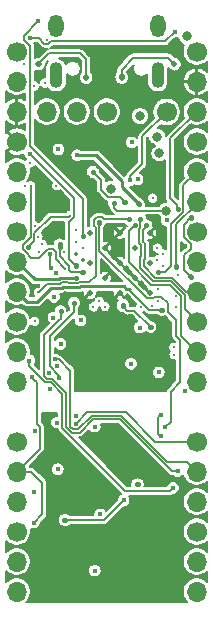
<source format=gbr>
%TF.GenerationSoftware,KiCad,Pcbnew,(5.1.6-0-10_14)*%
%TF.CreationDate,2022-02-18T21:20:26-06:00*%
%TF.ProjectId,Bonsai_C4,426f6e73-6169-45f4-9334-2e6b69636164,rev?*%
%TF.SameCoordinates,Original*%
%TF.FileFunction,Copper,L2,Inr*%
%TF.FilePolarity,Positive*%
%FSLAX46Y46*%
G04 Gerber Fmt 4.6, Leading zero omitted, Abs format (unit mm)*
G04 Created by KiCad (PCBNEW (5.1.6-0-10_14)) date 2022-02-18 21:20:26*
%MOMM*%
%LPD*%
G01*
G04 APERTURE LIST*
%TA.AperFunction,ViaPad*%
%ADD10C,1.700000*%
%TD*%
%TA.AperFunction,ViaPad*%
%ADD11O,1.700000X1.700000*%
%TD*%
%TA.AperFunction,ViaPad*%
%ADD12O,1.100000X2.200000*%
%TD*%
%TA.AperFunction,ViaPad*%
%ADD13O,1.300000X1.900000*%
%TD*%
%TA.AperFunction,ViaPad*%
%ADD14C,0.500000*%
%TD*%
%TA.AperFunction,ViaPad*%
%ADD15C,0.250000*%
%TD*%
%TA.AperFunction,ViaPad*%
%ADD16C,0.800000*%
%TD*%
%TA.AperFunction,ViaPad*%
%ADD17C,0.450000*%
%TD*%
%TA.AperFunction,ViaPad*%
%ADD18C,0.350000*%
%TD*%
%TA.AperFunction,Conductor*%
%ADD19C,0.450000*%
%TD*%
%TA.AperFunction,Conductor*%
%ADD20C,0.127000*%
%TD*%
%TA.AperFunction,Conductor*%
%ADD21C,0.250000*%
%TD*%
%TA.AperFunction,Conductor*%
%ADD22C,0.190000*%
%TD*%
%TA.AperFunction,Conductor*%
%ADD23C,0.500000*%
%TD*%
%TA.AperFunction,Conductor*%
%ADD24C,0.350000*%
%TD*%
%TA.AperFunction,Conductor*%
%ADD25C,0.200000*%
%TD*%
G04 APERTURE END LIST*
D10*
%TO.N,/PD3*%
%TO.C,J4*%
X100000000Y-100000000D03*
D11*
%TO.N,/PD2*%
X100000000Y-102540000D03*
%TO.N,GND*%
X100000000Y-105080000D03*
%TO.N,/PD0*%
X100000000Y-112700000D03*
%TO.N,/PD1*%
X100000000Y-110160000D03*
D10*
%TO.N,GND*%
X100000000Y-107620000D03*
%TO.N,/B10*%
X100000000Y-122860000D03*
D11*
%TO.N,/B8*%
X100000000Y-117780000D03*
D10*
%TO.N,/A4*%
X100000000Y-115240000D03*
D11*
%TO.N,/A8*%
X100000000Y-125400000D03*
%TO.N,/B0*%
X100000000Y-127940000D03*
%TO.N,/A3*%
X100000000Y-120320000D03*
%TD*%
D10*
%TO.N,+5V*%
%TO.C,J5*%
X115240000Y-100000000D03*
D11*
%TO.N,GND*%
X115240000Y-102540000D03*
%TO.N,/DFU*%
X115240000Y-105080000D03*
%TO.N,/A6*%
X115240000Y-112700000D03*
%TO.N,/A7*%
X115240000Y-110160000D03*
D10*
%TO.N,+3V3*%
X115240000Y-107620000D03*
%TO.N,/B14*%
X115240000Y-122860000D03*
D11*
%TO.N,/A1*%
X115240000Y-117780000D03*
D10*
%TO.N,/A5*%
X115240000Y-115240000D03*
D11*
%TO.N,/B15*%
X115240000Y-125400000D03*
%TO.N,/B1*%
X115240000Y-127940000D03*
%TO.N,/B13*%
X115240000Y-120320000D03*
%TD*%
%TO.N,/D+*%
%TO.C,J1*%
X102540000Y-105080000D03*
%TO.N,/D-*%
X105080000Y-105080000D03*
D10*
%TO.N,VBUS*%
X107620000Y-105080000D03*
%TD*%
%TO.N,/A10_5V*%
%TO.C,J2*%
X112680000Y-105120000D03*
%TD*%
%TO.N,/A0_FRAM_CS*%
%TO.C,J7*%
X100000000Y-133020000D03*
D11*
%TO.N,/B3_SCK*%
X100000000Y-135560000D03*
%TO.N,/B4_MISO*%
X100000000Y-138100000D03*
%TO.N,/C13*%
X100000000Y-145720000D03*
%TO.N,/B12_FLASH_CS*%
X100000000Y-143180000D03*
D10*
%TO.N,/B5_MOSI*%
X100000000Y-140640000D03*
%TD*%
%TO.N,/C14*%
%TO.C,J6*%
X115240000Y-133020000D03*
D11*
%TO.N,/C15*%
X115240000Y-135560000D03*
%TO.N,/A2*%
X115240000Y-138100000D03*
%TO.N,/NRST*%
X115240000Y-145720000D03*
%TO.N,/A13*%
X115240000Y-143180000D03*
D10*
%TO.N,/A14*%
X115240000Y-140640000D03*
%TD*%
D12*
%TO.N,Net-(FB1-Pad1)*%
%TO.C,J3*%
X103320000Y-102000000D03*
D13*
X103320000Y-97800000D03*
X111920000Y-97800000D03*
D12*
X111920000Y-102000000D03*
%TD*%
D14*
%TO.N,GND*%
%TO.C,U3*%
X106172000Y-120440000D03*
X106172000Y-117890000D03*
X106172000Y-115340000D03*
X107447000Y-119165000D03*
X107447000Y-116615000D03*
X108722000Y-120440000D03*
X108722000Y-117890000D03*
X108722000Y-115340000D03*
X109997000Y-119165000D03*
X109997000Y-116615000D03*
X111272000Y-120440000D03*
X111272000Y-117890000D03*
X111272000Y-115340000D03*
%TD*%
D15*
%TO.N,GND*%
X113463000Y-111466000D03*
X101821000Y-102049000D03*
X113358000Y-100082000D03*
D16*
X106364000Y-106197000D03*
D17*
X108654000Y-144953000D03*
D15*
X109438000Y-122625000D03*
X111341000Y-122625000D03*
X109468000Y-121056000D03*
X105992000Y-113227000D03*
X105619000Y-110824000D03*
D17*
X106483000Y-137914000D03*
X109675000Y-139714000D03*
D15*
X107277000Y-132790000D03*
D17*
X102681784Y-108250856D03*
X113878955Y-110795454D03*
X114199761Y-116483619D03*
D15*
X111432000Y-124390000D03*
X101959000Y-113925000D03*
X113356000Y-102029000D03*
X111973168Y-115634990D03*
X103994000Y-116978000D03*
X112426990Y-123150000D03*
D17*
X103394958Y-114962490D03*
D15*
X106496761Y-122615239D03*
X106825000Y-124136000D03*
X108213000Y-124113000D03*
X106858000Y-125479000D03*
X108213000Y-125524000D03*
X105275000Y-126524000D03*
X105239000Y-128442000D03*
X109875000Y-127707000D03*
X111435000Y-126192000D03*
X104809000Y-106488000D03*
X103545000Y-106066000D03*
X107109000Y-107421000D03*
X110870000Y-102605000D03*
X104370000Y-102688000D03*
X105255000Y-127593000D03*
D16*
X103665309Y-103763691D03*
D15*
X102383010Y-111367990D03*
X101833019Y-100268916D03*
X104116202Y-120346202D03*
D17*
X101777172Y-119875929D03*
D16*
X112051988Y-109880000D03*
%TO.N,+5V*%
X114373000Y-98687000D03*
X111870000Y-107200000D03*
D15*
%TO.N,+3V3*%
X113317000Y-125676000D03*
D17*
X110400000Y-123368000D03*
X109663000Y-126436002D03*
X106593000Y-131745000D03*
X106602000Y-143945000D03*
D15*
X108241000Y-112829000D03*
D16*
X112636133Y-113460933D03*
D17*
X105398000Y-122757000D03*
D15*
X103353000Y-111368000D03*
D16*
X112058119Y-108629149D03*
%TO.N,Net-(D1-Pad2)*%
X110430000Y-105467000D03*
X107981753Y-111607985D03*
D17*
%TO.N,VBUS*%
X109730000Y-107692000D03*
X110226356Y-110817020D03*
D15*
%TO.N,/A3*%
X112260066Y-121871066D03*
%TO.N,Net-(J3-PadA5)*%
X113352000Y-101090000D03*
X108870000Y-102225000D03*
%TO.N,Net-(J3-PadB5)*%
X105870000Y-102225000D03*
X101821000Y-101079000D03*
%TO.N,/NRST*%
X108972000Y-121585000D03*
X111323000Y-123332000D03*
D17*
X112202000Y-130748000D03*
X112186000Y-132581490D03*
D15*
%TO.N,/BOOT0*%
X105589000Y-118638000D03*
X103626000Y-116315000D03*
%TO.N,/B0*%
X112402000Y-118140000D03*
D17*
X103415880Y-126638750D03*
D15*
%TO.N,/B1*%
X111899000Y-117640000D03*
%TO.N,/B2*%
X112405000Y-117141000D03*
X113443637Y-120733363D03*
X113611000Y-118916000D03*
X102160000Y-116314000D03*
X101521058Y-114763337D03*
%TO.N,/B7*%
X104989000Y-118140000D03*
X101480000Y-102910000D03*
X102350000Y-102670000D03*
X102520000Y-98990000D03*
D17*
X101140000Y-108670000D03*
D15*
%TO.N,/B6*%
X105574000Y-117640000D03*
X101160000Y-109410000D03*
X101182548Y-111366179D03*
X104090000Y-118400000D03*
D17*
X103155450Y-120790457D03*
D15*
%TO.N,/A10*%
X109158000Y-112750000D03*
D18*
X106434000Y-110176000D03*
D15*
%TO.N,/B13*%
X110971000Y-114706000D03*
%TO.N,/B9*%
X100680000Y-111390000D03*
%TO.N,/B15*%
X109971000Y-114705000D03*
%TO.N,/B8*%
X104992000Y-119139000D03*
%TO.N,/B14*%
X110471000Y-114180000D03*
%TO.N,/A2*%
X111471000Y-121507000D03*
D17*
X113617000Y-135508000D03*
D15*
X103703490Y-121983000D03*
%TO.N,/DFU*%
X113272000Y-125040000D03*
D18*
X114756000Y-114041000D03*
X113623451Y-113358549D03*
D15*
X114710243Y-119068635D03*
%TO.N,/A14*%
X105006000Y-115140000D03*
D17*
X101061567Y-126156653D03*
X113219000Y-136957000D03*
D15*
%TO.N,/A13*%
X106972000Y-114452500D03*
D17*
X112576008Y-131812000D03*
D15*
%TO.N,/B10*%
X111908000Y-116640000D03*
X100956000Y-116573000D03*
X104480000Y-113880000D03*
%TO.N,/A15*%
X105593262Y-115638824D03*
D17*
X101822000Y-97440000D03*
D15*
%TO.N,/C13*%
X106472000Y-121621000D03*
D17*
X104990510Y-130885000D03*
D15*
%TO.N,/C14*%
X106971000Y-121135510D03*
D17*
X103707490Y-124758000D03*
X104990510Y-131539929D03*
D15*
%TO.N,/C15*%
X107471000Y-121595000D03*
D17*
X103237511Y-126065876D03*
%TO.N,Net-(C12-Pad1)*%
X113359000Y-98304000D03*
X112025002Y-127168000D03*
X101081133Y-98877986D03*
X102841490Y-117148510D03*
X102911515Y-118302532D03*
D15*
%TO.N,/VBUS_DET*%
X111507000Y-112408000D03*
%TO.N,Net-(D3-Pad-)*%
X101504969Y-122852294D03*
X101798069Y-115659441D03*
D17*
%TO.N,Net-(D5-Pad1)*%
X103522000Y-108291000D03*
X105107000Y-108774000D03*
D15*
X110330000Y-112930000D03*
D17*
%TO.N,/A10_5V*%
X109565743Y-110891954D03*
D15*
%TO.N,/A8*%
X109471000Y-114209000D03*
X101820000Y-120390000D03*
%TO.N,/A4*%
X111969000Y-120139000D03*
%TO.N,/A6*%
X113506000Y-118201000D03*
%TO.N,/A7*%
X111914000Y-118641000D03*
%TO.N,/A0_FRAM_CS*%
X110474000Y-121639000D03*
X104841000Y-121266000D03*
D17*
X103589379Y-127666977D03*
D15*
%TO.N,/B3_SCK*%
X104996807Y-116149244D03*
D17*
X101254000Y-127582000D03*
D15*
X110245000Y-136635000D03*
D17*
X101442000Y-139874000D03*
%TO.N,/B4_MISO*%
X103463000Y-135365000D03*
D15*
X105565000Y-116640000D03*
D17*
X102811000Y-128555000D03*
X103398490Y-131414808D03*
X107067000Y-139194000D03*
%TO.N,/B12_FLASH_CS*%
X114208000Y-128781000D03*
X112692000Y-114284000D03*
D15*
%TO.N,/B5_MOSI*%
X104994000Y-117140000D03*
D17*
X109040500Y-137995500D03*
X103103000Y-122524000D03*
X102738000Y-127254000D03*
X101509000Y-132132000D03*
D15*
X104025000Y-139668000D03*
D17*
X103320000Y-118780000D03*
X101490000Y-137290000D03*
D15*
%TO.N,Net-(Q2-Pad6)*%
X113482000Y-121666000D03*
X101838000Y-116959000D03*
X111928000Y-121096000D03*
%TO.N,/PD2*%
X100650000Y-101060002D03*
%TD*%
D19*
%TO.N,+3V3*%
X108241000Y-112829000D02*
X108241000Y-112838000D01*
D20*
X108241000Y-113254000D02*
X108241000Y-112829000D01*
X108447933Y-113460933D02*
X108241000Y-113254000D01*
X112636133Y-113460933D02*
X108447933Y-113460933D01*
D19*
%TO.N,/A3*%
X112251000Y-121878000D02*
X112289000Y-121878000D01*
D20*
X111228066Y-121871066D02*
X112260066Y-121871066D01*
X109611491Y-120060509D02*
X109611491Y-120254491D01*
X109611491Y-120254491D02*
X111228066Y-121871066D01*
D21*
X109611491Y-120060509D02*
X109232073Y-120060509D01*
X105373727Y-119864999D02*
X105310215Y-119928511D01*
X105310215Y-119928511D02*
X104219785Y-119928511D01*
X104219785Y-119928511D02*
X104189783Y-119898509D01*
X109036563Y-119864999D02*
X105373727Y-119864999D01*
X109232073Y-120060509D02*
X109036563Y-119864999D01*
X103900217Y-119898509D02*
X103790215Y-120008511D01*
X104189783Y-119898509D02*
X103900217Y-119898509D01*
X101747782Y-121169999D02*
X100849999Y-121169999D01*
X103790215Y-120008511D02*
X102909270Y-120008511D01*
X102909270Y-120008511D02*
X101747782Y-121169999D01*
X100849999Y-121169999D02*
X100000000Y-120320000D01*
D22*
%TO.N,Net-(J3-PadA5)*%
X108870000Y-102225000D02*
X108870000Y-101522000D01*
X108870000Y-101522000D02*
X109869000Y-100523000D01*
X112785000Y-100523000D02*
X113352000Y-101090000D01*
X109869000Y-100523000D02*
X112785000Y-100523000D01*
D23*
X113352000Y-101090000D02*
X113278500Y-101016500D01*
X108870000Y-102225000D02*
X108870000Y-102101000D01*
D20*
%TO.N,Net-(J3-PadB5)*%
X105870000Y-102225000D02*
X105870000Y-100648000D01*
X105870000Y-100648000D02*
X105377000Y-100155000D01*
X102745000Y-100155000D02*
X101821000Y-101079000D01*
X105377000Y-100155000D02*
X102745000Y-100155000D01*
D23*
X105870000Y-102225000D02*
X105870000Y-102154000D01*
X101821000Y-101079000D02*
X101865500Y-101034500D01*
D20*
%TO.N,/NRST*%
X109356000Y-121927000D02*
X108972000Y-121543000D01*
D19*
X108975000Y-121443750D02*
X108975000Y-121583250D01*
X111323000Y-123332000D02*
X111319000Y-123332000D01*
D20*
X109918000Y-121927000D02*
X109751000Y-121927000D01*
X111323000Y-123332000D02*
X109918000Y-121927000D01*
X109751000Y-121927000D02*
X109356000Y-121927000D01*
X111977001Y-130972999D02*
X111977001Y-132372491D01*
X111977001Y-132372491D02*
X112186000Y-132581490D01*
X112202000Y-130748000D02*
X111977001Y-130972999D01*
D24*
%TO.N,/BOOT0*%
X105589000Y-118638000D02*
X105590000Y-118638000D01*
D19*
X105589000Y-118637000D02*
X105508000Y-118637000D01*
D24*
X103626000Y-116315000D02*
X103626000Y-116317000D01*
D19*
X103626000Y-116315000D02*
X103626000Y-116509000D01*
D20*
X105589000Y-118638000D02*
X104590020Y-118638000D01*
X104590020Y-118638000D02*
X104444501Y-118492481D01*
X104444501Y-118167519D02*
X103626000Y-117349018D01*
X104444501Y-118492481D02*
X104444501Y-118167519D01*
X103626000Y-117349018D02*
X103626000Y-116315000D01*
D24*
%TO.N,/B7*%
X104989000Y-118140000D02*
X104990000Y-118140000D01*
D19*
X104989000Y-118140000D02*
X104989000Y-118045000D01*
D20*
X104828501Y-114032481D02*
X104828501Y-112358501D01*
X104389000Y-117540000D02*
X104389000Y-114471982D01*
X104989000Y-118140000D02*
X104389000Y-117540000D01*
X104389000Y-114471982D02*
X104828501Y-114032481D01*
X101364999Y-108894999D02*
X101140000Y-108670000D01*
X104828501Y-112358501D02*
X101364999Y-108894999D01*
D24*
%TO.N,/B6*%
X105574000Y-117640000D02*
X105575000Y-117639000D01*
D20*
X100778510Y-116091490D02*
X100774364Y-116091490D01*
X101182548Y-115687452D02*
X100778510Y-116091490D01*
X101182548Y-111366179D02*
X101182548Y-115687452D01*
X100774364Y-116091490D02*
X100500000Y-116365854D01*
X100774364Y-117011510D02*
X100781510Y-117011510D01*
X100500000Y-116737146D02*
X100774364Y-117011510D01*
X100500000Y-116365854D02*
X100500000Y-116737146D01*
X100781510Y-117011510D02*
X101220000Y-117450000D01*
X101220000Y-117450000D02*
X101890000Y-117450000D01*
X101890000Y-117450000D02*
X102630000Y-116710000D01*
X104090000Y-118400000D02*
X103280000Y-117590000D01*
X103280000Y-117590000D02*
X103280000Y-116930000D01*
X103060000Y-116710000D02*
X102630000Y-116710000D01*
X103280000Y-116930000D02*
X103060000Y-116710000D01*
%TO.N,/A10*%
X108695525Y-112287525D02*
X107722961Y-112287525D01*
X107722961Y-112287525D02*
X107130490Y-111695054D01*
X107130490Y-111695054D02*
X107130490Y-110872490D01*
X109158000Y-112750000D02*
X108695525Y-112287525D01*
X107130490Y-110872490D02*
X106434000Y-110176000D01*
D19*
X106434000Y-110176000D02*
X106475500Y-110217500D01*
X109158000Y-112750000D02*
X109114500Y-112706500D01*
%TO.N,/B13*%
X110971000Y-114706000D02*
X110971000Y-114707000D01*
D20*
X110704000Y-116099555D02*
X110704000Y-115149776D01*
X110758499Y-117643519D02*
X110837512Y-117564506D01*
X115240000Y-120320000D02*
X114327000Y-120320000D01*
X110758499Y-118176355D02*
X110758499Y-117643519D01*
X110971000Y-114882776D02*
X110971000Y-114706000D01*
X113137508Y-119130508D02*
X111712652Y-119130508D01*
X110837512Y-116233067D02*
X110704000Y-116099555D01*
X110837512Y-117564506D02*
X110837512Y-116233067D01*
X114327000Y-120320000D02*
X113137508Y-119130508D01*
X110704000Y-115149776D02*
X110971000Y-114882776D01*
X111712652Y-119130508D02*
X110758499Y-118176355D01*
D19*
%TO.N,/B15*%
X109971000Y-114705000D02*
X109970000Y-114704000D01*
D20*
X109483499Y-115192501D02*
X109483499Y-117834425D01*
X109971000Y-114705000D02*
X109483499Y-115192501D01*
X109483499Y-117834425D02*
X111395074Y-119746000D01*
X111395074Y-119746000D02*
X112962248Y-119746000D01*
X112962248Y-119746000D02*
X113922000Y-120705752D01*
X113922000Y-124082000D02*
X115240000Y-125400000D01*
X113922000Y-120705752D02*
X113922000Y-124082000D01*
D19*
%TO.N,/B8*%
X104992000Y-119139000D02*
X104991000Y-119140000D01*
D21*
X103681274Y-119140000D02*
X104991000Y-119140000D01*
X103531273Y-119290001D02*
X103681274Y-119140000D01*
X101510001Y-119290001D02*
X103531273Y-119290001D01*
X100000000Y-117780000D02*
X101510001Y-119290001D01*
D19*
%TO.N,/B14*%
X110471000Y-114180000D02*
X110470000Y-114180000D01*
D20*
X114212011Y-121832011D02*
X115240000Y-122860000D01*
X114212011Y-120604011D02*
X114212011Y-121832011D01*
X113029000Y-119421000D02*
X114212011Y-120604011D01*
X111532537Y-119421000D02*
X113029000Y-119421000D01*
X110431488Y-117362049D02*
X110431488Y-118319951D01*
X110510501Y-116368519D02*
X110510501Y-117283036D01*
X110376989Y-116235007D02*
X110510501Y-116368519D01*
X110376989Y-115014324D02*
X110376989Y-116235007D01*
X110471000Y-114180000D02*
X110471000Y-114920313D01*
X110471000Y-114920313D02*
X110376989Y-115014324D01*
X110431488Y-118319951D02*
X111532537Y-119421000D01*
X110510501Y-117283036D02*
X110431488Y-117362049D01*
D19*
%TO.N,/A2*%
X103703490Y-121983000D02*
X103700490Y-121986000D01*
D20*
X102299499Y-127464481D02*
X102299499Y-124007137D01*
X104201000Y-128904266D02*
X103005235Y-127708501D01*
X102543519Y-127708501D02*
X102299499Y-127464481D01*
X103005235Y-127708501D02*
X102543519Y-127708501D01*
X104201000Y-131824182D02*
X104201000Y-128904266D01*
X104632268Y-132255450D02*
X104201000Y-131824182D01*
X105326012Y-132255450D02*
X104632268Y-132255450D01*
X106456440Y-131125022D02*
X105326012Y-132255450D01*
X108725022Y-131125022D02*
X106456440Y-131125022D01*
X113108000Y-135508000D02*
X108725022Y-131125022D01*
X113617000Y-135508000D02*
X113108000Y-135508000D01*
X103703490Y-122603146D02*
X103633318Y-122673318D01*
X103703490Y-121983000D02*
X103703490Y-122603146D01*
X102299499Y-124007137D02*
X103633318Y-122673318D01*
%TO.N,/DFU*%
X115240000Y-105080000D02*
X112977000Y-107343000D01*
X113543615Y-112986615D02*
X113543615Y-113410385D01*
X112977000Y-112420000D02*
X113543615Y-112986615D01*
X112977000Y-107343000D02*
X112977000Y-112420000D01*
X114167000Y-118525392D02*
X114710243Y-119068635D01*
X114167000Y-117255000D02*
X114167000Y-118525392D01*
X114730000Y-116692000D02*
X114167000Y-117255000D01*
X114730000Y-116323000D02*
X114730000Y-116692000D01*
X114126499Y-115719499D02*
X114730000Y-116323000D01*
X114126499Y-114670501D02*
X114126499Y-115719499D01*
X114756000Y-114041000D02*
X114126499Y-114670501D01*
D19*
X114756000Y-114041000D02*
X114712000Y-114085000D01*
X113623451Y-113358549D02*
X113623451Y-113345451D01*
X114710243Y-119068635D02*
X114668804Y-119027196D01*
D20*
%TO.N,/A14*%
X101061567Y-126618301D02*
X102428778Y-127985512D01*
X102890494Y-127985512D02*
X103858006Y-128953024D01*
X109167065Y-137181999D02*
X112994001Y-137181999D01*
X103858006Y-131872940D02*
X109167065Y-137181999D01*
X112994001Y-137181999D02*
X113219000Y-136957000D01*
X101061567Y-126156653D02*
X101061567Y-126618301D01*
X103858006Y-128953024D02*
X103858006Y-131872940D01*
X102428778Y-127985512D02*
X102890494Y-127985512D01*
D24*
%TO.N,/A13*%
X106972000Y-114452500D02*
X107017250Y-114497750D01*
D20*
X112576000Y-131812000D02*
X112576008Y-131812000D01*
D19*
X106972000Y-114452500D02*
X106972000Y-114553000D01*
D20*
X113824000Y-128018000D02*
X113059999Y-128782001D01*
X113824000Y-124446462D02*
X113824000Y-128018000D01*
X112764000Y-121286000D02*
X112764000Y-122033000D01*
X112764000Y-122033000D02*
X113499989Y-122768989D01*
X113059999Y-128782001D02*
X113059999Y-131328009D01*
X111003919Y-120903501D02*
X111494481Y-120903501D01*
X112221000Y-120743000D02*
X112764000Y-121286000D01*
X111654982Y-120743000D02*
X112221000Y-120743000D01*
X111494481Y-120903501D02*
X111654982Y-120743000D01*
X113499989Y-124122452D02*
X113824000Y-124446462D01*
X113499989Y-122768989D02*
X113499989Y-124122452D01*
X106972000Y-116871582D02*
X111003919Y-120903501D01*
X113059999Y-131328009D02*
X112576008Y-131812000D01*
X106972000Y-114452500D02*
X106972000Y-116871582D01*
D19*
%TO.N,/B10*%
X100956000Y-116573000D02*
X100956000Y-116530000D01*
D20*
X102862000Y-113973000D02*
X101459559Y-115375441D01*
X101459559Y-116069441D02*
X100956000Y-116573000D01*
X101459559Y-115375441D02*
X101459559Y-116069441D01*
X104387000Y-113973000D02*
X104480000Y-113880000D01*
X102862000Y-113973000D02*
X104387000Y-113973000D01*
D19*
%TO.N,/A15*%
X105593262Y-115612262D02*
X105592000Y-115611000D01*
X105593262Y-115638824D02*
X105593262Y-115612262D01*
D20*
X100610000Y-99027000D02*
X100610000Y-98652000D01*
X101113501Y-107984519D02*
X101113501Y-99530501D01*
X101113501Y-99530501D02*
X100610000Y-99027000D01*
X100610000Y-98652000D02*
X101822000Y-97440000D01*
X105593262Y-115638824D02*
X105593262Y-112464280D01*
X105593262Y-112464280D02*
X101113501Y-107984519D01*
%TO.N,/C14*%
X109253001Y-130556001D02*
X105974438Y-130556001D01*
X115240000Y-133020000D02*
X111717000Y-133020000D01*
X105974438Y-130556001D02*
X104990510Y-131539929D01*
X111717000Y-133020000D02*
X109253001Y-130556001D01*
%TO.N,/C15*%
X103555709Y-126065876D02*
X103237511Y-126065876D01*
X104533000Y-127043167D02*
X103555709Y-126065876D01*
X104533000Y-129587766D02*
X104533000Y-127043167D01*
X104531993Y-129831226D02*
X104531993Y-129588773D01*
X104531993Y-129588773D02*
X104533000Y-129587766D01*
X115240000Y-135560000D02*
X114390001Y-134710001D01*
X104533000Y-129832233D02*
X104531993Y-129831226D01*
X104533000Y-131764430D02*
X104533000Y-129832233D01*
X106341699Y-130848011D02*
X105211271Y-131978439D01*
X104747009Y-131978439D02*
X104533000Y-131764430D01*
X108847011Y-130848011D02*
X106341699Y-130848011D01*
X112709001Y-134710001D02*
X108847011Y-130848011D01*
X105211271Y-131978439D02*
X104747009Y-131978439D01*
X114390001Y-134710001D02*
X112709001Y-134710001D01*
%TO.N,Net-(C12-Pad1)*%
X101877986Y-98877986D02*
X101081133Y-98877986D01*
X102328501Y-99328501D02*
X101877986Y-98877986D01*
X102682481Y-99328501D02*
X102328501Y-99328501D01*
X102899483Y-99111499D02*
X102682481Y-99328501D01*
X112551501Y-99111499D02*
X102899483Y-99111499D01*
X113359000Y-98304000D02*
X112551501Y-99111499D01*
X102841490Y-117148510D02*
X102841490Y-118232507D01*
X102841490Y-118232507D02*
X102911515Y-118302532D01*
D21*
%TO.N,Net-(D5-Pad1)*%
X108900000Y-110985000D02*
X108900000Y-111500000D01*
X108900000Y-111500000D02*
X110330000Y-112930000D01*
X106689000Y-108774000D02*
X108900000Y-110985000D01*
X105107000Y-108774000D02*
X106689000Y-108774000D01*
D19*
X110330000Y-112930000D02*
X110241000Y-112841000D01*
D20*
%TO.N,/A10_5V*%
X109565743Y-110573756D02*
X109565743Y-110891954D01*
X110613000Y-109526499D02*
X109565743Y-110573756D01*
X110613000Y-107187000D02*
X110613000Y-109526499D01*
X110613000Y-107187000D02*
X112680000Y-105120000D01*
D19*
%TO.N,/A8*%
X109471000Y-114209000D02*
X109472000Y-114208000D01*
D20*
X109471000Y-114209000D02*
X107409000Y-114209000D01*
X106790364Y-114013990D02*
X106684354Y-114120000D01*
X107213990Y-114013990D02*
X106790364Y-114013990D01*
X107409000Y-114209000D02*
X107213990Y-114013990D01*
X106684354Y-114885500D02*
X106684354Y-118975646D01*
X106684354Y-118975646D02*
X106133511Y-119526489D01*
X106533490Y-114734636D02*
X106684354Y-114885500D01*
X106533490Y-114270864D02*
X106533490Y-114734636D01*
X106684354Y-114120000D02*
X106533490Y-114270864D01*
X106133511Y-119526489D02*
X105233511Y-119526489D01*
X105233511Y-119526489D02*
X105170000Y-119590000D01*
X105170000Y-119590000D02*
X104380000Y-119590000D01*
X104380000Y-119590000D02*
X104290000Y-119500000D01*
X104290000Y-119500000D02*
X103820000Y-119500000D01*
X103820000Y-119500000D02*
X103650000Y-119670000D01*
X102588359Y-119670000D02*
X102330000Y-119928359D01*
X103650000Y-119670000D02*
X102588359Y-119670000D01*
X101883248Y-120390000D02*
X101820000Y-120390000D01*
X102217523Y-120055725D02*
X101883248Y-120390000D01*
X102217523Y-120012477D02*
X102217523Y-120055725D01*
X102330000Y-119928359D02*
X102301641Y-119928359D01*
X102301641Y-119928359D02*
X102217523Y-120012477D01*
%TO.N,/A6*%
X115240000Y-112700000D02*
X115240000Y-112867321D01*
X115240000Y-112867321D02*
X113506000Y-114601321D01*
X113506000Y-114601321D02*
X113506000Y-118201000D01*
D19*
X113506000Y-118201000D02*
X113506000Y-118144000D01*
%TO.N,/A7*%
X111914000Y-118641000D02*
X111915000Y-118642000D01*
D20*
X115240000Y-110160000D02*
X114061952Y-111338048D01*
X114061952Y-113582906D02*
X113067489Y-114577369D01*
X113067489Y-114577369D02*
X113067489Y-118144529D01*
X113067489Y-118144529D02*
X112571018Y-118641000D01*
X114061952Y-111338048D02*
X114061952Y-113582906D01*
X112571018Y-118641000D02*
X111914000Y-118641000D01*
%TO.N,/A5*%
X115240000Y-115240000D02*
X115240009Y-115239991D01*
%TO.N,/A0_FRAM_CS*%
X102799001Y-126642019D02*
X103589379Y-127432397D01*
X102799001Y-124079999D02*
X102799001Y-126642019D01*
X104841000Y-122038000D02*
X102799001Y-124079999D01*
X104841000Y-121266000D02*
X104841000Y-122038000D01*
X103589379Y-127432397D02*
X103589379Y-127666977D01*
D19*
X104841000Y-121266000D02*
X104841000Y-121312000D01*
%TO.N,/B3_SCK*%
X110245000Y-136635000D02*
X110166000Y-136635000D01*
D20*
X101478999Y-127806999D02*
X101254000Y-127582000D01*
X101684000Y-128012000D02*
X101478999Y-127806999D01*
X101947501Y-131779519D02*
X101684000Y-131516018D01*
X101684000Y-131516018D02*
X101684000Y-128012000D01*
X101947501Y-133612499D02*
X101947501Y-131779519D01*
X100000000Y-135560000D02*
X101947501Y-133612499D01*
X101202081Y-135560000D02*
X102174999Y-136532918D01*
X102174999Y-139141001D02*
X101442000Y-139874000D01*
X100000000Y-135560000D02*
X101202081Y-135560000D01*
X102174999Y-136532918D02*
X102174999Y-139141001D01*
D24*
%TO.N,/B5_MOSI*%
X104994000Y-117140000D02*
X104993000Y-117140000D01*
D19*
X104025000Y-139668000D02*
X104113000Y-139668000D01*
D20*
X107403000Y-139633000D02*
X109040000Y-137996000D01*
X104148000Y-139633000D02*
X107403000Y-139633000D01*
X104113000Y-139668000D02*
X104148000Y-139633000D01*
%TD*%
D25*
%TO.N,GND*%
G36*
X103440507Y-130835808D02*
G01*
X103341463Y-130835808D01*
X103229602Y-130858058D01*
X103124230Y-130901704D01*
X103029399Y-130965069D01*
X102948751Y-131045717D01*
X102885386Y-131140548D01*
X102841740Y-131245920D01*
X102819490Y-131357781D01*
X102819490Y-131471835D01*
X102841740Y-131583696D01*
X102885386Y-131689068D01*
X102948751Y-131783899D01*
X103029399Y-131864547D01*
X103124230Y-131927912D01*
X103229602Y-131971558D01*
X103341463Y-131993808D01*
X103455517Y-131993808D01*
X103458222Y-131993270D01*
X103470421Y-132033483D01*
X103509189Y-132106013D01*
X103548287Y-132153655D01*
X103548295Y-132153663D01*
X103561362Y-132169585D01*
X103577284Y-132182652D01*
X108844579Y-137449947D01*
X108766240Y-137482396D01*
X108671409Y-137545761D01*
X108590761Y-137626409D01*
X108527396Y-137721240D01*
X108483750Y-137826612D01*
X108461500Y-137938473D01*
X108461500Y-137984066D01*
X107558363Y-138887203D01*
X107516739Y-138824909D01*
X107436091Y-138744261D01*
X107341260Y-138680896D01*
X107235888Y-138637250D01*
X107124027Y-138615000D01*
X107009973Y-138615000D01*
X106898112Y-138637250D01*
X106792740Y-138680896D01*
X106697909Y-138744261D01*
X106617261Y-138824909D01*
X106553896Y-138919740D01*
X106510250Y-139025112D01*
X106488000Y-139136973D01*
X106488000Y-139215500D01*
X104474309Y-139215500D01*
X104436231Y-139184250D01*
X104335646Y-139130486D01*
X104226504Y-139097378D01*
X104141439Y-139089000D01*
X103996561Y-139089000D01*
X103911496Y-139097378D01*
X103802354Y-139130486D01*
X103701769Y-139184250D01*
X103613605Y-139256605D01*
X103541250Y-139344769D01*
X103487486Y-139445354D01*
X103454378Y-139554496D01*
X103443199Y-139668000D01*
X103454378Y-139781504D01*
X103487486Y-139890646D01*
X103541250Y-139991231D01*
X103613605Y-140079395D01*
X103701769Y-140151750D01*
X103802354Y-140205514D01*
X103911496Y-140238622D01*
X103996561Y-140247000D01*
X104141439Y-140247000D01*
X104226504Y-140238622D01*
X104335646Y-140205514D01*
X104436231Y-140151750D01*
X104524395Y-140079395D01*
X104548109Y-140050500D01*
X107382498Y-140050500D01*
X107403000Y-140052519D01*
X107423502Y-140050500D01*
X107423509Y-140050500D01*
X107484844Y-140044459D01*
X107563543Y-140020586D01*
X107636073Y-139981818D01*
X107699645Y-139929645D01*
X107712719Y-139913715D01*
X109051934Y-138574500D01*
X109097527Y-138574500D01*
X109209388Y-138552250D01*
X109314760Y-138508604D01*
X109409591Y-138445239D01*
X109490239Y-138364591D01*
X109553604Y-138269760D01*
X109597250Y-138164388D01*
X109619500Y-138052527D01*
X109619500Y-137938473D01*
X109597250Y-137826612D01*
X109553604Y-137721240D01*
X109490239Y-137626409D01*
X109463329Y-137599499D01*
X112973499Y-137599499D01*
X112994001Y-137601518D01*
X113014503Y-137599499D01*
X113014510Y-137599499D01*
X113075845Y-137593458D01*
X113154544Y-137569585D01*
X113217377Y-137536000D01*
X113276027Y-137536000D01*
X113387888Y-137513750D01*
X113493260Y-137470104D01*
X113588091Y-137406739D01*
X113668739Y-137326091D01*
X113732104Y-137231260D01*
X113775750Y-137125888D01*
X113798000Y-137014027D01*
X113798000Y-136899973D01*
X113775750Y-136788112D01*
X113732104Y-136682740D01*
X113668739Y-136587909D01*
X113588091Y-136507261D01*
X113493260Y-136443896D01*
X113387888Y-136400250D01*
X113276027Y-136378000D01*
X113161973Y-136378000D01*
X113050112Y-136400250D01*
X112944740Y-136443896D01*
X112849909Y-136507261D01*
X112769261Y-136587909D01*
X112705896Y-136682740D01*
X112672031Y-136764499D01*
X110810770Y-136764499D01*
X110815622Y-136748504D01*
X110826801Y-136635000D01*
X110815622Y-136521496D01*
X110782514Y-136412354D01*
X110728750Y-136311769D01*
X110656395Y-136223605D01*
X110568231Y-136151250D01*
X110467646Y-136097486D01*
X110358504Y-136064378D01*
X110273439Y-136056000D01*
X110137561Y-136056000D01*
X110052496Y-136064378D01*
X109943354Y-136097486D01*
X109842769Y-136151250D01*
X109754605Y-136223605D01*
X109682250Y-136311769D01*
X109628486Y-136412354D01*
X109595378Y-136521496D01*
X109584199Y-136635000D01*
X109595378Y-136748504D01*
X109600230Y-136764499D01*
X109339999Y-136764499D01*
X105248450Y-132672950D01*
X105305510Y-132672950D01*
X105326012Y-132674969D01*
X105346514Y-132672950D01*
X105346521Y-132672950D01*
X105407856Y-132666909D01*
X105486555Y-132643036D01*
X105559085Y-132604268D01*
X105593498Y-132576025D01*
X105606727Y-132565169D01*
X105606729Y-132565167D01*
X105622657Y-132552095D01*
X105635729Y-132536167D01*
X106109032Y-132062864D01*
X106143261Y-132114091D01*
X106223909Y-132194739D01*
X106318740Y-132258104D01*
X106424112Y-132301750D01*
X106535973Y-132324000D01*
X106650027Y-132324000D01*
X106761888Y-132301750D01*
X106867260Y-132258104D01*
X106962091Y-132194739D01*
X107042739Y-132114091D01*
X107106104Y-132019260D01*
X107149750Y-131913888D01*
X107172000Y-131802027D01*
X107172000Y-131687973D01*
X107149750Y-131576112D01*
X107135837Y-131542522D01*
X108552088Y-131542522D01*
X112798283Y-135788717D01*
X112811355Y-135804645D01*
X112874927Y-135856818D01*
X112947457Y-135895586D01*
X112998910Y-135911194D01*
X113026155Y-135919459D01*
X113033698Y-135920202D01*
X113087491Y-135925500D01*
X113087498Y-135925500D01*
X113108000Y-135927519D01*
X113128502Y-135925500D01*
X113215670Y-135925500D01*
X113247909Y-135957739D01*
X113342740Y-136021104D01*
X113448112Y-136064750D01*
X113559973Y-136087000D01*
X113674027Y-136087000D01*
X113785888Y-136064750D01*
X113891260Y-136021104D01*
X113986091Y-135957739D01*
X114066739Y-135877091D01*
X114073479Y-135867004D01*
X114082269Y-135911194D01*
X114173029Y-136130308D01*
X114304792Y-136327505D01*
X114472495Y-136495208D01*
X114669692Y-136626971D01*
X114888806Y-136717731D01*
X115121416Y-136764000D01*
X115358584Y-136764000D01*
X115591194Y-136717731D01*
X115810308Y-136626971D01*
X116007505Y-136495208D01*
X116131000Y-136371713D01*
X116131000Y-137288287D01*
X116007505Y-137164792D01*
X115810308Y-137033029D01*
X115591194Y-136942269D01*
X115358584Y-136896000D01*
X115121416Y-136896000D01*
X114888806Y-136942269D01*
X114669692Y-137033029D01*
X114472495Y-137164792D01*
X114304792Y-137332495D01*
X114173029Y-137529692D01*
X114082269Y-137748806D01*
X114036000Y-137981416D01*
X114036000Y-138218584D01*
X114082269Y-138451194D01*
X114173029Y-138670308D01*
X114304792Y-138867505D01*
X114472495Y-139035208D01*
X114669692Y-139166971D01*
X114888806Y-139257731D01*
X115121416Y-139304000D01*
X115358584Y-139304000D01*
X115591194Y-139257731D01*
X115810308Y-139166971D01*
X116007505Y-139035208D01*
X116131000Y-138911713D01*
X116131001Y-139828288D01*
X116007505Y-139704792D01*
X115810308Y-139573029D01*
X115591194Y-139482269D01*
X115358584Y-139436000D01*
X115121416Y-139436000D01*
X114888806Y-139482269D01*
X114669692Y-139573029D01*
X114472495Y-139704792D01*
X114304792Y-139872495D01*
X114173029Y-140069692D01*
X114082269Y-140288806D01*
X114036000Y-140521416D01*
X114036000Y-140758584D01*
X114082269Y-140991194D01*
X114173029Y-141210308D01*
X114304792Y-141407505D01*
X114472495Y-141575208D01*
X114669692Y-141706971D01*
X114888806Y-141797731D01*
X115121416Y-141844000D01*
X115358584Y-141844000D01*
X115591194Y-141797731D01*
X115810308Y-141706971D01*
X116007505Y-141575208D01*
X116131001Y-141451712D01*
X116131001Y-142368288D01*
X116007505Y-142244792D01*
X115810308Y-142113029D01*
X115591194Y-142022269D01*
X115358584Y-141976000D01*
X115121416Y-141976000D01*
X114888806Y-142022269D01*
X114669692Y-142113029D01*
X114472495Y-142244792D01*
X114304792Y-142412495D01*
X114173029Y-142609692D01*
X114082269Y-142828806D01*
X114036000Y-143061416D01*
X114036000Y-143298584D01*
X114082269Y-143531194D01*
X114173029Y-143750308D01*
X114304792Y-143947505D01*
X114472495Y-144115208D01*
X114669692Y-144246971D01*
X114888806Y-144337731D01*
X115121416Y-144384000D01*
X115358584Y-144384000D01*
X115591194Y-144337731D01*
X115810308Y-144246971D01*
X116007505Y-144115208D01*
X116131001Y-143991712D01*
X116131001Y-144908288D01*
X116007505Y-144784792D01*
X115810308Y-144653029D01*
X115591194Y-144562269D01*
X115358584Y-144516000D01*
X115121416Y-144516000D01*
X114888806Y-144562269D01*
X114669692Y-144653029D01*
X114472495Y-144784792D01*
X114304792Y-144952495D01*
X114173029Y-145149692D01*
X114082269Y-145368806D01*
X114036000Y-145601416D01*
X114036000Y-145838584D01*
X114082269Y-146071194D01*
X114173029Y-146290308D01*
X114304792Y-146487505D01*
X114428287Y-146611000D01*
X100811713Y-146611000D01*
X100935208Y-146487505D01*
X101066971Y-146290308D01*
X101157731Y-146071194D01*
X101204000Y-145838584D01*
X101204000Y-145601416D01*
X101157731Y-145368806D01*
X101066971Y-145149692D01*
X100935208Y-144952495D01*
X100767505Y-144784792D01*
X100570308Y-144653029D01*
X100351194Y-144562269D01*
X100118584Y-144516000D01*
X99881416Y-144516000D01*
X99648806Y-144562269D01*
X99429692Y-144653029D01*
X99232495Y-144784792D01*
X99109000Y-144908287D01*
X99109000Y-143991713D01*
X99232495Y-144115208D01*
X99429692Y-144246971D01*
X99648806Y-144337731D01*
X99881416Y-144384000D01*
X100118584Y-144384000D01*
X100351194Y-144337731D01*
X100570308Y-144246971D01*
X100767505Y-144115208D01*
X100935208Y-143947505D01*
X100974986Y-143887973D01*
X106023000Y-143887973D01*
X106023000Y-144002027D01*
X106045250Y-144113888D01*
X106088896Y-144219260D01*
X106152261Y-144314091D01*
X106232909Y-144394739D01*
X106327740Y-144458104D01*
X106433112Y-144501750D01*
X106544973Y-144524000D01*
X106659027Y-144524000D01*
X106770888Y-144501750D01*
X106876260Y-144458104D01*
X106971091Y-144394739D01*
X107051739Y-144314091D01*
X107115104Y-144219260D01*
X107158750Y-144113888D01*
X107181000Y-144002027D01*
X107181000Y-143887973D01*
X107158750Y-143776112D01*
X107115104Y-143670740D01*
X107051739Y-143575909D01*
X106971091Y-143495261D01*
X106876260Y-143431896D01*
X106770888Y-143388250D01*
X106659027Y-143366000D01*
X106544973Y-143366000D01*
X106433112Y-143388250D01*
X106327740Y-143431896D01*
X106232909Y-143495261D01*
X106152261Y-143575909D01*
X106088896Y-143670740D01*
X106045250Y-143776112D01*
X106023000Y-143887973D01*
X100974986Y-143887973D01*
X101066971Y-143750308D01*
X101157731Y-143531194D01*
X101204000Y-143298584D01*
X101204000Y-143061416D01*
X101157731Y-142828806D01*
X101066971Y-142609692D01*
X100935208Y-142412495D01*
X100767505Y-142244792D01*
X100570308Y-142113029D01*
X100351194Y-142022269D01*
X100118584Y-141976000D01*
X99881416Y-141976000D01*
X99648806Y-142022269D01*
X99429692Y-142113029D01*
X99232495Y-142244792D01*
X99109000Y-142368287D01*
X99109000Y-141451713D01*
X99232495Y-141575208D01*
X99429692Y-141706971D01*
X99648806Y-141797731D01*
X99881416Y-141844000D01*
X100118584Y-141844000D01*
X100351194Y-141797731D01*
X100570308Y-141706971D01*
X100767505Y-141575208D01*
X100935208Y-141407505D01*
X101066971Y-141210308D01*
X101157731Y-140991194D01*
X101204000Y-140758584D01*
X101204000Y-140521416D01*
X101178141Y-140391412D01*
X101273112Y-140430750D01*
X101384973Y-140453000D01*
X101499027Y-140453000D01*
X101610888Y-140430750D01*
X101716260Y-140387104D01*
X101811091Y-140323739D01*
X101891739Y-140243091D01*
X101955104Y-140148260D01*
X101998750Y-140042888D01*
X102021000Y-139931027D01*
X102021000Y-139885434D01*
X102455722Y-139450713D01*
X102471644Y-139437646D01*
X102484711Y-139421724D01*
X102484718Y-139421717D01*
X102523816Y-139374075D01*
X102529796Y-139362888D01*
X102562585Y-139301544D01*
X102586458Y-139222845D01*
X102592499Y-139161510D01*
X102592499Y-139161501D01*
X102594518Y-139141002D01*
X102592499Y-139120503D01*
X102592499Y-136553420D01*
X102594518Y-136532918D01*
X102592499Y-136512416D01*
X102592499Y-136512409D01*
X102586458Y-136451074D01*
X102562585Y-136372375D01*
X102523817Y-136299845D01*
X102471644Y-136236273D01*
X102455717Y-136223202D01*
X101540488Y-135307973D01*
X102884000Y-135307973D01*
X102884000Y-135422027D01*
X102906250Y-135533888D01*
X102949896Y-135639260D01*
X103013261Y-135734091D01*
X103093909Y-135814739D01*
X103188740Y-135878104D01*
X103294112Y-135921750D01*
X103405973Y-135944000D01*
X103520027Y-135944000D01*
X103631888Y-135921750D01*
X103737260Y-135878104D01*
X103832091Y-135814739D01*
X103912739Y-135734091D01*
X103976104Y-135639260D01*
X104019750Y-135533888D01*
X104042000Y-135422027D01*
X104042000Y-135307973D01*
X104019750Y-135196112D01*
X103976104Y-135090740D01*
X103912739Y-134995909D01*
X103832091Y-134915261D01*
X103737260Y-134851896D01*
X103631888Y-134808250D01*
X103520027Y-134786000D01*
X103405973Y-134786000D01*
X103294112Y-134808250D01*
X103188740Y-134851896D01*
X103093909Y-134915261D01*
X103013261Y-134995909D01*
X102949896Y-135090740D01*
X102906250Y-135196112D01*
X102884000Y-135307973D01*
X101540488Y-135307973D01*
X101511798Y-135279283D01*
X101498726Y-135263355D01*
X101435154Y-135211182D01*
X101362624Y-135172414D01*
X101283925Y-135148541D01*
X101222590Y-135142500D01*
X101222583Y-135142500D01*
X101202081Y-135140481D01*
X101181579Y-135142500D01*
X101130266Y-135142500D01*
X101094436Y-135055998D01*
X102228219Y-133922215D01*
X102244146Y-133909144D01*
X102296319Y-133845572D01*
X102335087Y-133773042D01*
X102358960Y-133694343D01*
X102365001Y-133633008D01*
X102365001Y-133632999D01*
X102367020Y-133612500D01*
X102365001Y-133592001D01*
X102365001Y-131800021D01*
X102367020Y-131779519D01*
X102365001Y-131759017D01*
X102365001Y-131759010D01*
X102358960Y-131697675D01*
X102335087Y-131618976D01*
X102296319Y-131546446D01*
X102244146Y-131482874D01*
X102228213Y-131469798D01*
X102101500Y-131343084D01*
X102101500Y-130640000D01*
X103440507Y-130640000D01*
X103440507Y-130835808D01*
G37*
X103440507Y-130835808D02*
X103341463Y-130835808D01*
X103229602Y-130858058D01*
X103124230Y-130901704D01*
X103029399Y-130965069D01*
X102948751Y-131045717D01*
X102885386Y-131140548D01*
X102841740Y-131245920D01*
X102819490Y-131357781D01*
X102819490Y-131471835D01*
X102841740Y-131583696D01*
X102885386Y-131689068D01*
X102948751Y-131783899D01*
X103029399Y-131864547D01*
X103124230Y-131927912D01*
X103229602Y-131971558D01*
X103341463Y-131993808D01*
X103455517Y-131993808D01*
X103458222Y-131993270D01*
X103470421Y-132033483D01*
X103509189Y-132106013D01*
X103548287Y-132153655D01*
X103548295Y-132153663D01*
X103561362Y-132169585D01*
X103577284Y-132182652D01*
X108844579Y-137449947D01*
X108766240Y-137482396D01*
X108671409Y-137545761D01*
X108590761Y-137626409D01*
X108527396Y-137721240D01*
X108483750Y-137826612D01*
X108461500Y-137938473D01*
X108461500Y-137984066D01*
X107558363Y-138887203D01*
X107516739Y-138824909D01*
X107436091Y-138744261D01*
X107341260Y-138680896D01*
X107235888Y-138637250D01*
X107124027Y-138615000D01*
X107009973Y-138615000D01*
X106898112Y-138637250D01*
X106792740Y-138680896D01*
X106697909Y-138744261D01*
X106617261Y-138824909D01*
X106553896Y-138919740D01*
X106510250Y-139025112D01*
X106488000Y-139136973D01*
X106488000Y-139215500D01*
X104474309Y-139215500D01*
X104436231Y-139184250D01*
X104335646Y-139130486D01*
X104226504Y-139097378D01*
X104141439Y-139089000D01*
X103996561Y-139089000D01*
X103911496Y-139097378D01*
X103802354Y-139130486D01*
X103701769Y-139184250D01*
X103613605Y-139256605D01*
X103541250Y-139344769D01*
X103487486Y-139445354D01*
X103454378Y-139554496D01*
X103443199Y-139668000D01*
X103454378Y-139781504D01*
X103487486Y-139890646D01*
X103541250Y-139991231D01*
X103613605Y-140079395D01*
X103701769Y-140151750D01*
X103802354Y-140205514D01*
X103911496Y-140238622D01*
X103996561Y-140247000D01*
X104141439Y-140247000D01*
X104226504Y-140238622D01*
X104335646Y-140205514D01*
X104436231Y-140151750D01*
X104524395Y-140079395D01*
X104548109Y-140050500D01*
X107382498Y-140050500D01*
X107403000Y-140052519D01*
X107423502Y-140050500D01*
X107423509Y-140050500D01*
X107484844Y-140044459D01*
X107563543Y-140020586D01*
X107636073Y-139981818D01*
X107699645Y-139929645D01*
X107712719Y-139913715D01*
X109051934Y-138574500D01*
X109097527Y-138574500D01*
X109209388Y-138552250D01*
X109314760Y-138508604D01*
X109409591Y-138445239D01*
X109490239Y-138364591D01*
X109553604Y-138269760D01*
X109597250Y-138164388D01*
X109619500Y-138052527D01*
X109619500Y-137938473D01*
X109597250Y-137826612D01*
X109553604Y-137721240D01*
X109490239Y-137626409D01*
X109463329Y-137599499D01*
X112973499Y-137599499D01*
X112994001Y-137601518D01*
X113014503Y-137599499D01*
X113014510Y-137599499D01*
X113075845Y-137593458D01*
X113154544Y-137569585D01*
X113217377Y-137536000D01*
X113276027Y-137536000D01*
X113387888Y-137513750D01*
X113493260Y-137470104D01*
X113588091Y-137406739D01*
X113668739Y-137326091D01*
X113732104Y-137231260D01*
X113775750Y-137125888D01*
X113798000Y-137014027D01*
X113798000Y-136899973D01*
X113775750Y-136788112D01*
X113732104Y-136682740D01*
X113668739Y-136587909D01*
X113588091Y-136507261D01*
X113493260Y-136443896D01*
X113387888Y-136400250D01*
X113276027Y-136378000D01*
X113161973Y-136378000D01*
X113050112Y-136400250D01*
X112944740Y-136443896D01*
X112849909Y-136507261D01*
X112769261Y-136587909D01*
X112705896Y-136682740D01*
X112672031Y-136764499D01*
X110810770Y-136764499D01*
X110815622Y-136748504D01*
X110826801Y-136635000D01*
X110815622Y-136521496D01*
X110782514Y-136412354D01*
X110728750Y-136311769D01*
X110656395Y-136223605D01*
X110568231Y-136151250D01*
X110467646Y-136097486D01*
X110358504Y-136064378D01*
X110273439Y-136056000D01*
X110137561Y-136056000D01*
X110052496Y-136064378D01*
X109943354Y-136097486D01*
X109842769Y-136151250D01*
X109754605Y-136223605D01*
X109682250Y-136311769D01*
X109628486Y-136412354D01*
X109595378Y-136521496D01*
X109584199Y-136635000D01*
X109595378Y-136748504D01*
X109600230Y-136764499D01*
X109339999Y-136764499D01*
X105248450Y-132672950D01*
X105305510Y-132672950D01*
X105326012Y-132674969D01*
X105346514Y-132672950D01*
X105346521Y-132672950D01*
X105407856Y-132666909D01*
X105486555Y-132643036D01*
X105559085Y-132604268D01*
X105593498Y-132576025D01*
X105606727Y-132565169D01*
X105606729Y-132565167D01*
X105622657Y-132552095D01*
X105635729Y-132536167D01*
X106109032Y-132062864D01*
X106143261Y-132114091D01*
X106223909Y-132194739D01*
X106318740Y-132258104D01*
X106424112Y-132301750D01*
X106535973Y-132324000D01*
X106650027Y-132324000D01*
X106761888Y-132301750D01*
X106867260Y-132258104D01*
X106962091Y-132194739D01*
X107042739Y-132114091D01*
X107106104Y-132019260D01*
X107149750Y-131913888D01*
X107172000Y-131802027D01*
X107172000Y-131687973D01*
X107149750Y-131576112D01*
X107135837Y-131542522D01*
X108552088Y-131542522D01*
X112798283Y-135788717D01*
X112811355Y-135804645D01*
X112874927Y-135856818D01*
X112947457Y-135895586D01*
X112998910Y-135911194D01*
X113026155Y-135919459D01*
X113033698Y-135920202D01*
X113087491Y-135925500D01*
X113087498Y-135925500D01*
X113108000Y-135927519D01*
X113128502Y-135925500D01*
X113215670Y-135925500D01*
X113247909Y-135957739D01*
X113342740Y-136021104D01*
X113448112Y-136064750D01*
X113559973Y-136087000D01*
X113674027Y-136087000D01*
X113785888Y-136064750D01*
X113891260Y-136021104D01*
X113986091Y-135957739D01*
X114066739Y-135877091D01*
X114073479Y-135867004D01*
X114082269Y-135911194D01*
X114173029Y-136130308D01*
X114304792Y-136327505D01*
X114472495Y-136495208D01*
X114669692Y-136626971D01*
X114888806Y-136717731D01*
X115121416Y-136764000D01*
X115358584Y-136764000D01*
X115591194Y-136717731D01*
X115810308Y-136626971D01*
X116007505Y-136495208D01*
X116131000Y-136371713D01*
X116131000Y-137288287D01*
X116007505Y-137164792D01*
X115810308Y-137033029D01*
X115591194Y-136942269D01*
X115358584Y-136896000D01*
X115121416Y-136896000D01*
X114888806Y-136942269D01*
X114669692Y-137033029D01*
X114472495Y-137164792D01*
X114304792Y-137332495D01*
X114173029Y-137529692D01*
X114082269Y-137748806D01*
X114036000Y-137981416D01*
X114036000Y-138218584D01*
X114082269Y-138451194D01*
X114173029Y-138670308D01*
X114304792Y-138867505D01*
X114472495Y-139035208D01*
X114669692Y-139166971D01*
X114888806Y-139257731D01*
X115121416Y-139304000D01*
X115358584Y-139304000D01*
X115591194Y-139257731D01*
X115810308Y-139166971D01*
X116007505Y-139035208D01*
X116131000Y-138911713D01*
X116131001Y-139828288D01*
X116007505Y-139704792D01*
X115810308Y-139573029D01*
X115591194Y-139482269D01*
X115358584Y-139436000D01*
X115121416Y-139436000D01*
X114888806Y-139482269D01*
X114669692Y-139573029D01*
X114472495Y-139704792D01*
X114304792Y-139872495D01*
X114173029Y-140069692D01*
X114082269Y-140288806D01*
X114036000Y-140521416D01*
X114036000Y-140758584D01*
X114082269Y-140991194D01*
X114173029Y-141210308D01*
X114304792Y-141407505D01*
X114472495Y-141575208D01*
X114669692Y-141706971D01*
X114888806Y-141797731D01*
X115121416Y-141844000D01*
X115358584Y-141844000D01*
X115591194Y-141797731D01*
X115810308Y-141706971D01*
X116007505Y-141575208D01*
X116131001Y-141451712D01*
X116131001Y-142368288D01*
X116007505Y-142244792D01*
X115810308Y-142113029D01*
X115591194Y-142022269D01*
X115358584Y-141976000D01*
X115121416Y-141976000D01*
X114888806Y-142022269D01*
X114669692Y-142113029D01*
X114472495Y-142244792D01*
X114304792Y-142412495D01*
X114173029Y-142609692D01*
X114082269Y-142828806D01*
X114036000Y-143061416D01*
X114036000Y-143298584D01*
X114082269Y-143531194D01*
X114173029Y-143750308D01*
X114304792Y-143947505D01*
X114472495Y-144115208D01*
X114669692Y-144246971D01*
X114888806Y-144337731D01*
X115121416Y-144384000D01*
X115358584Y-144384000D01*
X115591194Y-144337731D01*
X115810308Y-144246971D01*
X116007505Y-144115208D01*
X116131001Y-143991712D01*
X116131001Y-144908288D01*
X116007505Y-144784792D01*
X115810308Y-144653029D01*
X115591194Y-144562269D01*
X115358584Y-144516000D01*
X115121416Y-144516000D01*
X114888806Y-144562269D01*
X114669692Y-144653029D01*
X114472495Y-144784792D01*
X114304792Y-144952495D01*
X114173029Y-145149692D01*
X114082269Y-145368806D01*
X114036000Y-145601416D01*
X114036000Y-145838584D01*
X114082269Y-146071194D01*
X114173029Y-146290308D01*
X114304792Y-146487505D01*
X114428287Y-146611000D01*
X100811713Y-146611000D01*
X100935208Y-146487505D01*
X101066971Y-146290308D01*
X101157731Y-146071194D01*
X101204000Y-145838584D01*
X101204000Y-145601416D01*
X101157731Y-145368806D01*
X101066971Y-145149692D01*
X100935208Y-144952495D01*
X100767505Y-144784792D01*
X100570308Y-144653029D01*
X100351194Y-144562269D01*
X100118584Y-144516000D01*
X99881416Y-144516000D01*
X99648806Y-144562269D01*
X99429692Y-144653029D01*
X99232495Y-144784792D01*
X99109000Y-144908287D01*
X99109000Y-143991713D01*
X99232495Y-144115208D01*
X99429692Y-144246971D01*
X99648806Y-144337731D01*
X99881416Y-144384000D01*
X100118584Y-144384000D01*
X100351194Y-144337731D01*
X100570308Y-144246971D01*
X100767505Y-144115208D01*
X100935208Y-143947505D01*
X100974986Y-143887973D01*
X106023000Y-143887973D01*
X106023000Y-144002027D01*
X106045250Y-144113888D01*
X106088896Y-144219260D01*
X106152261Y-144314091D01*
X106232909Y-144394739D01*
X106327740Y-144458104D01*
X106433112Y-144501750D01*
X106544973Y-144524000D01*
X106659027Y-144524000D01*
X106770888Y-144501750D01*
X106876260Y-144458104D01*
X106971091Y-144394739D01*
X107051739Y-144314091D01*
X107115104Y-144219260D01*
X107158750Y-144113888D01*
X107181000Y-144002027D01*
X107181000Y-143887973D01*
X107158750Y-143776112D01*
X107115104Y-143670740D01*
X107051739Y-143575909D01*
X106971091Y-143495261D01*
X106876260Y-143431896D01*
X106770888Y-143388250D01*
X106659027Y-143366000D01*
X106544973Y-143366000D01*
X106433112Y-143388250D01*
X106327740Y-143431896D01*
X106232909Y-143495261D01*
X106152261Y-143575909D01*
X106088896Y-143670740D01*
X106045250Y-143776112D01*
X106023000Y-143887973D01*
X100974986Y-143887973D01*
X101066971Y-143750308D01*
X101157731Y-143531194D01*
X101204000Y-143298584D01*
X101204000Y-143061416D01*
X101157731Y-142828806D01*
X101066971Y-142609692D01*
X100935208Y-142412495D01*
X100767505Y-142244792D01*
X100570308Y-142113029D01*
X100351194Y-142022269D01*
X100118584Y-141976000D01*
X99881416Y-141976000D01*
X99648806Y-142022269D01*
X99429692Y-142113029D01*
X99232495Y-142244792D01*
X99109000Y-142368287D01*
X99109000Y-141451713D01*
X99232495Y-141575208D01*
X99429692Y-141706971D01*
X99648806Y-141797731D01*
X99881416Y-141844000D01*
X100118584Y-141844000D01*
X100351194Y-141797731D01*
X100570308Y-141706971D01*
X100767505Y-141575208D01*
X100935208Y-141407505D01*
X101066971Y-141210308D01*
X101157731Y-140991194D01*
X101204000Y-140758584D01*
X101204000Y-140521416D01*
X101178141Y-140391412D01*
X101273112Y-140430750D01*
X101384973Y-140453000D01*
X101499027Y-140453000D01*
X101610888Y-140430750D01*
X101716260Y-140387104D01*
X101811091Y-140323739D01*
X101891739Y-140243091D01*
X101955104Y-140148260D01*
X101998750Y-140042888D01*
X102021000Y-139931027D01*
X102021000Y-139885434D01*
X102455722Y-139450713D01*
X102471644Y-139437646D01*
X102484711Y-139421724D01*
X102484718Y-139421717D01*
X102523816Y-139374075D01*
X102529796Y-139362888D01*
X102562585Y-139301544D01*
X102586458Y-139222845D01*
X102592499Y-139161510D01*
X102592499Y-139161501D01*
X102594518Y-139141002D01*
X102592499Y-139120503D01*
X102592499Y-136553420D01*
X102594518Y-136532918D01*
X102592499Y-136512416D01*
X102592499Y-136512409D01*
X102586458Y-136451074D01*
X102562585Y-136372375D01*
X102523817Y-136299845D01*
X102471644Y-136236273D01*
X102455717Y-136223202D01*
X101540488Y-135307973D01*
X102884000Y-135307973D01*
X102884000Y-135422027D01*
X102906250Y-135533888D01*
X102949896Y-135639260D01*
X103013261Y-135734091D01*
X103093909Y-135814739D01*
X103188740Y-135878104D01*
X103294112Y-135921750D01*
X103405973Y-135944000D01*
X103520027Y-135944000D01*
X103631888Y-135921750D01*
X103737260Y-135878104D01*
X103832091Y-135814739D01*
X103912739Y-135734091D01*
X103976104Y-135639260D01*
X104019750Y-135533888D01*
X104042000Y-135422027D01*
X104042000Y-135307973D01*
X104019750Y-135196112D01*
X103976104Y-135090740D01*
X103912739Y-134995909D01*
X103832091Y-134915261D01*
X103737260Y-134851896D01*
X103631888Y-134808250D01*
X103520027Y-134786000D01*
X103405973Y-134786000D01*
X103294112Y-134808250D01*
X103188740Y-134851896D01*
X103093909Y-134915261D01*
X103013261Y-134995909D01*
X102949896Y-135090740D01*
X102906250Y-135196112D01*
X102884000Y-135307973D01*
X101540488Y-135307973D01*
X101511798Y-135279283D01*
X101498726Y-135263355D01*
X101435154Y-135211182D01*
X101362624Y-135172414D01*
X101283925Y-135148541D01*
X101222590Y-135142500D01*
X101222583Y-135142500D01*
X101202081Y-135140481D01*
X101181579Y-135142500D01*
X101130266Y-135142500D01*
X101094436Y-135055998D01*
X102228219Y-133922215D01*
X102244146Y-133909144D01*
X102296319Y-133845572D01*
X102335087Y-133773042D01*
X102358960Y-133694343D01*
X102365001Y-133633008D01*
X102365001Y-133632999D01*
X102367020Y-133612500D01*
X102365001Y-133592001D01*
X102365001Y-131800021D01*
X102367020Y-131779519D01*
X102365001Y-131759017D01*
X102365001Y-131759010D01*
X102358960Y-131697675D01*
X102335087Y-131618976D01*
X102296319Y-131546446D01*
X102244146Y-131482874D01*
X102228213Y-131469798D01*
X102101500Y-131343084D01*
X102101500Y-130640000D01*
X103440507Y-130640000D01*
X103440507Y-130835808D01*
G36*
X105565087Y-120443176D02*
G01*
X105577368Y-120561517D01*
X105612500Y-120675189D01*
X105665606Y-120774543D01*
X105786826Y-120786990D01*
X106133816Y-120440000D01*
X106119674Y-120425858D01*
X106157858Y-120387674D01*
X106172000Y-120401816D01*
X106186142Y-120387674D01*
X106224326Y-120425858D01*
X106210184Y-120440000D01*
X106224326Y-120454142D01*
X106186142Y-120492326D01*
X106172000Y-120478184D01*
X105825010Y-120825174D01*
X105837457Y-120946394D01*
X105942677Y-121001930D01*
X106056711Y-121035871D01*
X106175176Y-121046913D01*
X106293517Y-121034632D01*
X106407189Y-120999500D01*
X106506543Y-120946394D01*
X106518990Y-120825176D01*
X106568912Y-120875098D01*
X106546515Y-120908618D01*
X106510407Y-120995791D01*
X106492000Y-121088333D01*
X106492000Y-121142000D01*
X106424823Y-121142000D01*
X106332281Y-121160407D01*
X106245108Y-121196515D01*
X106166655Y-121248936D01*
X106099936Y-121315655D01*
X106047515Y-121394108D01*
X106011407Y-121481281D01*
X105993000Y-121573823D01*
X105993000Y-121668177D01*
X106011407Y-121760719D01*
X106047515Y-121847892D01*
X106099936Y-121926345D01*
X106166655Y-121993064D01*
X106245108Y-122045485D01*
X106332281Y-122081593D01*
X106424823Y-122100000D01*
X106519177Y-122100000D01*
X106611719Y-122081593D01*
X106698892Y-122045485D01*
X106777345Y-121993064D01*
X106844064Y-121926345D01*
X106896485Y-121847892D01*
X106932593Y-121760719D01*
X106951000Y-121668177D01*
X106951000Y-121614510D01*
X106992000Y-121614510D01*
X106992000Y-121642177D01*
X107010407Y-121734719D01*
X107046515Y-121821892D01*
X107098936Y-121900345D01*
X107165655Y-121967064D01*
X107244108Y-122019485D01*
X107331281Y-122055593D01*
X107423823Y-122074000D01*
X107518177Y-122074000D01*
X107610719Y-122055593D01*
X107697892Y-122019485D01*
X107776345Y-121967064D01*
X107843064Y-121900345D01*
X107895485Y-121821892D01*
X107931593Y-121734719D01*
X107950000Y-121642177D01*
X107950000Y-121547823D01*
X107931593Y-121455281D01*
X107895485Y-121368108D01*
X107843064Y-121289655D01*
X107776345Y-121222936D01*
X107697892Y-121170515D01*
X107610719Y-121134407D01*
X107518177Y-121116000D01*
X107450000Y-121116000D01*
X107450000Y-121088333D01*
X107431593Y-120995791D01*
X107395485Y-120908618D01*
X107343064Y-120830165D01*
X107276345Y-120763446D01*
X107197892Y-120711025D01*
X107110719Y-120674917D01*
X107018177Y-120656510D01*
X106923823Y-120656510D01*
X106831281Y-120674917D01*
X106744108Y-120711025D01*
X106694382Y-120744251D01*
X106733930Y-120669323D01*
X106767871Y-120555289D01*
X106778913Y-120436824D01*
X106769280Y-120343999D01*
X108124331Y-120343999D01*
X108115087Y-120443176D01*
X108127368Y-120561517D01*
X108162500Y-120675189D01*
X108215606Y-120774543D01*
X108336826Y-120786990D01*
X108683816Y-120440000D01*
X108669674Y-120425858D01*
X108707858Y-120387674D01*
X108722000Y-120401816D01*
X108736142Y-120387674D01*
X108774326Y-120425858D01*
X108760184Y-120440000D01*
X109107174Y-120786990D01*
X109228394Y-120774543D01*
X109283930Y-120669323D01*
X109317871Y-120555289D01*
X109318016Y-120553737D01*
X109330769Y-120564203D01*
X110101249Y-121334683D01*
X110049515Y-121412108D01*
X110013407Y-121499281D01*
X110009585Y-121518496D01*
X109999844Y-121515541D01*
X109938509Y-121509500D01*
X109938502Y-121509500D01*
X109918000Y-121507481D01*
X109897498Y-121509500D01*
X109554000Y-121509500D01*
X109554000Y-121415311D01*
X109545622Y-121330246D01*
X109512514Y-121221104D01*
X109458750Y-121120519D01*
X109386395Y-121032355D01*
X109298230Y-120960000D01*
X109197645Y-120906236D01*
X109088503Y-120873128D01*
X109064311Y-120870745D01*
X109068990Y-120825174D01*
X108722000Y-120478184D01*
X108375010Y-120825174D01*
X108387457Y-120946394D01*
X108492677Y-121001930D01*
X108571934Y-121025520D01*
X108563605Y-121032355D01*
X108491250Y-121120520D01*
X108437486Y-121221105D01*
X108404378Y-121330247D01*
X108396000Y-121415312D01*
X108396000Y-121611689D01*
X108404378Y-121696754D01*
X108437486Y-121805896D01*
X108491250Y-121906481D01*
X108563606Y-121994645D01*
X108651770Y-122067000D01*
X108752355Y-122120764D01*
X108861497Y-122153872D01*
X108975000Y-122165051D01*
X109001050Y-122162485D01*
X109046287Y-122207722D01*
X109059355Y-122223645D01*
X109075277Y-122236712D01*
X109075284Y-122236719D01*
X109102009Y-122258651D01*
X109122927Y-122275818D01*
X109195457Y-122314586D01*
X109245100Y-122329645D01*
X109274155Y-122338459D01*
X109282464Y-122339277D01*
X109335491Y-122344500D01*
X109335497Y-122344500D01*
X109355999Y-122346519D01*
X109376501Y-122344500D01*
X109745066Y-122344500D01*
X110217467Y-122816902D01*
X110125740Y-122854896D01*
X110030909Y-122918261D01*
X109950261Y-122998909D01*
X109886896Y-123093740D01*
X109843250Y-123199112D01*
X109821000Y-123310973D01*
X109821000Y-123425027D01*
X109843250Y-123536888D01*
X109886896Y-123642260D01*
X109950261Y-123737091D01*
X110030909Y-123817739D01*
X110125740Y-123881104D01*
X110231112Y-123924750D01*
X110342973Y-123947000D01*
X110457027Y-123947000D01*
X110568888Y-123924750D01*
X110674260Y-123881104D01*
X110769091Y-123817739D01*
X110849739Y-123737091D01*
X110873387Y-123701700D01*
X110907605Y-123743395D01*
X110995769Y-123815750D01*
X111096354Y-123869514D01*
X111205496Y-123902622D01*
X111290561Y-123911000D01*
X111351439Y-123911000D01*
X111436504Y-123902622D01*
X111545646Y-123869514D01*
X111646231Y-123815750D01*
X111734395Y-123743395D01*
X111806750Y-123655231D01*
X111860514Y-123554646D01*
X111893622Y-123445504D01*
X111904801Y-123332000D01*
X111893622Y-123218496D01*
X111860514Y-123109354D01*
X111806750Y-123008769D01*
X111734395Y-122920605D01*
X111646231Y-122848250D01*
X111545646Y-122794486D01*
X111436504Y-122761378D01*
X111351439Y-122753000D01*
X111334435Y-122753000D01*
X110661313Y-122079879D01*
X110700892Y-122063485D01*
X110778317Y-122011751D01*
X110918349Y-122151783D01*
X110931421Y-122167711D01*
X110947349Y-122180783D01*
X110947350Y-122180784D01*
X110962897Y-122193543D01*
X110994993Y-122219884D01*
X111067523Y-122258652D01*
X111146222Y-122282525D01*
X111207557Y-122288566D01*
X111207566Y-122288566D01*
X111228065Y-122290585D01*
X111248564Y-122288566D01*
X111838925Y-122288566D01*
X111839605Y-122289395D01*
X111927769Y-122361750D01*
X112028354Y-122415514D01*
X112137496Y-122448622D01*
X112222561Y-122457000D01*
X112317439Y-122457000D01*
X112402504Y-122448622D01*
X112511646Y-122415514D01*
X112540602Y-122400036D01*
X113082489Y-122941923D01*
X113082490Y-124101941D01*
X113080470Y-124122452D01*
X113088531Y-124204296D01*
X113112404Y-124282996D01*
X113151172Y-124355525D01*
X113183341Y-124394722D01*
X113203345Y-124419097D01*
X113219273Y-124432169D01*
X113355286Y-124568182D01*
X113319177Y-124561000D01*
X113224823Y-124561000D01*
X113132281Y-124579407D01*
X113045108Y-124615515D01*
X112966655Y-124667936D01*
X112899936Y-124734655D01*
X112847515Y-124813108D01*
X112811407Y-124900281D01*
X112793000Y-124992823D01*
X112793000Y-125087177D01*
X112811407Y-125179719D01*
X112847515Y-125266892D01*
X112899936Y-125345345D01*
X112937049Y-125382458D01*
X112892515Y-125449108D01*
X112856407Y-125536281D01*
X112838000Y-125628823D01*
X112838000Y-125723177D01*
X112856407Y-125815719D01*
X112892515Y-125902892D01*
X112944936Y-125981345D01*
X113011655Y-126048064D01*
X113090108Y-126100485D01*
X113177281Y-126136593D01*
X113269823Y-126155000D01*
X113364177Y-126155000D01*
X113406500Y-126146582D01*
X113406501Y-127845065D01*
X112779282Y-128472284D01*
X112763354Y-128485356D01*
X112750283Y-128501283D01*
X112750280Y-128501286D01*
X112737647Y-128516680D01*
X112711181Y-128548929D01*
X112672413Y-128621459D01*
X112662751Y-128653310D01*
X112648540Y-128700157D01*
X112647816Y-128707505D01*
X112642667Y-128759782D01*
X104950500Y-128759350D01*
X104950500Y-127110973D01*
X111446002Y-127110973D01*
X111446002Y-127225027D01*
X111468252Y-127336888D01*
X111511898Y-127442260D01*
X111575263Y-127537091D01*
X111655911Y-127617739D01*
X111750742Y-127681104D01*
X111856114Y-127724750D01*
X111967975Y-127747000D01*
X112082029Y-127747000D01*
X112193890Y-127724750D01*
X112299262Y-127681104D01*
X112394093Y-127617739D01*
X112474741Y-127537091D01*
X112538106Y-127442260D01*
X112581752Y-127336888D01*
X112604002Y-127225027D01*
X112604002Y-127110973D01*
X112581752Y-126999112D01*
X112538106Y-126893740D01*
X112474741Y-126798909D01*
X112394093Y-126718261D01*
X112299262Y-126654896D01*
X112193890Y-126611250D01*
X112082029Y-126589000D01*
X111967975Y-126589000D01*
X111856114Y-126611250D01*
X111750742Y-126654896D01*
X111655911Y-126718261D01*
X111575263Y-126798909D01*
X111511898Y-126893740D01*
X111468252Y-126999112D01*
X111446002Y-127110973D01*
X104950500Y-127110973D01*
X104950500Y-127063665D01*
X104952519Y-127043166D01*
X104950500Y-127022667D01*
X104950500Y-127022658D01*
X104944459Y-126961323D01*
X104920586Y-126882624D01*
X104881818Y-126810094D01*
X104872639Y-126798909D01*
X104842719Y-126762451D01*
X104842712Y-126762444D01*
X104829645Y-126746522D01*
X104813723Y-126733455D01*
X104459243Y-126378975D01*
X109084000Y-126378975D01*
X109084000Y-126493029D01*
X109106250Y-126604890D01*
X109149896Y-126710262D01*
X109213261Y-126805093D01*
X109293909Y-126885741D01*
X109388740Y-126949106D01*
X109494112Y-126992752D01*
X109605973Y-127015002D01*
X109720027Y-127015002D01*
X109831888Y-126992752D01*
X109937260Y-126949106D01*
X110032091Y-126885741D01*
X110112739Y-126805093D01*
X110176104Y-126710262D01*
X110219750Y-126604890D01*
X110242000Y-126493029D01*
X110242000Y-126378975D01*
X110219750Y-126267114D01*
X110176104Y-126161742D01*
X110112739Y-126066911D01*
X110032091Y-125986263D01*
X109937260Y-125922898D01*
X109831888Y-125879252D01*
X109720027Y-125857002D01*
X109605973Y-125857002D01*
X109494112Y-125879252D01*
X109388740Y-125922898D01*
X109293909Y-125986263D01*
X109213261Y-126066911D01*
X109149896Y-126161742D01*
X109106250Y-126267114D01*
X109084000Y-126378975D01*
X104459243Y-126378975D01*
X103865426Y-125785159D01*
X103852354Y-125769231D01*
X103788782Y-125717058D01*
X103716252Y-125678290D01*
X103648073Y-125657608D01*
X103606602Y-125616137D01*
X103511771Y-125552772D01*
X103406399Y-125509126D01*
X103294538Y-125486876D01*
X103216501Y-125486876D01*
X103216501Y-125065357D01*
X103257751Y-125127091D01*
X103338399Y-125207739D01*
X103433230Y-125271104D01*
X103538602Y-125314750D01*
X103650463Y-125337000D01*
X103764517Y-125337000D01*
X103876378Y-125314750D01*
X103981750Y-125271104D01*
X104076581Y-125207739D01*
X104157229Y-125127091D01*
X104220594Y-125032260D01*
X104264240Y-124926888D01*
X104286490Y-124815027D01*
X104286490Y-124700973D01*
X104264240Y-124589112D01*
X104220594Y-124483740D01*
X104157229Y-124388909D01*
X104076581Y-124308261D01*
X103981750Y-124244896D01*
X103876378Y-124201250D01*
X103764517Y-124179000D01*
X103650463Y-124179000D01*
X103538602Y-124201250D01*
X103433230Y-124244896D01*
X103338399Y-124308261D01*
X103257751Y-124388909D01*
X103216501Y-124450643D01*
X103216501Y-124252933D01*
X104831300Y-122638134D01*
X104819000Y-122699973D01*
X104819000Y-122814027D01*
X104841250Y-122925888D01*
X104884896Y-123031260D01*
X104948261Y-123126091D01*
X105028909Y-123206739D01*
X105123740Y-123270104D01*
X105229112Y-123313750D01*
X105340973Y-123336000D01*
X105455027Y-123336000D01*
X105566888Y-123313750D01*
X105672260Y-123270104D01*
X105767091Y-123206739D01*
X105847739Y-123126091D01*
X105911104Y-123031260D01*
X105954750Y-122925888D01*
X105977000Y-122814027D01*
X105977000Y-122699973D01*
X105954750Y-122588112D01*
X105911104Y-122482740D01*
X105847739Y-122387909D01*
X105767091Y-122307261D01*
X105672260Y-122243896D01*
X105566888Y-122200250D01*
X105455027Y-122178000D01*
X105340973Y-122178000D01*
X105229112Y-122200250D01*
X105227265Y-122201015D01*
X105228586Y-122198543D01*
X105252459Y-122119844D01*
X105258500Y-122058509D01*
X105258500Y-122058502D01*
X105260519Y-122038000D01*
X105258500Y-122017498D01*
X105258500Y-121715956D01*
X105324750Y-121635230D01*
X105378514Y-121534645D01*
X105411622Y-121425503D01*
X105420000Y-121340438D01*
X105420000Y-121237561D01*
X105411622Y-121152496D01*
X105378514Y-121043354D01*
X105324750Y-120942769D01*
X105252395Y-120854605D01*
X105164230Y-120782250D01*
X105063645Y-120728486D01*
X104954503Y-120695378D01*
X104841000Y-120684199D01*
X104727496Y-120695378D01*
X104618354Y-120728486D01*
X104517769Y-120782250D01*
X104429605Y-120854605D01*
X104357250Y-120942770D01*
X104303486Y-121043355D01*
X104270378Y-121152497D01*
X104262000Y-121237562D01*
X104262000Y-121340439D01*
X104270378Y-121425504D01*
X104303486Y-121534646D01*
X104357250Y-121635231D01*
X104423501Y-121715957D01*
X104423501Y-121865065D01*
X104283075Y-122005491D01*
X104285290Y-121983000D01*
X104274111Y-121869496D01*
X104241004Y-121760355D01*
X104187240Y-121659769D01*
X104114885Y-121571605D01*
X104026721Y-121499250D01*
X103926135Y-121445486D01*
X103816994Y-121412379D01*
X103703490Y-121401200D01*
X103589987Y-121412379D01*
X103480845Y-121445486D01*
X103380260Y-121499250D01*
X103314185Y-121553476D01*
X103270966Y-121596695D01*
X103216740Y-121662769D01*
X103162976Y-121763355D01*
X103129869Y-121872496D01*
X103122728Y-121945000D01*
X103045973Y-121945000D01*
X102934112Y-121967250D01*
X102828740Y-122010896D01*
X102733909Y-122074261D01*
X102653261Y-122154909D01*
X102589896Y-122249740D01*
X102546250Y-122355112D01*
X102524000Y-122466973D01*
X102524000Y-122581027D01*
X102546250Y-122692888D01*
X102589896Y-122798260D01*
X102653261Y-122893091D01*
X102733909Y-122973739D01*
X102739037Y-122977165D01*
X102018777Y-123697425D01*
X102002855Y-123710492D01*
X101989788Y-123726414D01*
X101989780Y-123726422D01*
X101950682Y-123774064D01*
X101911914Y-123846594D01*
X101888040Y-123925293D01*
X101879980Y-124007137D01*
X101882000Y-124027649D01*
X101881999Y-126848299D01*
X101530588Y-126496888D01*
X101574671Y-126430913D01*
X101618317Y-126325541D01*
X101640567Y-126213680D01*
X101640567Y-126099626D01*
X101618317Y-125987765D01*
X101574671Y-125882393D01*
X101511306Y-125787562D01*
X101430658Y-125706914D01*
X101335827Y-125643549D01*
X101230455Y-125599903D01*
X101189447Y-125591746D01*
X101204000Y-125518584D01*
X101204000Y-125281416D01*
X101157731Y-125048806D01*
X101066971Y-124829692D01*
X100935208Y-124632495D01*
X100767505Y-124464792D01*
X100570308Y-124333029D01*
X100351194Y-124242269D01*
X100118584Y-124196000D01*
X99881416Y-124196000D01*
X99648806Y-124242269D01*
X99429692Y-124333029D01*
X99232495Y-124464792D01*
X99109000Y-124588287D01*
X99109000Y-123671713D01*
X99232495Y-123795208D01*
X99429692Y-123926971D01*
X99648806Y-124017731D01*
X99881416Y-124064000D01*
X100118584Y-124064000D01*
X100351194Y-124017731D01*
X100570308Y-123926971D01*
X100767505Y-123795208D01*
X100935208Y-123627505D01*
X101066971Y-123430308D01*
X101157731Y-123211194D01*
X101162497Y-123187231D01*
X101199624Y-123224358D01*
X101278077Y-123276779D01*
X101365250Y-123312887D01*
X101457792Y-123331294D01*
X101552146Y-123331294D01*
X101644688Y-123312887D01*
X101731861Y-123276779D01*
X101810314Y-123224358D01*
X101877033Y-123157639D01*
X101929454Y-123079186D01*
X101965562Y-122992013D01*
X101983969Y-122899471D01*
X101983969Y-122805117D01*
X101965562Y-122712575D01*
X101929454Y-122625402D01*
X101877033Y-122546949D01*
X101810314Y-122480230D01*
X101731861Y-122427809D01*
X101644688Y-122391701D01*
X101552146Y-122373294D01*
X101457792Y-122373294D01*
X101365250Y-122391701D01*
X101278077Y-122427809D01*
X101199624Y-122480230D01*
X101159940Y-122519914D01*
X101157731Y-122508806D01*
X101066971Y-122289692D01*
X100935208Y-122092495D01*
X100767505Y-121924792D01*
X100570308Y-121793029D01*
X100351194Y-121702269D01*
X100118584Y-121656000D01*
X99881416Y-121656000D01*
X99648806Y-121702269D01*
X99429692Y-121793029D01*
X99232495Y-121924792D01*
X99109000Y-122048287D01*
X99109000Y-121131713D01*
X99232495Y-121255208D01*
X99429692Y-121386971D01*
X99648806Y-121477731D01*
X99881416Y-121524000D01*
X100118584Y-121524000D01*
X100351194Y-121477731D01*
X100442502Y-121439910D01*
X100494656Y-121492064D01*
X100509656Y-121510342D01*
X100545083Y-121539415D01*
X100582593Y-121570199D01*
X100605878Y-121582645D01*
X100665807Y-121614678D01*
X100756099Y-121642068D01*
X100826473Y-121648999D01*
X100826477Y-121648999D01*
X100849998Y-121651316D01*
X100873519Y-121648999D01*
X101724259Y-121648999D01*
X101747782Y-121651316D01*
X101771305Y-121648999D01*
X101771308Y-121648999D01*
X101841682Y-121642068D01*
X101931974Y-121614678D01*
X102015187Y-121570199D01*
X102088125Y-121510342D01*
X102103129Y-121492059D01*
X102609579Y-120985609D01*
X102642346Y-121064717D01*
X102705711Y-121159548D01*
X102786359Y-121240196D01*
X102881190Y-121303561D01*
X102986562Y-121347207D01*
X103098423Y-121369457D01*
X103212477Y-121369457D01*
X103324338Y-121347207D01*
X103429710Y-121303561D01*
X103524541Y-121240196D01*
X103605189Y-121159548D01*
X103668554Y-121064717D01*
X103712200Y-120959345D01*
X103734450Y-120847484D01*
X103734450Y-120733430D01*
X103712200Y-120621569D01*
X103668554Y-120516197D01*
X103649386Y-120487511D01*
X103766692Y-120487511D01*
X103790215Y-120489828D01*
X103813738Y-120487511D01*
X103813741Y-120487511D01*
X103884115Y-120480580D01*
X103974407Y-120453190D01*
X104057620Y-120408711D01*
X104083277Y-120387655D01*
X104125885Y-120400580D01*
X104196259Y-120407511D01*
X104196264Y-120407511D01*
X104219784Y-120409828D01*
X104243305Y-120407511D01*
X105286692Y-120407511D01*
X105310215Y-120409828D01*
X105333738Y-120407511D01*
X105333741Y-120407511D01*
X105404115Y-120400580D01*
X105494407Y-120373190D01*
X105549019Y-120343999D01*
X105574331Y-120343999D01*
X105565087Y-120443176D01*
G37*
X105565087Y-120443176D02*
X105577368Y-120561517D01*
X105612500Y-120675189D01*
X105665606Y-120774543D01*
X105786826Y-120786990D01*
X106133816Y-120440000D01*
X106119674Y-120425858D01*
X106157858Y-120387674D01*
X106172000Y-120401816D01*
X106186142Y-120387674D01*
X106224326Y-120425858D01*
X106210184Y-120440000D01*
X106224326Y-120454142D01*
X106186142Y-120492326D01*
X106172000Y-120478184D01*
X105825010Y-120825174D01*
X105837457Y-120946394D01*
X105942677Y-121001930D01*
X106056711Y-121035871D01*
X106175176Y-121046913D01*
X106293517Y-121034632D01*
X106407189Y-120999500D01*
X106506543Y-120946394D01*
X106518990Y-120825176D01*
X106568912Y-120875098D01*
X106546515Y-120908618D01*
X106510407Y-120995791D01*
X106492000Y-121088333D01*
X106492000Y-121142000D01*
X106424823Y-121142000D01*
X106332281Y-121160407D01*
X106245108Y-121196515D01*
X106166655Y-121248936D01*
X106099936Y-121315655D01*
X106047515Y-121394108D01*
X106011407Y-121481281D01*
X105993000Y-121573823D01*
X105993000Y-121668177D01*
X106011407Y-121760719D01*
X106047515Y-121847892D01*
X106099936Y-121926345D01*
X106166655Y-121993064D01*
X106245108Y-122045485D01*
X106332281Y-122081593D01*
X106424823Y-122100000D01*
X106519177Y-122100000D01*
X106611719Y-122081593D01*
X106698892Y-122045485D01*
X106777345Y-121993064D01*
X106844064Y-121926345D01*
X106896485Y-121847892D01*
X106932593Y-121760719D01*
X106951000Y-121668177D01*
X106951000Y-121614510D01*
X106992000Y-121614510D01*
X106992000Y-121642177D01*
X107010407Y-121734719D01*
X107046515Y-121821892D01*
X107098936Y-121900345D01*
X107165655Y-121967064D01*
X107244108Y-122019485D01*
X107331281Y-122055593D01*
X107423823Y-122074000D01*
X107518177Y-122074000D01*
X107610719Y-122055593D01*
X107697892Y-122019485D01*
X107776345Y-121967064D01*
X107843064Y-121900345D01*
X107895485Y-121821892D01*
X107931593Y-121734719D01*
X107950000Y-121642177D01*
X107950000Y-121547823D01*
X107931593Y-121455281D01*
X107895485Y-121368108D01*
X107843064Y-121289655D01*
X107776345Y-121222936D01*
X107697892Y-121170515D01*
X107610719Y-121134407D01*
X107518177Y-121116000D01*
X107450000Y-121116000D01*
X107450000Y-121088333D01*
X107431593Y-120995791D01*
X107395485Y-120908618D01*
X107343064Y-120830165D01*
X107276345Y-120763446D01*
X107197892Y-120711025D01*
X107110719Y-120674917D01*
X107018177Y-120656510D01*
X106923823Y-120656510D01*
X106831281Y-120674917D01*
X106744108Y-120711025D01*
X106694382Y-120744251D01*
X106733930Y-120669323D01*
X106767871Y-120555289D01*
X106778913Y-120436824D01*
X106769280Y-120343999D01*
X108124331Y-120343999D01*
X108115087Y-120443176D01*
X108127368Y-120561517D01*
X108162500Y-120675189D01*
X108215606Y-120774543D01*
X108336826Y-120786990D01*
X108683816Y-120440000D01*
X108669674Y-120425858D01*
X108707858Y-120387674D01*
X108722000Y-120401816D01*
X108736142Y-120387674D01*
X108774326Y-120425858D01*
X108760184Y-120440000D01*
X109107174Y-120786990D01*
X109228394Y-120774543D01*
X109283930Y-120669323D01*
X109317871Y-120555289D01*
X109318016Y-120553737D01*
X109330769Y-120564203D01*
X110101249Y-121334683D01*
X110049515Y-121412108D01*
X110013407Y-121499281D01*
X110009585Y-121518496D01*
X109999844Y-121515541D01*
X109938509Y-121509500D01*
X109938502Y-121509500D01*
X109918000Y-121507481D01*
X109897498Y-121509500D01*
X109554000Y-121509500D01*
X109554000Y-121415311D01*
X109545622Y-121330246D01*
X109512514Y-121221104D01*
X109458750Y-121120519D01*
X109386395Y-121032355D01*
X109298230Y-120960000D01*
X109197645Y-120906236D01*
X109088503Y-120873128D01*
X109064311Y-120870745D01*
X109068990Y-120825174D01*
X108722000Y-120478184D01*
X108375010Y-120825174D01*
X108387457Y-120946394D01*
X108492677Y-121001930D01*
X108571934Y-121025520D01*
X108563605Y-121032355D01*
X108491250Y-121120520D01*
X108437486Y-121221105D01*
X108404378Y-121330247D01*
X108396000Y-121415312D01*
X108396000Y-121611689D01*
X108404378Y-121696754D01*
X108437486Y-121805896D01*
X108491250Y-121906481D01*
X108563606Y-121994645D01*
X108651770Y-122067000D01*
X108752355Y-122120764D01*
X108861497Y-122153872D01*
X108975000Y-122165051D01*
X109001050Y-122162485D01*
X109046287Y-122207722D01*
X109059355Y-122223645D01*
X109075277Y-122236712D01*
X109075284Y-122236719D01*
X109102009Y-122258651D01*
X109122927Y-122275818D01*
X109195457Y-122314586D01*
X109245100Y-122329645D01*
X109274155Y-122338459D01*
X109282464Y-122339277D01*
X109335491Y-122344500D01*
X109335497Y-122344500D01*
X109355999Y-122346519D01*
X109376501Y-122344500D01*
X109745066Y-122344500D01*
X110217467Y-122816902D01*
X110125740Y-122854896D01*
X110030909Y-122918261D01*
X109950261Y-122998909D01*
X109886896Y-123093740D01*
X109843250Y-123199112D01*
X109821000Y-123310973D01*
X109821000Y-123425027D01*
X109843250Y-123536888D01*
X109886896Y-123642260D01*
X109950261Y-123737091D01*
X110030909Y-123817739D01*
X110125740Y-123881104D01*
X110231112Y-123924750D01*
X110342973Y-123947000D01*
X110457027Y-123947000D01*
X110568888Y-123924750D01*
X110674260Y-123881104D01*
X110769091Y-123817739D01*
X110849739Y-123737091D01*
X110873387Y-123701700D01*
X110907605Y-123743395D01*
X110995769Y-123815750D01*
X111096354Y-123869514D01*
X111205496Y-123902622D01*
X111290561Y-123911000D01*
X111351439Y-123911000D01*
X111436504Y-123902622D01*
X111545646Y-123869514D01*
X111646231Y-123815750D01*
X111734395Y-123743395D01*
X111806750Y-123655231D01*
X111860514Y-123554646D01*
X111893622Y-123445504D01*
X111904801Y-123332000D01*
X111893622Y-123218496D01*
X111860514Y-123109354D01*
X111806750Y-123008769D01*
X111734395Y-122920605D01*
X111646231Y-122848250D01*
X111545646Y-122794486D01*
X111436504Y-122761378D01*
X111351439Y-122753000D01*
X111334435Y-122753000D01*
X110661313Y-122079879D01*
X110700892Y-122063485D01*
X110778317Y-122011751D01*
X110918349Y-122151783D01*
X110931421Y-122167711D01*
X110947349Y-122180783D01*
X110947350Y-122180784D01*
X110962897Y-122193543D01*
X110994993Y-122219884D01*
X111067523Y-122258652D01*
X111146222Y-122282525D01*
X111207557Y-122288566D01*
X111207566Y-122288566D01*
X111228065Y-122290585D01*
X111248564Y-122288566D01*
X111838925Y-122288566D01*
X111839605Y-122289395D01*
X111927769Y-122361750D01*
X112028354Y-122415514D01*
X112137496Y-122448622D01*
X112222561Y-122457000D01*
X112317439Y-122457000D01*
X112402504Y-122448622D01*
X112511646Y-122415514D01*
X112540602Y-122400036D01*
X113082489Y-122941923D01*
X113082490Y-124101941D01*
X113080470Y-124122452D01*
X113088531Y-124204296D01*
X113112404Y-124282996D01*
X113151172Y-124355525D01*
X113183341Y-124394722D01*
X113203345Y-124419097D01*
X113219273Y-124432169D01*
X113355286Y-124568182D01*
X113319177Y-124561000D01*
X113224823Y-124561000D01*
X113132281Y-124579407D01*
X113045108Y-124615515D01*
X112966655Y-124667936D01*
X112899936Y-124734655D01*
X112847515Y-124813108D01*
X112811407Y-124900281D01*
X112793000Y-124992823D01*
X112793000Y-125087177D01*
X112811407Y-125179719D01*
X112847515Y-125266892D01*
X112899936Y-125345345D01*
X112937049Y-125382458D01*
X112892515Y-125449108D01*
X112856407Y-125536281D01*
X112838000Y-125628823D01*
X112838000Y-125723177D01*
X112856407Y-125815719D01*
X112892515Y-125902892D01*
X112944936Y-125981345D01*
X113011655Y-126048064D01*
X113090108Y-126100485D01*
X113177281Y-126136593D01*
X113269823Y-126155000D01*
X113364177Y-126155000D01*
X113406500Y-126146582D01*
X113406501Y-127845065D01*
X112779282Y-128472284D01*
X112763354Y-128485356D01*
X112750283Y-128501283D01*
X112750280Y-128501286D01*
X112737647Y-128516680D01*
X112711181Y-128548929D01*
X112672413Y-128621459D01*
X112662751Y-128653310D01*
X112648540Y-128700157D01*
X112647816Y-128707505D01*
X112642667Y-128759782D01*
X104950500Y-128759350D01*
X104950500Y-127110973D01*
X111446002Y-127110973D01*
X111446002Y-127225027D01*
X111468252Y-127336888D01*
X111511898Y-127442260D01*
X111575263Y-127537091D01*
X111655911Y-127617739D01*
X111750742Y-127681104D01*
X111856114Y-127724750D01*
X111967975Y-127747000D01*
X112082029Y-127747000D01*
X112193890Y-127724750D01*
X112299262Y-127681104D01*
X112394093Y-127617739D01*
X112474741Y-127537091D01*
X112538106Y-127442260D01*
X112581752Y-127336888D01*
X112604002Y-127225027D01*
X112604002Y-127110973D01*
X112581752Y-126999112D01*
X112538106Y-126893740D01*
X112474741Y-126798909D01*
X112394093Y-126718261D01*
X112299262Y-126654896D01*
X112193890Y-126611250D01*
X112082029Y-126589000D01*
X111967975Y-126589000D01*
X111856114Y-126611250D01*
X111750742Y-126654896D01*
X111655911Y-126718261D01*
X111575263Y-126798909D01*
X111511898Y-126893740D01*
X111468252Y-126999112D01*
X111446002Y-127110973D01*
X104950500Y-127110973D01*
X104950500Y-127063665D01*
X104952519Y-127043166D01*
X104950500Y-127022667D01*
X104950500Y-127022658D01*
X104944459Y-126961323D01*
X104920586Y-126882624D01*
X104881818Y-126810094D01*
X104872639Y-126798909D01*
X104842719Y-126762451D01*
X104842712Y-126762444D01*
X104829645Y-126746522D01*
X104813723Y-126733455D01*
X104459243Y-126378975D01*
X109084000Y-126378975D01*
X109084000Y-126493029D01*
X109106250Y-126604890D01*
X109149896Y-126710262D01*
X109213261Y-126805093D01*
X109293909Y-126885741D01*
X109388740Y-126949106D01*
X109494112Y-126992752D01*
X109605973Y-127015002D01*
X109720027Y-127015002D01*
X109831888Y-126992752D01*
X109937260Y-126949106D01*
X110032091Y-126885741D01*
X110112739Y-126805093D01*
X110176104Y-126710262D01*
X110219750Y-126604890D01*
X110242000Y-126493029D01*
X110242000Y-126378975D01*
X110219750Y-126267114D01*
X110176104Y-126161742D01*
X110112739Y-126066911D01*
X110032091Y-125986263D01*
X109937260Y-125922898D01*
X109831888Y-125879252D01*
X109720027Y-125857002D01*
X109605973Y-125857002D01*
X109494112Y-125879252D01*
X109388740Y-125922898D01*
X109293909Y-125986263D01*
X109213261Y-126066911D01*
X109149896Y-126161742D01*
X109106250Y-126267114D01*
X109084000Y-126378975D01*
X104459243Y-126378975D01*
X103865426Y-125785159D01*
X103852354Y-125769231D01*
X103788782Y-125717058D01*
X103716252Y-125678290D01*
X103648073Y-125657608D01*
X103606602Y-125616137D01*
X103511771Y-125552772D01*
X103406399Y-125509126D01*
X103294538Y-125486876D01*
X103216501Y-125486876D01*
X103216501Y-125065357D01*
X103257751Y-125127091D01*
X103338399Y-125207739D01*
X103433230Y-125271104D01*
X103538602Y-125314750D01*
X103650463Y-125337000D01*
X103764517Y-125337000D01*
X103876378Y-125314750D01*
X103981750Y-125271104D01*
X104076581Y-125207739D01*
X104157229Y-125127091D01*
X104220594Y-125032260D01*
X104264240Y-124926888D01*
X104286490Y-124815027D01*
X104286490Y-124700973D01*
X104264240Y-124589112D01*
X104220594Y-124483740D01*
X104157229Y-124388909D01*
X104076581Y-124308261D01*
X103981750Y-124244896D01*
X103876378Y-124201250D01*
X103764517Y-124179000D01*
X103650463Y-124179000D01*
X103538602Y-124201250D01*
X103433230Y-124244896D01*
X103338399Y-124308261D01*
X103257751Y-124388909D01*
X103216501Y-124450643D01*
X103216501Y-124252933D01*
X104831300Y-122638134D01*
X104819000Y-122699973D01*
X104819000Y-122814027D01*
X104841250Y-122925888D01*
X104884896Y-123031260D01*
X104948261Y-123126091D01*
X105028909Y-123206739D01*
X105123740Y-123270104D01*
X105229112Y-123313750D01*
X105340973Y-123336000D01*
X105455027Y-123336000D01*
X105566888Y-123313750D01*
X105672260Y-123270104D01*
X105767091Y-123206739D01*
X105847739Y-123126091D01*
X105911104Y-123031260D01*
X105954750Y-122925888D01*
X105977000Y-122814027D01*
X105977000Y-122699973D01*
X105954750Y-122588112D01*
X105911104Y-122482740D01*
X105847739Y-122387909D01*
X105767091Y-122307261D01*
X105672260Y-122243896D01*
X105566888Y-122200250D01*
X105455027Y-122178000D01*
X105340973Y-122178000D01*
X105229112Y-122200250D01*
X105227265Y-122201015D01*
X105228586Y-122198543D01*
X105252459Y-122119844D01*
X105258500Y-122058509D01*
X105258500Y-122058502D01*
X105260519Y-122038000D01*
X105258500Y-122017498D01*
X105258500Y-121715956D01*
X105324750Y-121635230D01*
X105378514Y-121534645D01*
X105411622Y-121425503D01*
X105420000Y-121340438D01*
X105420000Y-121237561D01*
X105411622Y-121152496D01*
X105378514Y-121043354D01*
X105324750Y-120942769D01*
X105252395Y-120854605D01*
X105164230Y-120782250D01*
X105063645Y-120728486D01*
X104954503Y-120695378D01*
X104841000Y-120684199D01*
X104727496Y-120695378D01*
X104618354Y-120728486D01*
X104517769Y-120782250D01*
X104429605Y-120854605D01*
X104357250Y-120942770D01*
X104303486Y-121043355D01*
X104270378Y-121152497D01*
X104262000Y-121237562D01*
X104262000Y-121340439D01*
X104270378Y-121425504D01*
X104303486Y-121534646D01*
X104357250Y-121635231D01*
X104423501Y-121715957D01*
X104423501Y-121865065D01*
X104283075Y-122005491D01*
X104285290Y-121983000D01*
X104274111Y-121869496D01*
X104241004Y-121760355D01*
X104187240Y-121659769D01*
X104114885Y-121571605D01*
X104026721Y-121499250D01*
X103926135Y-121445486D01*
X103816994Y-121412379D01*
X103703490Y-121401200D01*
X103589987Y-121412379D01*
X103480845Y-121445486D01*
X103380260Y-121499250D01*
X103314185Y-121553476D01*
X103270966Y-121596695D01*
X103216740Y-121662769D01*
X103162976Y-121763355D01*
X103129869Y-121872496D01*
X103122728Y-121945000D01*
X103045973Y-121945000D01*
X102934112Y-121967250D01*
X102828740Y-122010896D01*
X102733909Y-122074261D01*
X102653261Y-122154909D01*
X102589896Y-122249740D01*
X102546250Y-122355112D01*
X102524000Y-122466973D01*
X102524000Y-122581027D01*
X102546250Y-122692888D01*
X102589896Y-122798260D01*
X102653261Y-122893091D01*
X102733909Y-122973739D01*
X102739037Y-122977165D01*
X102018777Y-123697425D01*
X102002855Y-123710492D01*
X101989788Y-123726414D01*
X101989780Y-123726422D01*
X101950682Y-123774064D01*
X101911914Y-123846594D01*
X101888040Y-123925293D01*
X101879980Y-124007137D01*
X101882000Y-124027649D01*
X101881999Y-126848299D01*
X101530588Y-126496888D01*
X101574671Y-126430913D01*
X101618317Y-126325541D01*
X101640567Y-126213680D01*
X101640567Y-126099626D01*
X101618317Y-125987765D01*
X101574671Y-125882393D01*
X101511306Y-125787562D01*
X101430658Y-125706914D01*
X101335827Y-125643549D01*
X101230455Y-125599903D01*
X101189447Y-125591746D01*
X101204000Y-125518584D01*
X101204000Y-125281416D01*
X101157731Y-125048806D01*
X101066971Y-124829692D01*
X100935208Y-124632495D01*
X100767505Y-124464792D01*
X100570308Y-124333029D01*
X100351194Y-124242269D01*
X100118584Y-124196000D01*
X99881416Y-124196000D01*
X99648806Y-124242269D01*
X99429692Y-124333029D01*
X99232495Y-124464792D01*
X99109000Y-124588287D01*
X99109000Y-123671713D01*
X99232495Y-123795208D01*
X99429692Y-123926971D01*
X99648806Y-124017731D01*
X99881416Y-124064000D01*
X100118584Y-124064000D01*
X100351194Y-124017731D01*
X100570308Y-123926971D01*
X100767505Y-123795208D01*
X100935208Y-123627505D01*
X101066971Y-123430308D01*
X101157731Y-123211194D01*
X101162497Y-123187231D01*
X101199624Y-123224358D01*
X101278077Y-123276779D01*
X101365250Y-123312887D01*
X101457792Y-123331294D01*
X101552146Y-123331294D01*
X101644688Y-123312887D01*
X101731861Y-123276779D01*
X101810314Y-123224358D01*
X101877033Y-123157639D01*
X101929454Y-123079186D01*
X101965562Y-122992013D01*
X101983969Y-122899471D01*
X101983969Y-122805117D01*
X101965562Y-122712575D01*
X101929454Y-122625402D01*
X101877033Y-122546949D01*
X101810314Y-122480230D01*
X101731861Y-122427809D01*
X101644688Y-122391701D01*
X101552146Y-122373294D01*
X101457792Y-122373294D01*
X101365250Y-122391701D01*
X101278077Y-122427809D01*
X101199624Y-122480230D01*
X101159940Y-122519914D01*
X101157731Y-122508806D01*
X101066971Y-122289692D01*
X100935208Y-122092495D01*
X100767505Y-121924792D01*
X100570308Y-121793029D01*
X100351194Y-121702269D01*
X100118584Y-121656000D01*
X99881416Y-121656000D01*
X99648806Y-121702269D01*
X99429692Y-121793029D01*
X99232495Y-121924792D01*
X99109000Y-122048287D01*
X99109000Y-121131713D01*
X99232495Y-121255208D01*
X99429692Y-121386971D01*
X99648806Y-121477731D01*
X99881416Y-121524000D01*
X100118584Y-121524000D01*
X100351194Y-121477731D01*
X100442502Y-121439910D01*
X100494656Y-121492064D01*
X100509656Y-121510342D01*
X100545083Y-121539415D01*
X100582593Y-121570199D01*
X100605878Y-121582645D01*
X100665807Y-121614678D01*
X100756099Y-121642068D01*
X100826473Y-121648999D01*
X100826477Y-121648999D01*
X100849998Y-121651316D01*
X100873519Y-121648999D01*
X101724259Y-121648999D01*
X101747782Y-121651316D01*
X101771305Y-121648999D01*
X101771308Y-121648999D01*
X101841682Y-121642068D01*
X101931974Y-121614678D01*
X102015187Y-121570199D01*
X102088125Y-121510342D01*
X102103129Y-121492059D01*
X102609579Y-120985609D01*
X102642346Y-121064717D01*
X102705711Y-121159548D01*
X102786359Y-121240196D01*
X102881190Y-121303561D01*
X102986562Y-121347207D01*
X103098423Y-121369457D01*
X103212477Y-121369457D01*
X103324338Y-121347207D01*
X103429710Y-121303561D01*
X103524541Y-121240196D01*
X103605189Y-121159548D01*
X103668554Y-121064717D01*
X103712200Y-120959345D01*
X103734450Y-120847484D01*
X103734450Y-120733430D01*
X103712200Y-120621569D01*
X103668554Y-120516197D01*
X103649386Y-120487511D01*
X103766692Y-120487511D01*
X103790215Y-120489828D01*
X103813738Y-120487511D01*
X103813741Y-120487511D01*
X103884115Y-120480580D01*
X103974407Y-120453190D01*
X104057620Y-120408711D01*
X104083277Y-120387655D01*
X104125885Y-120400580D01*
X104196259Y-120407511D01*
X104196264Y-120407511D01*
X104219784Y-120409828D01*
X104243305Y-120407511D01*
X105286692Y-120407511D01*
X105310215Y-120409828D01*
X105333738Y-120407511D01*
X105333741Y-120407511D01*
X105404115Y-120400580D01*
X105494407Y-120373190D01*
X105549019Y-120343999D01*
X105574331Y-120343999D01*
X105565087Y-120443176D01*
G36*
X99232495Y-118715208D02*
G01*
X99429692Y-118846971D01*
X99648806Y-118937731D01*
X99881416Y-118984000D01*
X100118584Y-118984000D01*
X100351194Y-118937731D01*
X100442502Y-118899910D01*
X101154658Y-119612066D01*
X101169658Y-119630344D01*
X101207143Y-119661106D01*
X101242595Y-119690201D01*
X101325808Y-119734680D01*
X101353198Y-119742988D01*
X101416101Y-119762070D01*
X101486475Y-119769001D01*
X101486478Y-119769001D01*
X101510001Y-119771318D01*
X101533524Y-119769001D01*
X101877243Y-119769001D01*
X101868705Y-119779405D01*
X101829937Y-119851935D01*
X101829527Y-119853287D01*
X101771563Y-119911251D01*
X101680281Y-119929407D01*
X101593108Y-119965515D01*
X101514655Y-120017936D01*
X101447936Y-120084655D01*
X101395515Y-120163108D01*
X101359407Y-120250281D01*
X101341000Y-120342823D01*
X101341000Y-120437177D01*
X101359407Y-120529719D01*
X101395515Y-120616892D01*
X101445032Y-120690999D01*
X101149527Y-120690999D01*
X101157731Y-120671194D01*
X101204000Y-120438584D01*
X101204000Y-120201416D01*
X101157731Y-119968806D01*
X101066971Y-119749692D01*
X100935208Y-119552495D01*
X100767505Y-119384792D01*
X100570308Y-119253029D01*
X100351194Y-119162269D01*
X100118584Y-119116000D01*
X99881416Y-119116000D01*
X99648806Y-119162269D01*
X99429692Y-119253029D01*
X99232495Y-119384792D01*
X99109000Y-119508287D01*
X99109000Y-118591713D01*
X99232495Y-118715208D01*
G37*
X99232495Y-118715208D02*
X99429692Y-118846971D01*
X99648806Y-118937731D01*
X99881416Y-118984000D01*
X100118584Y-118984000D01*
X100351194Y-118937731D01*
X100442502Y-118899910D01*
X101154658Y-119612066D01*
X101169658Y-119630344D01*
X101207143Y-119661106D01*
X101242595Y-119690201D01*
X101325808Y-119734680D01*
X101353198Y-119742988D01*
X101416101Y-119762070D01*
X101486475Y-119769001D01*
X101486478Y-119769001D01*
X101510001Y-119771318D01*
X101533524Y-119769001D01*
X101877243Y-119769001D01*
X101868705Y-119779405D01*
X101829937Y-119851935D01*
X101829527Y-119853287D01*
X101771563Y-119911251D01*
X101680281Y-119929407D01*
X101593108Y-119965515D01*
X101514655Y-120017936D01*
X101447936Y-120084655D01*
X101395515Y-120163108D01*
X101359407Y-120250281D01*
X101341000Y-120342823D01*
X101341000Y-120437177D01*
X101359407Y-120529719D01*
X101395515Y-120616892D01*
X101445032Y-120690999D01*
X101149527Y-120690999D01*
X101157731Y-120671194D01*
X101204000Y-120438584D01*
X101204000Y-120201416D01*
X101157731Y-119968806D01*
X101066971Y-119749692D01*
X100935208Y-119552495D01*
X100767505Y-119384792D01*
X100570308Y-119253029D01*
X100351194Y-119162269D01*
X100118584Y-119116000D01*
X99881416Y-119116000D01*
X99648806Y-119162269D01*
X99429692Y-119253029D01*
X99232495Y-119384792D01*
X99109000Y-119508287D01*
X99109000Y-118591713D01*
X99232495Y-118715208D01*
G36*
X109147769Y-114692750D02*
G01*
X109248355Y-114746514D01*
X109317943Y-114767623D01*
X109202782Y-114882784D01*
X109186854Y-114895856D01*
X109173783Y-114911783D01*
X109173780Y-114911786D01*
X109156459Y-114932892D01*
X109134681Y-114959429D01*
X109116234Y-114993940D01*
X109107174Y-114993010D01*
X108760184Y-115340000D01*
X108774326Y-115354142D01*
X108736142Y-115392326D01*
X108722000Y-115378184D01*
X108375010Y-115725174D01*
X108387457Y-115846394D01*
X108492677Y-115901930D01*
X108606711Y-115935871D01*
X108725176Y-115946913D01*
X108843517Y-115934632D01*
X108957189Y-115899500D01*
X109056543Y-115846394D01*
X109065999Y-115754301D01*
X109066000Y-117475705D01*
X109056543Y-117383606D01*
X108951323Y-117328070D01*
X108837289Y-117294129D01*
X108718824Y-117283087D01*
X108600483Y-117295368D01*
X108486811Y-117330500D01*
X108387457Y-117383606D01*
X108375010Y-117504826D01*
X108722000Y-117851816D01*
X108736142Y-117837674D01*
X108774326Y-117875858D01*
X108760184Y-117890000D01*
X109107174Y-118236990D01*
X109228394Y-118224543D01*
X109247322Y-118188682D01*
X109698161Y-118639521D01*
X109662457Y-118658606D01*
X109650010Y-118779826D01*
X109997000Y-119126816D01*
X110011142Y-119112674D01*
X110049326Y-119150858D01*
X110035184Y-119165000D01*
X110382174Y-119511990D01*
X110503394Y-119499543D01*
X110522322Y-119463682D01*
X110973161Y-119914521D01*
X110937457Y-119933606D01*
X110925010Y-120054826D01*
X111272000Y-120401816D01*
X111286142Y-120387674D01*
X111324326Y-120425858D01*
X111310184Y-120440000D01*
X111324326Y-120454142D01*
X111292467Y-120486001D01*
X111279817Y-120486001D01*
X111272000Y-120478184D01*
X111264183Y-120486001D01*
X111251533Y-120486001D01*
X111219674Y-120454142D01*
X111233816Y-120440000D01*
X110886826Y-120093010D01*
X110793450Y-120102598D01*
X110334402Y-119643550D01*
X110343990Y-119550174D01*
X109997000Y-119203184D01*
X109982858Y-119217326D01*
X109944674Y-119179142D01*
X109958816Y-119165000D01*
X109611826Y-118818010D01*
X109518450Y-118827598D01*
X109059402Y-118368550D01*
X109068990Y-118275174D01*
X108722000Y-117928184D01*
X108707858Y-117942326D01*
X108669674Y-117904142D01*
X108683816Y-117890000D01*
X108336826Y-117543010D01*
X108243450Y-117552598D01*
X107784402Y-117093550D01*
X107793990Y-117000174D01*
X107447000Y-116653184D01*
X107432858Y-116667326D01*
X107394674Y-116629142D01*
X107408816Y-116615000D01*
X107485184Y-116615000D01*
X107832174Y-116961990D01*
X107953394Y-116949543D01*
X108008930Y-116844323D01*
X108042871Y-116730289D01*
X108053913Y-116611824D01*
X108041632Y-116493483D01*
X108006500Y-116379811D01*
X107953394Y-116280457D01*
X107832174Y-116268010D01*
X107485184Y-116615000D01*
X107408816Y-116615000D01*
X107394674Y-116600858D01*
X107432858Y-116562674D01*
X107447000Y-116576816D01*
X107793990Y-116229826D01*
X107781543Y-116108606D01*
X107676323Y-116053070D01*
X107562289Y-116019129D01*
X107443824Y-116008087D01*
X107389500Y-116013725D01*
X107389500Y-115343176D01*
X108115087Y-115343176D01*
X108127368Y-115461517D01*
X108162500Y-115575189D01*
X108215606Y-115674543D01*
X108336826Y-115686990D01*
X108683816Y-115340000D01*
X108336826Y-114993010D01*
X108215606Y-115005457D01*
X108160070Y-115110677D01*
X108126129Y-115224711D01*
X108115087Y-115343176D01*
X107389500Y-115343176D01*
X107389500Y-114956956D01*
X107391248Y-114954826D01*
X108375010Y-114954826D01*
X108722000Y-115301816D01*
X109068990Y-114954826D01*
X109056543Y-114833606D01*
X108951323Y-114778070D01*
X108837289Y-114744129D01*
X108718824Y-114733087D01*
X108600483Y-114745368D01*
X108486811Y-114780500D01*
X108387457Y-114833606D01*
X108375010Y-114954826D01*
X107391248Y-114954826D01*
X107455750Y-114876230D01*
X107509514Y-114775645D01*
X107542622Y-114666503D01*
X107546562Y-114626500D01*
X109067044Y-114626500D01*
X109147769Y-114692750D01*
G37*
X109147769Y-114692750D02*
X109248355Y-114746514D01*
X109317943Y-114767623D01*
X109202782Y-114882784D01*
X109186854Y-114895856D01*
X109173783Y-114911783D01*
X109173780Y-114911786D01*
X109156459Y-114932892D01*
X109134681Y-114959429D01*
X109116234Y-114993940D01*
X109107174Y-114993010D01*
X108760184Y-115340000D01*
X108774326Y-115354142D01*
X108736142Y-115392326D01*
X108722000Y-115378184D01*
X108375010Y-115725174D01*
X108387457Y-115846394D01*
X108492677Y-115901930D01*
X108606711Y-115935871D01*
X108725176Y-115946913D01*
X108843517Y-115934632D01*
X108957189Y-115899500D01*
X109056543Y-115846394D01*
X109065999Y-115754301D01*
X109066000Y-117475705D01*
X109056543Y-117383606D01*
X108951323Y-117328070D01*
X108837289Y-117294129D01*
X108718824Y-117283087D01*
X108600483Y-117295368D01*
X108486811Y-117330500D01*
X108387457Y-117383606D01*
X108375010Y-117504826D01*
X108722000Y-117851816D01*
X108736142Y-117837674D01*
X108774326Y-117875858D01*
X108760184Y-117890000D01*
X109107174Y-118236990D01*
X109228394Y-118224543D01*
X109247322Y-118188682D01*
X109698161Y-118639521D01*
X109662457Y-118658606D01*
X109650010Y-118779826D01*
X109997000Y-119126816D01*
X110011142Y-119112674D01*
X110049326Y-119150858D01*
X110035184Y-119165000D01*
X110382174Y-119511990D01*
X110503394Y-119499543D01*
X110522322Y-119463682D01*
X110973161Y-119914521D01*
X110937457Y-119933606D01*
X110925010Y-120054826D01*
X111272000Y-120401816D01*
X111286142Y-120387674D01*
X111324326Y-120425858D01*
X111310184Y-120440000D01*
X111324326Y-120454142D01*
X111292467Y-120486001D01*
X111279817Y-120486001D01*
X111272000Y-120478184D01*
X111264183Y-120486001D01*
X111251533Y-120486001D01*
X111219674Y-120454142D01*
X111233816Y-120440000D01*
X110886826Y-120093010D01*
X110793450Y-120102598D01*
X110334402Y-119643550D01*
X110343990Y-119550174D01*
X109997000Y-119203184D01*
X109982858Y-119217326D01*
X109944674Y-119179142D01*
X109958816Y-119165000D01*
X109611826Y-118818010D01*
X109518450Y-118827598D01*
X109059402Y-118368550D01*
X109068990Y-118275174D01*
X108722000Y-117928184D01*
X108707858Y-117942326D01*
X108669674Y-117904142D01*
X108683816Y-117890000D01*
X108336826Y-117543010D01*
X108243450Y-117552598D01*
X107784402Y-117093550D01*
X107793990Y-117000174D01*
X107447000Y-116653184D01*
X107432858Y-116667326D01*
X107394674Y-116629142D01*
X107408816Y-116615000D01*
X107485184Y-116615000D01*
X107832174Y-116961990D01*
X107953394Y-116949543D01*
X108008930Y-116844323D01*
X108042871Y-116730289D01*
X108053913Y-116611824D01*
X108041632Y-116493483D01*
X108006500Y-116379811D01*
X107953394Y-116280457D01*
X107832174Y-116268010D01*
X107485184Y-116615000D01*
X107408816Y-116615000D01*
X107394674Y-116600858D01*
X107432858Y-116562674D01*
X107447000Y-116576816D01*
X107793990Y-116229826D01*
X107781543Y-116108606D01*
X107676323Y-116053070D01*
X107562289Y-116019129D01*
X107443824Y-116008087D01*
X107389500Y-116013725D01*
X107389500Y-115343176D01*
X108115087Y-115343176D01*
X108127368Y-115461517D01*
X108162500Y-115575189D01*
X108215606Y-115674543D01*
X108336826Y-115686990D01*
X108683816Y-115340000D01*
X108336826Y-114993010D01*
X108215606Y-115005457D01*
X108160070Y-115110677D01*
X108126129Y-115224711D01*
X108115087Y-115343176D01*
X107389500Y-115343176D01*
X107389500Y-114956956D01*
X107391248Y-114954826D01*
X108375010Y-114954826D01*
X108722000Y-115301816D01*
X109068990Y-114954826D01*
X109056543Y-114833606D01*
X108951323Y-114778070D01*
X108837289Y-114744129D01*
X108718824Y-114733087D01*
X108600483Y-114745368D01*
X108486811Y-114780500D01*
X108387457Y-114833606D01*
X108375010Y-114954826D01*
X107391248Y-114954826D01*
X107455750Y-114876230D01*
X107509514Y-114775645D01*
X107542622Y-114666503D01*
X107546562Y-114626500D01*
X109067044Y-114626500D01*
X109147769Y-114692750D01*
G36*
X108895983Y-119385999D02*
G01*
X108011408Y-119385999D01*
X108042871Y-119280289D01*
X108053913Y-119161824D01*
X108041632Y-119043483D01*
X108006500Y-118929811D01*
X107953394Y-118830457D01*
X107832174Y-118818010D01*
X107485184Y-119165000D01*
X107499326Y-119179142D01*
X107461142Y-119217326D01*
X107447000Y-119203184D01*
X107432858Y-119217326D01*
X107394674Y-119179142D01*
X107408816Y-119165000D01*
X107394674Y-119150858D01*
X107432858Y-119112674D01*
X107447000Y-119126816D01*
X107793990Y-118779826D01*
X107781543Y-118658606D01*
X107676323Y-118603070D01*
X107562289Y-118569129D01*
X107443824Y-118558087D01*
X107325483Y-118570368D01*
X107211811Y-118605500D01*
X107112457Y-118658606D01*
X107101854Y-118761867D01*
X107101854Y-117591870D01*
X108895983Y-119385999D01*
G37*
X108895983Y-119385999D02*
X108011408Y-119385999D01*
X108042871Y-119280289D01*
X108053913Y-119161824D01*
X108041632Y-119043483D01*
X108006500Y-118929811D01*
X107953394Y-118830457D01*
X107832174Y-118818010D01*
X107485184Y-119165000D01*
X107499326Y-119179142D01*
X107461142Y-119217326D01*
X107447000Y-119203184D01*
X107432858Y-119217326D01*
X107394674Y-119179142D01*
X107408816Y-119165000D01*
X107394674Y-119150858D01*
X107432858Y-119112674D01*
X107447000Y-119126816D01*
X107793990Y-118779826D01*
X107781543Y-118658606D01*
X107676323Y-118603070D01*
X107562289Y-118569129D01*
X107443824Y-118558087D01*
X107325483Y-118570368D01*
X107211811Y-118605500D01*
X107112457Y-118658606D01*
X107101854Y-118761867D01*
X107101854Y-117591870D01*
X108895983Y-119385999D01*
G36*
X111324326Y-117875858D02*
G01*
X111310184Y-117890000D01*
X111324326Y-117904142D01*
X111286142Y-117942326D01*
X111272000Y-117928184D01*
X111257858Y-117942326D01*
X111219674Y-117904142D01*
X111233816Y-117890000D01*
X111219674Y-117875858D01*
X111257858Y-117837674D01*
X111272000Y-117851816D01*
X111286142Y-117837674D01*
X111324326Y-117875858D01*
G37*
X111324326Y-117875858D02*
X111310184Y-117890000D01*
X111324326Y-117904142D01*
X111286142Y-117942326D01*
X111272000Y-117928184D01*
X111257858Y-117942326D01*
X111219674Y-117904142D01*
X111233816Y-117890000D01*
X111219674Y-117875858D01*
X111257858Y-117837674D01*
X111272000Y-117851816D01*
X111286142Y-117837674D01*
X111324326Y-117875858D01*
G36*
X106224326Y-117875858D02*
G01*
X106210184Y-117890000D01*
X106224326Y-117904142D01*
X106186142Y-117942326D01*
X106172000Y-117928184D01*
X106157858Y-117942326D01*
X106119674Y-117904142D01*
X106133816Y-117890000D01*
X106119674Y-117875858D01*
X106157858Y-117837674D01*
X106172000Y-117851816D01*
X106186142Y-117837674D01*
X106224326Y-117875858D01*
G37*
X106224326Y-117875858D02*
X106210184Y-117890000D01*
X106224326Y-117904142D01*
X106186142Y-117942326D01*
X106172000Y-117928184D01*
X106157858Y-117942326D01*
X106119674Y-117904142D01*
X106133816Y-117890000D01*
X106119674Y-117875858D01*
X106157858Y-117837674D01*
X106172000Y-117851816D01*
X106186142Y-117837674D01*
X106224326Y-117875858D01*
G36*
X112050463Y-113941580D02*
G01*
X112155486Y-114046603D01*
X112161862Y-114050863D01*
X112135250Y-114115112D01*
X112113000Y-114226973D01*
X112113000Y-114341027D01*
X112135250Y-114452888D01*
X112178896Y-114558260D01*
X112242261Y-114653091D01*
X112322909Y-114733739D01*
X112417740Y-114797104D01*
X112523112Y-114840750D01*
X112634973Y-114863000D01*
X112649989Y-114863000D01*
X112649990Y-116728608D01*
X112631892Y-116716515D01*
X112544719Y-116680407D01*
X112452177Y-116662000D01*
X112387000Y-116662000D01*
X112387000Y-116592823D01*
X112368593Y-116500281D01*
X112332485Y-116413108D01*
X112280064Y-116334655D01*
X112213345Y-116267936D01*
X112134892Y-116215515D01*
X112047719Y-116179407D01*
X111955177Y-116161000D01*
X111860823Y-116161000D01*
X111768281Y-116179407D01*
X111681108Y-116215515D01*
X111602655Y-116267936D01*
X111535936Y-116334655D01*
X111483515Y-116413108D01*
X111447407Y-116500281D01*
X111429000Y-116592823D01*
X111429000Y-116687177D01*
X111447407Y-116779719D01*
X111483515Y-116866892D01*
X111535936Y-116945345D01*
X111602655Y-117012064D01*
X111681108Y-117064485D01*
X111768281Y-117100593D01*
X111860823Y-117119000D01*
X111926000Y-117119000D01*
X111926000Y-117161000D01*
X111851823Y-117161000D01*
X111759281Y-117179407D01*
X111672108Y-117215515D01*
X111593655Y-117267936D01*
X111526936Y-117334655D01*
X111523511Y-117339781D01*
X111501323Y-117328070D01*
X111387289Y-117294129D01*
X111268824Y-117283087D01*
X111255012Y-117284520D01*
X111255012Y-116253565D01*
X111257031Y-116233066D01*
X111255012Y-116212567D01*
X111255012Y-116212558D01*
X111248971Y-116151223D01*
X111225098Y-116072524D01*
X111186330Y-115999994D01*
X111134157Y-115936422D01*
X111121500Y-115926035D01*
X111121500Y-115925391D01*
X111156711Y-115935871D01*
X111275176Y-115946913D01*
X111393517Y-115934632D01*
X111507189Y-115899500D01*
X111606543Y-115846394D01*
X111618990Y-115725174D01*
X111272000Y-115378184D01*
X111257858Y-115392326D01*
X111219674Y-115354142D01*
X111233816Y-115340000D01*
X111310184Y-115340000D01*
X111657174Y-115686990D01*
X111778394Y-115674543D01*
X111833930Y-115569323D01*
X111867871Y-115455289D01*
X111878913Y-115336824D01*
X111866632Y-115218483D01*
X111831500Y-115104811D01*
X111778394Y-115005457D01*
X111657174Y-114993010D01*
X111310184Y-115340000D01*
X111233816Y-115340000D01*
X111219674Y-115325858D01*
X111257858Y-115287674D01*
X111272000Y-115301816D01*
X111618990Y-114954826D01*
X111606543Y-114833606D01*
X111543603Y-114800386D01*
X111550000Y-114735438D01*
X111550000Y-114677561D01*
X111541622Y-114592496D01*
X111508514Y-114483354D01*
X111454750Y-114382769D01*
X111382395Y-114294605D01*
X111294230Y-114222250D01*
X111193645Y-114168486D01*
X111084503Y-114135378D01*
X111048053Y-114131788D01*
X111041622Y-114066496D01*
X111008514Y-113957354D01*
X110966330Y-113878433D01*
X112008270Y-113878433D01*
X112050463Y-113941580D01*
G37*
X112050463Y-113941580D02*
X112155486Y-114046603D01*
X112161862Y-114050863D01*
X112135250Y-114115112D01*
X112113000Y-114226973D01*
X112113000Y-114341027D01*
X112135250Y-114452888D01*
X112178896Y-114558260D01*
X112242261Y-114653091D01*
X112322909Y-114733739D01*
X112417740Y-114797104D01*
X112523112Y-114840750D01*
X112634973Y-114863000D01*
X112649989Y-114863000D01*
X112649990Y-116728608D01*
X112631892Y-116716515D01*
X112544719Y-116680407D01*
X112452177Y-116662000D01*
X112387000Y-116662000D01*
X112387000Y-116592823D01*
X112368593Y-116500281D01*
X112332485Y-116413108D01*
X112280064Y-116334655D01*
X112213345Y-116267936D01*
X112134892Y-116215515D01*
X112047719Y-116179407D01*
X111955177Y-116161000D01*
X111860823Y-116161000D01*
X111768281Y-116179407D01*
X111681108Y-116215515D01*
X111602655Y-116267936D01*
X111535936Y-116334655D01*
X111483515Y-116413108D01*
X111447407Y-116500281D01*
X111429000Y-116592823D01*
X111429000Y-116687177D01*
X111447407Y-116779719D01*
X111483515Y-116866892D01*
X111535936Y-116945345D01*
X111602655Y-117012064D01*
X111681108Y-117064485D01*
X111768281Y-117100593D01*
X111860823Y-117119000D01*
X111926000Y-117119000D01*
X111926000Y-117161000D01*
X111851823Y-117161000D01*
X111759281Y-117179407D01*
X111672108Y-117215515D01*
X111593655Y-117267936D01*
X111526936Y-117334655D01*
X111523511Y-117339781D01*
X111501323Y-117328070D01*
X111387289Y-117294129D01*
X111268824Y-117283087D01*
X111255012Y-117284520D01*
X111255012Y-116253565D01*
X111257031Y-116233066D01*
X111255012Y-116212567D01*
X111255012Y-116212558D01*
X111248971Y-116151223D01*
X111225098Y-116072524D01*
X111186330Y-115999994D01*
X111134157Y-115936422D01*
X111121500Y-115926035D01*
X111121500Y-115925391D01*
X111156711Y-115935871D01*
X111275176Y-115946913D01*
X111393517Y-115934632D01*
X111507189Y-115899500D01*
X111606543Y-115846394D01*
X111618990Y-115725174D01*
X111272000Y-115378184D01*
X111257858Y-115392326D01*
X111219674Y-115354142D01*
X111233816Y-115340000D01*
X111310184Y-115340000D01*
X111657174Y-115686990D01*
X111778394Y-115674543D01*
X111833930Y-115569323D01*
X111867871Y-115455289D01*
X111878913Y-115336824D01*
X111866632Y-115218483D01*
X111831500Y-115104811D01*
X111778394Y-115005457D01*
X111657174Y-114993010D01*
X111310184Y-115340000D01*
X111233816Y-115340000D01*
X111219674Y-115325858D01*
X111257858Y-115287674D01*
X111272000Y-115301816D01*
X111618990Y-114954826D01*
X111606543Y-114833606D01*
X111543603Y-114800386D01*
X111550000Y-114735438D01*
X111550000Y-114677561D01*
X111541622Y-114592496D01*
X111508514Y-114483354D01*
X111454750Y-114382769D01*
X111382395Y-114294605D01*
X111294230Y-114222250D01*
X111193645Y-114168486D01*
X111084503Y-114135378D01*
X111048053Y-114131788D01*
X111041622Y-114066496D01*
X111008514Y-113957354D01*
X110966330Y-113878433D01*
X112008270Y-113878433D01*
X112050463Y-113941580D01*
G36*
X114312500Y-116495934D02*
G01*
X114312500Y-116519066D01*
X113923500Y-116908066D01*
X113923500Y-116106934D01*
X114312500Y-116495934D01*
G37*
X114312500Y-116495934D02*
X114312500Y-116519066D01*
X113923500Y-116908066D01*
X113923500Y-116106934D01*
X114312500Y-116495934D01*
G36*
X110049326Y-116600858D02*
G01*
X110035184Y-116615000D01*
X110049326Y-116629142D01*
X110011142Y-116667326D01*
X109997000Y-116653184D01*
X109982858Y-116667326D01*
X109944674Y-116629142D01*
X109958816Y-116615000D01*
X109944674Y-116600858D01*
X109982858Y-116562674D01*
X109997000Y-116576816D01*
X110011142Y-116562674D01*
X110049326Y-116600858D01*
G37*
X110049326Y-116600858D02*
X110035184Y-116615000D01*
X110049326Y-116629142D01*
X110011142Y-116667326D01*
X109997000Y-116653184D01*
X109982858Y-116667326D01*
X109944674Y-116629142D01*
X109958816Y-116615000D01*
X109944674Y-116600858D01*
X109982858Y-116562674D01*
X109997000Y-116576816D01*
X110011142Y-116562674D01*
X110049326Y-116600858D01*
G36*
X103969481Y-114471982D02*
G01*
X103971501Y-114492494D01*
X103971501Y-115849527D01*
X103949230Y-115831250D01*
X103848645Y-115777486D01*
X103739503Y-115744378D01*
X103626000Y-115733199D01*
X103512496Y-115744378D01*
X103403354Y-115777486D01*
X103302769Y-115831250D01*
X103214605Y-115903605D01*
X103142250Y-115991770D01*
X103088486Y-116092355D01*
X103055378Y-116201497D01*
X103047000Y-116286562D01*
X103047000Y-116291761D01*
X103039498Y-116292500D01*
X102650501Y-116292500D01*
X102639000Y-116291367D01*
X102639000Y-116266823D01*
X102620593Y-116174281D01*
X102584485Y-116087108D01*
X102532064Y-116008655D01*
X102465345Y-115941936D01*
X102386892Y-115889515D01*
X102299719Y-115853407D01*
X102241028Y-115841733D01*
X102258662Y-115799160D01*
X102277069Y-115706618D01*
X102277069Y-115612264D01*
X102258662Y-115519722D01*
X102222554Y-115432549D01*
X102170133Y-115354096D01*
X102120736Y-115304699D01*
X103034935Y-114390500D01*
X103977505Y-114390500D01*
X103969481Y-114471982D01*
G37*
X103969481Y-114471982D02*
X103971501Y-114492494D01*
X103971501Y-115849527D01*
X103949230Y-115831250D01*
X103848645Y-115777486D01*
X103739503Y-115744378D01*
X103626000Y-115733199D01*
X103512496Y-115744378D01*
X103403354Y-115777486D01*
X103302769Y-115831250D01*
X103214605Y-115903605D01*
X103142250Y-115991770D01*
X103088486Y-116092355D01*
X103055378Y-116201497D01*
X103047000Y-116286562D01*
X103047000Y-116291761D01*
X103039498Y-116292500D01*
X102650501Y-116292500D01*
X102639000Y-116291367D01*
X102639000Y-116266823D01*
X102620593Y-116174281D01*
X102584485Y-116087108D01*
X102532064Y-116008655D01*
X102465345Y-115941936D01*
X102386892Y-115889515D01*
X102299719Y-115853407D01*
X102241028Y-115841733D01*
X102258662Y-115799160D01*
X102277069Y-115706618D01*
X102277069Y-115612264D01*
X102258662Y-115519722D01*
X102222554Y-115432549D01*
X102170133Y-115354096D01*
X102120736Y-115304699D01*
X103034935Y-114390500D01*
X103977505Y-114390500D01*
X103969481Y-114471982D01*
G36*
X106224326Y-115325858D02*
G01*
X106210184Y-115340000D01*
X106224326Y-115354142D01*
X106186142Y-115392326D01*
X106172000Y-115378184D01*
X106157858Y-115392326D01*
X106119674Y-115354142D01*
X106133816Y-115340000D01*
X106119674Y-115325858D01*
X106157858Y-115287674D01*
X106172000Y-115301816D01*
X106186142Y-115287674D01*
X106224326Y-115325858D01*
G37*
X106224326Y-115325858D02*
X106210184Y-115340000D01*
X106224326Y-115354142D01*
X106186142Y-115392326D01*
X106172000Y-115378184D01*
X106157858Y-115392326D01*
X106119674Y-115354142D01*
X106133816Y-115340000D01*
X106119674Y-115325858D01*
X106157858Y-115287674D01*
X106172000Y-115301816D01*
X106186142Y-115287674D01*
X106224326Y-115325858D01*
G36*
X113647976Y-98906934D02*
G01*
X113704814Y-99044153D01*
X113787330Y-99167647D01*
X113892353Y-99272670D01*
X114015847Y-99355186D01*
X114153066Y-99412024D01*
X114181107Y-99417602D01*
X114173029Y-99429692D01*
X114082269Y-99648806D01*
X114036000Y-99881416D01*
X114036000Y-100118584D01*
X114082269Y-100351194D01*
X114173029Y-100570308D01*
X114304792Y-100767505D01*
X114472495Y-100935208D01*
X114669692Y-101066971D01*
X114888806Y-101157731D01*
X115121416Y-101204000D01*
X115358584Y-101204000D01*
X115591194Y-101157731D01*
X115810308Y-101066971D01*
X116007505Y-100935208D01*
X116131001Y-100811712D01*
X116131001Y-101738131D01*
X116076897Y-101674425D01*
X115891951Y-101527786D01*
X115681951Y-101420046D01*
X115454967Y-101355345D01*
X115267000Y-101424802D01*
X115267000Y-102513000D01*
X115287000Y-102513000D01*
X115287000Y-102567000D01*
X115267000Y-102567000D01*
X115267000Y-103655198D01*
X115454967Y-103724655D01*
X115681951Y-103659954D01*
X115891951Y-103552214D01*
X116076897Y-103405575D01*
X116131001Y-103341869D01*
X116131001Y-104268288D01*
X116007505Y-104144792D01*
X115810308Y-104013029D01*
X115591194Y-103922269D01*
X115358584Y-103876000D01*
X115121416Y-103876000D01*
X114888806Y-103922269D01*
X114669692Y-104013029D01*
X114472495Y-104144792D01*
X114304792Y-104312495D01*
X114173029Y-104509692D01*
X114082269Y-104728806D01*
X114036000Y-104961416D01*
X114036000Y-105198584D01*
X114082269Y-105431194D01*
X114145564Y-105584002D01*
X112696283Y-107033283D01*
X112680355Y-107046355D01*
X112667284Y-107062282D01*
X112667281Y-107062285D01*
X112637296Y-107098823D01*
X112628182Y-107109928D01*
X112622842Y-107119918D01*
X112595024Y-106980066D01*
X112538186Y-106842847D01*
X112455670Y-106719353D01*
X112350647Y-106614330D01*
X112227153Y-106531814D01*
X112089934Y-106474976D01*
X111944405Y-106446029D01*
X112175998Y-106214436D01*
X112328806Y-106277731D01*
X112561416Y-106324000D01*
X112798584Y-106324000D01*
X113031194Y-106277731D01*
X113250308Y-106186971D01*
X113447505Y-106055208D01*
X113615208Y-105887505D01*
X113746971Y-105690308D01*
X113837731Y-105471194D01*
X113884000Y-105238584D01*
X113884000Y-105001416D01*
X113837731Y-104768806D01*
X113746971Y-104549692D01*
X113615208Y-104352495D01*
X113447505Y-104184792D01*
X113250308Y-104053029D01*
X113031194Y-103962269D01*
X112798584Y-103916000D01*
X112561416Y-103916000D01*
X112328806Y-103962269D01*
X112109692Y-104053029D01*
X111912495Y-104184792D01*
X111744792Y-104352495D01*
X111613029Y-104549692D01*
X111522269Y-104768806D01*
X111476000Y-105001416D01*
X111476000Y-105238584D01*
X111522269Y-105471194D01*
X111585564Y-105624002D01*
X110332283Y-106877283D01*
X110316355Y-106890355D01*
X110303284Y-106906282D01*
X110303281Y-106906285D01*
X110273296Y-106942823D01*
X110264182Y-106953928D01*
X110225414Y-107026458D01*
X110201541Y-107105157D01*
X110195500Y-107166492D01*
X110195500Y-107166498D01*
X110193481Y-107187000D01*
X110195500Y-107207502D01*
X110195500Y-107346497D01*
X110179739Y-107322909D01*
X110099091Y-107242261D01*
X110004260Y-107178896D01*
X109898888Y-107135250D01*
X109787027Y-107113000D01*
X109672973Y-107113000D01*
X109561112Y-107135250D01*
X109455740Y-107178896D01*
X109360909Y-107242261D01*
X109280261Y-107322909D01*
X109216896Y-107417740D01*
X109173250Y-107523112D01*
X109151000Y-107634973D01*
X109151000Y-107749027D01*
X109173250Y-107860888D01*
X109216896Y-107966260D01*
X109280261Y-108061091D01*
X109360909Y-108141739D01*
X109455740Y-108205104D01*
X109561112Y-108248750D01*
X109672973Y-108271000D01*
X109787027Y-108271000D01*
X109898888Y-108248750D01*
X110004260Y-108205104D01*
X110099091Y-108141739D01*
X110179739Y-108061091D01*
X110195500Y-108037503D01*
X110195501Y-109353563D01*
X109285026Y-110264039D01*
X109269098Y-110277111D01*
X109256027Y-110293038D01*
X109256024Y-110293041D01*
X109239682Y-110312954D01*
X109216925Y-110340684D01*
X109178157Y-110413214D01*
X109157476Y-110481391D01*
X109116004Y-110522863D01*
X109115710Y-110523302D01*
X107044347Y-108451940D01*
X107029343Y-108433657D01*
X106956405Y-108373800D01*
X106873192Y-108329321D01*
X106782900Y-108301931D01*
X106712526Y-108295000D01*
X106712523Y-108295000D01*
X106689000Y-108292683D01*
X106665477Y-108295000D01*
X105432299Y-108295000D01*
X105381260Y-108260896D01*
X105275888Y-108217250D01*
X105164027Y-108195000D01*
X105049973Y-108195000D01*
X104938112Y-108217250D01*
X104832740Y-108260896D01*
X104737909Y-108324261D01*
X104657261Y-108404909D01*
X104593896Y-108499740D01*
X104550250Y-108605112D01*
X104528000Y-108716973D01*
X104528000Y-108831027D01*
X104550250Y-108942888D01*
X104593896Y-109048260D01*
X104657261Y-109143091D01*
X104737909Y-109223739D01*
X104832740Y-109287104D01*
X104938112Y-109330750D01*
X105049973Y-109353000D01*
X105164027Y-109353000D01*
X105275888Y-109330750D01*
X105381260Y-109287104D01*
X105432299Y-109253000D01*
X106490593Y-109253000D01*
X108100407Y-110862815D01*
X108056015Y-110853985D01*
X107907491Y-110853985D01*
X107761819Y-110882961D01*
X107624600Y-110939799D01*
X107547990Y-110990988D01*
X107547990Y-110892992D01*
X107550009Y-110872490D01*
X107547990Y-110851988D01*
X107547990Y-110851981D01*
X107541949Y-110790646D01*
X107531140Y-110755014D01*
X107518076Y-110711946D01*
X107479308Y-110639417D01*
X107440209Y-110591775D01*
X107440207Y-110591773D01*
X107427135Y-110575845D01*
X107411207Y-110562773D01*
X107056357Y-110207923D01*
X107046121Y-110103997D01*
X107013014Y-109994855D01*
X106959250Y-109894269D01*
X106905024Y-109828195D01*
X106823305Y-109746476D01*
X106757231Y-109692250D01*
X106656645Y-109638486D01*
X106547504Y-109605379D01*
X106434000Y-109594200D01*
X106320496Y-109605379D01*
X106211355Y-109638486D01*
X106110769Y-109692250D01*
X106022605Y-109764605D01*
X105950250Y-109852769D01*
X105896486Y-109953355D01*
X105863379Y-110062496D01*
X105852200Y-110176000D01*
X105863379Y-110289504D01*
X105896486Y-110398645D01*
X105950250Y-110499231D01*
X106004476Y-110565305D01*
X106086195Y-110647024D01*
X106152269Y-110701250D01*
X106252855Y-110755014D01*
X106361997Y-110788121D01*
X106465923Y-110798357D01*
X106712991Y-111045425D01*
X106712990Y-111674552D01*
X106710971Y-111695054D01*
X106712990Y-111715556D01*
X106712990Y-111715562D01*
X106717127Y-111757567D01*
X106719031Y-111776898D01*
X106726273Y-111800771D01*
X106742904Y-111855596D01*
X106781672Y-111928126D01*
X106781673Y-111928127D01*
X106820771Y-111975769D01*
X106820774Y-111975772D01*
X106833845Y-111991699D01*
X106849773Y-112004771D01*
X107413242Y-112568240D01*
X107426316Y-112584170D01*
X107442244Y-112597242D01*
X107442246Y-112597244D01*
X107489888Y-112636343D01*
X107562417Y-112675111D01*
X107635740Y-112697353D01*
X107641117Y-112698984D01*
X107674393Y-112702261D01*
X107670378Y-112715497D01*
X107662000Y-112800562D01*
X107662000Y-112866439D01*
X107670378Y-112951504D01*
X107703486Y-113060646D01*
X107757250Y-113161231D01*
X107822756Y-113241050D01*
X107821481Y-113254000D01*
X107823500Y-113274502D01*
X107823500Y-113274508D01*
X107829541Y-113335843D01*
X107853414Y-113414542D01*
X107892182Y-113487072D01*
X107892183Y-113487073D01*
X107931281Y-113534715D01*
X107931284Y-113534718D01*
X107944355Y-113550645D01*
X107960284Y-113563717D01*
X108138212Y-113741645D01*
X108151288Y-113757578D01*
X108192621Y-113791500D01*
X107581934Y-113791500D01*
X107523707Y-113733274D01*
X107510635Y-113717345D01*
X107490087Y-113700481D01*
X107469595Y-113683664D01*
X107447063Y-113665172D01*
X107374533Y-113626404D01*
X107295834Y-113602531D01*
X107234499Y-113596490D01*
X107234492Y-113596490D01*
X107213990Y-113594471D01*
X107193488Y-113596490D01*
X106810866Y-113596490D01*
X106790364Y-113594471D01*
X106769862Y-113596490D01*
X106769855Y-113596490D01*
X106708520Y-113602531D01*
X106629821Y-113626404D01*
X106557291Y-113665172D01*
X106493719Y-113717345D01*
X106480644Y-113733277D01*
X106374635Y-113839285D01*
X106374631Y-113839290D01*
X106252774Y-113961146D01*
X106236845Y-113974219D01*
X106223774Y-113990146D01*
X106223771Y-113990149D01*
X106204206Y-114013990D01*
X106184672Y-114037792D01*
X106145904Y-114110322D01*
X106122031Y-114189021D01*
X106115990Y-114250356D01*
X106115990Y-114250362D01*
X106113971Y-114270864D01*
X106115990Y-114291366D01*
X106115991Y-114714125D01*
X106113971Y-114734636D01*
X106114375Y-114738738D01*
X106050483Y-114745368D01*
X106010762Y-114757644D01*
X106010762Y-112484782D01*
X106012781Y-112464280D01*
X106010762Y-112443778D01*
X106010762Y-112443771D01*
X106004721Y-112382436D01*
X105980848Y-112303737D01*
X105942080Y-112231207D01*
X105914792Y-112197957D01*
X105902981Y-112183565D01*
X105902979Y-112183563D01*
X105889907Y-112167635D01*
X105873979Y-112154563D01*
X101953389Y-108233973D01*
X102943000Y-108233973D01*
X102943000Y-108348027D01*
X102965250Y-108459888D01*
X103008896Y-108565260D01*
X103072261Y-108660091D01*
X103152909Y-108740739D01*
X103247740Y-108804104D01*
X103353112Y-108847750D01*
X103464973Y-108870000D01*
X103579027Y-108870000D01*
X103690888Y-108847750D01*
X103796260Y-108804104D01*
X103891091Y-108740739D01*
X103971739Y-108660091D01*
X104035104Y-108565260D01*
X104078750Y-108459888D01*
X104101000Y-108348027D01*
X104101000Y-108233973D01*
X104078750Y-108122112D01*
X104035104Y-108016740D01*
X103971739Y-107921909D01*
X103891091Y-107841261D01*
X103796260Y-107777896D01*
X103690888Y-107734250D01*
X103579027Y-107712000D01*
X103464973Y-107712000D01*
X103353112Y-107734250D01*
X103247740Y-107777896D01*
X103152909Y-107841261D01*
X103072261Y-107921909D01*
X103008896Y-108016740D01*
X102965250Y-108122112D01*
X102943000Y-108233973D01*
X101953389Y-108233973D01*
X101531001Y-107811585D01*
X101531001Y-105737069D01*
X101604792Y-105847505D01*
X101772495Y-106015208D01*
X101969692Y-106146971D01*
X102188806Y-106237731D01*
X102421416Y-106284000D01*
X102658584Y-106284000D01*
X102891194Y-106237731D01*
X103110308Y-106146971D01*
X103307505Y-106015208D01*
X103475208Y-105847505D01*
X103606971Y-105650308D01*
X103697731Y-105431194D01*
X103744000Y-105198584D01*
X103744000Y-104961416D01*
X103876000Y-104961416D01*
X103876000Y-105198584D01*
X103922269Y-105431194D01*
X104013029Y-105650308D01*
X104144792Y-105847505D01*
X104312495Y-106015208D01*
X104509692Y-106146971D01*
X104728806Y-106237731D01*
X104961416Y-106284000D01*
X105198584Y-106284000D01*
X105431194Y-106237731D01*
X105650308Y-106146971D01*
X105847505Y-106015208D01*
X106015208Y-105847505D01*
X106146971Y-105650308D01*
X106237731Y-105431194D01*
X106284000Y-105198584D01*
X106284000Y-104961416D01*
X106416000Y-104961416D01*
X106416000Y-105198584D01*
X106462269Y-105431194D01*
X106553029Y-105650308D01*
X106684792Y-105847505D01*
X106852495Y-106015208D01*
X107049692Y-106146971D01*
X107268806Y-106237731D01*
X107501416Y-106284000D01*
X107738584Y-106284000D01*
X107971194Y-106237731D01*
X108190308Y-106146971D01*
X108387505Y-106015208D01*
X108555208Y-105847505D01*
X108686971Y-105650308D01*
X108777731Y-105431194D01*
X108785380Y-105392738D01*
X109676000Y-105392738D01*
X109676000Y-105541262D01*
X109704976Y-105686934D01*
X109761814Y-105824153D01*
X109844330Y-105947647D01*
X109949353Y-106052670D01*
X110072847Y-106135186D01*
X110210066Y-106192024D01*
X110355738Y-106221000D01*
X110504262Y-106221000D01*
X110649934Y-106192024D01*
X110787153Y-106135186D01*
X110910647Y-106052670D01*
X111015670Y-105947647D01*
X111098186Y-105824153D01*
X111155024Y-105686934D01*
X111184000Y-105541262D01*
X111184000Y-105392738D01*
X111155024Y-105247066D01*
X111098186Y-105109847D01*
X111015670Y-104986353D01*
X110910647Y-104881330D01*
X110787153Y-104798814D01*
X110649934Y-104741976D01*
X110504262Y-104713000D01*
X110355738Y-104713000D01*
X110210066Y-104741976D01*
X110072847Y-104798814D01*
X109949353Y-104881330D01*
X109844330Y-104986353D01*
X109761814Y-105109847D01*
X109704976Y-105247066D01*
X109676000Y-105392738D01*
X108785380Y-105392738D01*
X108824000Y-105198584D01*
X108824000Y-104961416D01*
X108777731Y-104728806D01*
X108686971Y-104509692D01*
X108555208Y-104312495D01*
X108387505Y-104144792D01*
X108190308Y-104013029D01*
X107971194Y-103922269D01*
X107738584Y-103876000D01*
X107501416Y-103876000D01*
X107268806Y-103922269D01*
X107049692Y-104013029D01*
X106852495Y-104144792D01*
X106684792Y-104312495D01*
X106553029Y-104509692D01*
X106462269Y-104728806D01*
X106416000Y-104961416D01*
X106284000Y-104961416D01*
X106237731Y-104728806D01*
X106146971Y-104509692D01*
X106015208Y-104312495D01*
X105847505Y-104144792D01*
X105650308Y-104013029D01*
X105431194Y-103922269D01*
X105198584Y-103876000D01*
X104961416Y-103876000D01*
X104728806Y-103922269D01*
X104509692Y-104013029D01*
X104312495Y-104144792D01*
X104144792Y-104312495D01*
X104013029Y-104509692D01*
X103922269Y-104728806D01*
X103876000Y-104961416D01*
X103744000Y-104961416D01*
X103697731Y-104728806D01*
X103606971Y-104509692D01*
X103475208Y-104312495D01*
X103307505Y-104144792D01*
X103110308Y-104013029D01*
X102891194Y-103922269D01*
X102658584Y-103876000D01*
X102421416Y-103876000D01*
X102188806Y-103922269D01*
X101969692Y-104013029D01*
X101772495Y-104144792D01*
X101604792Y-104312495D01*
X101531001Y-104422931D01*
X101531001Y-103388239D01*
X101619719Y-103370593D01*
X101706892Y-103334485D01*
X101785345Y-103282064D01*
X101852064Y-103215345D01*
X101904485Y-103136892D01*
X101940593Y-103049719D01*
X101959000Y-102957177D01*
X101959000Y-102947005D01*
X101977936Y-102975345D01*
X102044655Y-103042064D01*
X102123108Y-103094485D01*
X102210281Y-103130593D01*
X102302823Y-103149000D01*
X102397177Y-103149000D01*
X102489719Y-103130593D01*
X102576892Y-103094485D01*
X102590133Y-103085637D01*
X102677683Y-103192317D01*
X102815334Y-103305285D01*
X102972380Y-103389228D01*
X103142785Y-103440920D01*
X103320000Y-103458374D01*
X103497214Y-103440920D01*
X103667619Y-103389228D01*
X103824665Y-103305285D01*
X103962317Y-103192317D01*
X104075285Y-103054666D01*
X104159228Y-102897620D01*
X104210920Y-102727215D01*
X104224000Y-102594410D01*
X104224000Y-101903250D01*
X104297163Y-101976413D01*
X104408373Y-102050722D01*
X104531943Y-102101906D01*
X104663124Y-102128000D01*
X104796876Y-102128000D01*
X104928057Y-102101906D01*
X105051627Y-102050722D01*
X105162837Y-101976413D01*
X105257413Y-101881837D01*
X105331722Y-101770627D01*
X105382906Y-101647057D01*
X105409000Y-101515876D01*
X105409000Y-101382124D01*
X105382906Y-101250943D01*
X105331722Y-101127373D01*
X105257413Y-101016163D01*
X105162837Y-100921587D01*
X105051627Y-100847278D01*
X104928057Y-100796094D01*
X104796876Y-100770000D01*
X104663124Y-100770000D01*
X104531943Y-100796094D01*
X104408373Y-100847278D01*
X104297163Y-100921587D01*
X104202587Y-101016163D01*
X104152895Y-101090532D01*
X104075285Y-100945334D01*
X103962317Y-100807683D01*
X103824666Y-100694715D01*
X103667620Y-100610772D01*
X103541455Y-100572500D01*
X105204066Y-100572500D01*
X105452501Y-100820935D01*
X105452500Y-101715273D01*
X105440842Y-101724841D01*
X105365363Y-101816812D01*
X105309277Y-101921741D01*
X105274740Y-102035595D01*
X105266000Y-102124333D01*
X105266000Y-102254666D01*
X105274740Y-102343404D01*
X105309277Y-102457258D01*
X105365363Y-102562187D01*
X105440841Y-102654159D01*
X105532812Y-102729637D01*
X105637741Y-102785723D01*
X105751595Y-102820260D01*
X105870000Y-102831922D01*
X105988404Y-102820260D01*
X106102258Y-102785723D01*
X106207187Y-102729637D01*
X106299159Y-102654159D01*
X106374637Y-102562188D01*
X106430723Y-102457259D01*
X106465260Y-102343405D01*
X106474000Y-102254667D01*
X106474000Y-102124334D01*
X106468780Y-102071333D01*
X108266000Y-102071333D01*
X108266000Y-102254666D01*
X108274740Y-102343404D01*
X108309277Y-102457258D01*
X108365363Y-102562187D01*
X108440841Y-102654159D01*
X108532812Y-102729637D01*
X108637741Y-102785723D01*
X108751595Y-102820260D01*
X108870000Y-102831922D01*
X108988404Y-102820260D01*
X109102258Y-102785723D01*
X109207187Y-102729637D01*
X109299159Y-102654159D01*
X109374637Y-102562188D01*
X109430723Y-102457259D01*
X109465260Y-102343405D01*
X109474000Y-102254667D01*
X109474000Y-102071334D01*
X109465260Y-101982596D01*
X109430723Y-101868742D01*
X109374637Y-101763813D01*
X109324392Y-101702589D01*
X109925736Y-101101246D01*
X109908278Y-101127373D01*
X109857094Y-101250943D01*
X109831000Y-101382124D01*
X109831000Y-101515876D01*
X109857094Y-101647057D01*
X109908278Y-101770627D01*
X109982587Y-101881837D01*
X110077163Y-101976413D01*
X110188373Y-102050722D01*
X110311943Y-102101906D01*
X110443124Y-102128000D01*
X110576876Y-102128000D01*
X110708057Y-102101906D01*
X110831627Y-102050722D01*
X110942837Y-101976413D01*
X111016001Y-101903249D01*
X111016000Y-102594409D01*
X111029080Y-102727214D01*
X111080772Y-102897619D01*
X111164715Y-103054665D01*
X111277683Y-103192317D01*
X111415334Y-103305285D01*
X111572380Y-103389228D01*
X111742785Y-103440920D01*
X111920000Y-103458374D01*
X112097214Y-103440920D01*
X112267619Y-103389228D01*
X112424665Y-103305285D01*
X112562317Y-103192317D01*
X112675285Y-103054666D01*
X112759228Y-102897620D01*
X112802501Y-102754967D01*
X114055346Y-102754967D01*
X114063257Y-102794745D01*
X114135566Y-103019421D01*
X114250318Y-103225673D01*
X114403103Y-103405575D01*
X114588049Y-103552214D01*
X114798049Y-103659954D01*
X115025033Y-103724655D01*
X115213000Y-103655198D01*
X115213000Y-102567000D01*
X114124827Y-102567000D01*
X114055346Y-102754967D01*
X112802501Y-102754967D01*
X112810920Y-102727215D01*
X112824000Y-102594410D01*
X112824000Y-102325033D01*
X114055346Y-102325033D01*
X114124827Y-102513000D01*
X115213000Y-102513000D01*
X115213000Y-101424802D01*
X115025033Y-101355345D01*
X114798049Y-101420046D01*
X114588049Y-101527786D01*
X114403103Y-101674425D01*
X114250318Y-101854327D01*
X114135566Y-102060579D01*
X114063257Y-102285255D01*
X114055346Y-102325033D01*
X112824000Y-102325033D01*
X112824000Y-101414779D01*
X112830430Y-101422614D01*
X112945886Y-101538070D01*
X113014813Y-101594637D01*
X113119742Y-101650723D01*
X113233596Y-101685260D01*
X113352000Y-101696922D01*
X113470404Y-101685260D01*
X113584259Y-101650723D01*
X113689187Y-101594637D01*
X113781158Y-101519158D01*
X113856637Y-101427187D01*
X113912723Y-101322259D01*
X113947260Y-101208404D01*
X113958922Y-101090000D01*
X113947260Y-100971596D01*
X113912723Y-100857742D01*
X113856637Y-100752813D01*
X113800070Y-100683886D01*
X113684614Y-100568430D01*
X113615687Y-100511863D01*
X113510759Y-100455778D01*
X113396904Y-100421240D01*
X113309625Y-100412644D01*
X113118091Y-100221110D01*
X113104027Y-100203973D01*
X113035658Y-100147864D01*
X112957656Y-100106171D01*
X112873019Y-100080497D01*
X112807053Y-100074000D01*
X112785000Y-100071828D01*
X112762947Y-100074000D01*
X109891049Y-100074000D01*
X109868999Y-100071828D01*
X109846949Y-100074000D01*
X109846947Y-100074000D01*
X109780981Y-100080497D01*
X109696344Y-100106171D01*
X109618342Y-100147864D01*
X109549973Y-100203973D01*
X109535914Y-100221104D01*
X108568105Y-101188914D01*
X108550974Y-101202973D01*
X108536916Y-101220103D01*
X108494865Y-101271342D01*
X108453172Y-101349344D01*
X108427497Y-101433981D01*
X108418828Y-101522000D01*
X108421001Y-101544063D01*
X108421001Y-101696018D01*
X108365363Y-101763812D01*
X108309277Y-101868741D01*
X108274740Y-101982595D01*
X108266000Y-102071333D01*
X106468780Y-102071333D01*
X106465260Y-102035596D01*
X106430723Y-101921742D01*
X106374637Y-101816813D01*
X106299159Y-101724841D01*
X106287500Y-101715273D01*
X106287500Y-100668498D01*
X106289519Y-100647999D01*
X106287500Y-100627500D01*
X106287500Y-100627491D01*
X106281459Y-100566156D01*
X106257586Y-100487457D01*
X106218818Y-100414927D01*
X106166645Y-100351355D01*
X106150717Y-100338283D01*
X105686717Y-99874283D01*
X105673645Y-99858355D01*
X105610073Y-99806182D01*
X105537543Y-99767414D01*
X105458844Y-99743541D01*
X105397509Y-99737500D01*
X105397502Y-99737500D01*
X105377000Y-99735481D01*
X105356498Y-99737500D01*
X102772435Y-99737500D01*
X102843024Y-99716087D01*
X102915554Y-99677319D01*
X102979126Y-99625146D01*
X102992198Y-99609218D01*
X103072417Y-99528999D01*
X112530999Y-99528999D01*
X112551501Y-99531018D01*
X112572003Y-99528999D01*
X112572010Y-99528999D01*
X112633345Y-99522958D01*
X112712044Y-99499085D01*
X112784574Y-99460317D01*
X112848146Y-99408144D01*
X112861220Y-99392214D01*
X113370435Y-98883000D01*
X113416027Y-98883000D01*
X113527888Y-98860750D01*
X113630348Y-98818310D01*
X113647976Y-98906934D01*
G37*
X113647976Y-98906934D02*
X113704814Y-99044153D01*
X113787330Y-99167647D01*
X113892353Y-99272670D01*
X114015847Y-99355186D01*
X114153066Y-99412024D01*
X114181107Y-99417602D01*
X114173029Y-99429692D01*
X114082269Y-99648806D01*
X114036000Y-99881416D01*
X114036000Y-100118584D01*
X114082269Y-100351194D01*
X114173029Y-100570308D01*
X114304792Y-100767505D01*
X114472495Y-100935208D01*
X114669692Y-101066971D01*
X114888806Y-101157731D01*
X115121416Y-101204000D01*
X115358584Y-101204000D01*
X115591194Y-101157731D01*
X115810308Y-101066971D01*
X116007505Y-100935208D01*
X116131001Y-100811712D01*
X116131001Y-101738131D01*
X116076897Y-101674425D01*
X115891951Y-101527786D01*
X115681951Y-101420046D01*
X115454967Y-101355345D01*
X115267000Y-101424802D01*
X115267000Y-102513000D01*
X115287000Y-102513000D01*
X115287000Y-102567000D01*
X115267000Y-102567000D01*
X115267000Y-103655198D01*
X115454967Y-103724655D01*
X115681951Y-103659954D01*
X115891951Y-103552214D01*
X116076897Y-103405575D01*
X116131001Y-103341869D01*
X116131001Y-104268288D01*
X116007505Y-104144792D01*
X115810308Y-104013029D01*
X115591194Y-103922269D01*
X115358584Y-103876000D01*
X115121416Y-103876000D01*
X114888806Y-103922269D01*
X114669692Y-104013029D01*
X114472495Y-104144792D01*
X114304792Y-104312495D01*
X114173029Y-104509692D01*
X114082269Y-104728806D01*
X114036000Y-104961416D01*
X114036000Y-105198584D01*
X114082269Y-105431194D01*
X114145564Y-105584002D01*
X112696283Y-107033283D01*
X112680355Y-107046355D01*
X112667284Y-107062282D01*
X112667281Y-107062285D01*
X112637296Y-107098823D01*
X112628182Y-107109928D01*
X112622842Y-107119918D01*
X112595024Y-106980066D01*
X112538186Y-106842847D01*
X112455670Y-106719353D01*
X112350647Y-106614330D01*
X112227153Y-106531814D01*
X112089934Y-106474976D01*
X111944405Y-106446029D01*
X112175998Y-106214436D01*
X112328806Y-106277731D01*
X112561416Y-106324000D01*
X112798584Y-106324000D01*
X113031194Y-106277731D01*
X113250308Y-106186971D01*
X113447505Y-106055208D01*
X113615208Y-105887505D01*
X113746971Y-105690308D01*
X113837731Y-105471194D01*
X113884000Y-105238584D01*
X113884000Y-105001416D01*
X113837731Y-104768806D01*
X113746971Y-104549692D01*
X113615208Y-104352495D01*
X113447505Y-104184792D01*
X113250308Y-104053029D01*
X113031194Y-103962269D01*
X112798584Y-103916000D01*
X112561416Y-103916000D01*
X112328806Y-103962269D01*
X112109692Y-104053029D01*
X111912495Y-104184792D01*
X111744792Y-104352495D01*
X111613029Y-104549692D01*
X111522269Y-104768806D01*
X111476000Y-105001416D01*
X111476000Y-105238584D01*
X111522269Y-105471194D01*
X111585564Y-105624002D01*
X110332283Y-106877283D01*
X110316355Y-106890355D01*
X110303284Y-106906282D01*
X110303281Y-106906285D01*
X110273296Y-106942823D01*
X110264182Y-106953928D01*
X110225414Y-107026458D01*
X110201541Y-107105157D01*
X110195500Y-107166492D01*
X110195500Y-107166498D01*
X110193481Y-107187000D01*
X110195500Y-107207502D01*
X110195500Y-107346497D01*
X110179739Y-107322909D01*
X110099091Y-107242261D01*
X110004260Y-107178896D01*
X109898888Y-107135250D01*
X109787027Y-107113000D01*
X109672973Y-107113000D01*
X109561112Y-107135250D01*
X109455740Y-107178896D01*
X109360909Y-107242261D01*
X109280261Y-107322909D01*
X109216896Y-107417740D01*
X109173250Y-107523112D01*
X109151000Y-107634973D01*
X109151000Y-107749027D01*
X109173250Y-107860888D01*
X109216896Y-107966260D01*
X109280261Y-108061091D01*
X109360909Y-108141739D01*
X109455740Y-108205104D01*
X109561112Y-108248750D01*
X109672973Y-108271000D01*
X109787027Y-108271000D01*
X109898888Y-108248750D01*
X110004260Y-108205104D01*
X110099091Y-108141739D01*
X110179739Y-108061091D01*
X110195500Y-108037503D01*
X110195501Y-109353563D01*
X109285026Y-110264039D01*
X109269098Y-110277111D01*
X109256027Y-110293038D01*
X109256024Y-110293041D01*
X109239682Y-110312954D01*
X109216925Y-110340684D01*
X109178157Y-110413214D01*
X109157476Y-110481391D01*
X109116004Y-110522863D01*
X109115710Y-110523302D01*
X107044347Y-108451940D01*
X107029343Y-108433657D01*
X106956405Y-108373800D01*
X106873192Y-108329321D01*
X106782900Y-108301931D01*
X106712526Y-108295000D01*
X106712523Y-108295000D01*
X106689000Y-108292683D01*
X106665477Y-108295000D01*
X105432299Y-108295000D01*
X105381260Y-108260896D01*
X105275888Y-108217250D01*
X105164027Y-108195000D01*
X105049973Y-108195000D01*
X104938112Y-108217250D01*
X104832740Y-108260896D01*
X104737909Y-108324261D01*
X104657261Y-108404909D01*
X104593896Y-108499740D01*
X104550250Y-108605112D01*
X104528000Y-108716973D01*
X104528000Y-108831027D01*
X104550250Y-108942888D01*
X104593896Y-109048260D01*
X104657261Y-109143091D01*
X104737909Y-109223739D01*
X104832740Y-109287104D01*
X104938112Y-109330750D01*
X105049973Y-109353000D01*
X105164027Y-109353000D01*
X105275888Y-109330750D01*
X105381260Y-109287104D01*
X105432299Y-109253000D01*
X106490593Y-109253000D01*
X108100407Y-110862815D01*
X108056015Y-110853985D01*
X107907491Y-110853985D01*
X107761819Y-110882961D01*
X107624600Y-110939799D01*
X107547990Y-110990988D01*
X107547990Y-110892992D01*
X107550009Y-110872490D01*
X107547990Y-110851988D01*
X107547990Y-110851981D01*
X107541949Y-110790646D01*
X107531140Y-110755014D01*
X107518076Y-110711946D01*
X107479308Y-110639417D01*
X107440209Y-110591775D01*
X107440207Y-110591773D01*
X107427135Y-110575845D01*
X107411207Y-110562773D01*
X107056357Y-110207923D01*
X107046121Y-110103997D01*
X107013014Y-109994855D01*
X106959250Y-109894269D01*
X106905024Y-109828195D01*
X106823305Y-109746476D01*
X106757231Y-109692250D01*
X106656645Y-109638486D01*
X106547504Y-109605379D01*
X106434000Y-109594200D01*
X106320496Y-109605379D01*
X106211355Y-109638486D01*
X106110769Y-109692250D01*
X106022605Y-109764605D01*
X105950250Y-109852769D01*
X105896486Y-109953355D01*
X105863379Y-110062496D01*
X105852200Y-110176000D01*
X105863379Y-110289504D01*
X105896486Y-110398645D01*
X105950250Y-110499231D01*
X106004476Y-110565305D01*
X106086195Y-110647024D01*
X106152269Y-110701250D01*
X106252855Y-110755014D01*
X106361997Y-110788121D01*
X106465923Y-110798357D01*
X106712991Y-111045425D01*
X106712990Y-111674552D01*
X106710971Y-111695054D01*
X106712990Y-111715556D01*
X106712990Y-111715562D01*
X106717127Y-111757567D01*
X106719031Y-111776898D01*
X106726273Y-111800771D01*
X106742904Y-111855596D01*
X106781672Y-111928126D01*
X106781673Y-111928127D01*
X106820771Y-111975769D01*
X106820774Y-111975772D01*
X106833845Y-111991699D01*
X106849773Y-112004771D01*
X107413242Y-112568240D01*
X107426316Y-112584170D01*
X107442244Y-112597242D01*
X107442246Y-112597244D01*
X107489888Y-112636343D01*
X107562417Y-112675111D01*
X107635740Y-112697353D01*
X107641117Y-112698984D01*
X107674393Y-112702261D01*
X107670378Y-112715497D01*
X107662000Y-112800562D01*
X107662000Y-112866439D01*
X107670378Y-112951504D01*
X107703486Y-113060646D01*
X107757250Y-113161231D01*
X107822756Y-113241050D01*
X107821481Y-113254000D01*
X107823500Y-113274502D01*
X107823500Y-113274508D01*
X107829541Y-113335843D01*
X107853414Y-113414542D01*
X107892182Y-113487072D01*
X107892183Y-113487073D01*
X107931281Y-113534715D01*
X107931284Y-113534718D01*
X107944355Y-113550645D01*
X107960284Y-113563717D01*
X108138212Y-113741645D01*
X108151288Y-113757578D01*
X108192621Y-113791500D01*
X107581934Y-113791500D01*
X107523707Y-113733274D01*
X107510635Y-113717345D01*
X107490087Y-113700481D01*
X107469595Y-113683664D01*
X107447063Y-113665172D01*
X107374533Y-113626404D01*
X107295834Y-113602531D01*
X107234499Y-113596490D01*
X107234492Y-113596490D01*
X107213990Y-113594471D01*
X107193488Y-113596490D01*
X106810866Y-113596490D01*
X106790364Y-113594471D01*
X106769862Y-113596490D01*
X106769855Y-113596490D01*
X106708520Y-113602531D01*
X106629821Y-113626404D01*
X106557291Y-113665172D01*
X106493719Y-113717345D01*
X106480644Y-113733277D01*
X106374635Y-113839285D01*
X106374631Y-113839290D01*
X106252774Y-113961146D01*
X106236845Y-113974219D01*
X106223774Y-113990146D01*
X106223771Y-113990149D01*
X106204206Y-114013990D01*
X106184672Y-114037792D01*
X106145904Y-114110322D01*
X106122031Y-114189021D01*
X106115990Y-114250356D01*
X106115990Y-114250362D01*
X106113971Y-114270864D01*
X106115990Y-114291366D01*
X106115991Y-114714125D01*
X106113971Y-114734636D01*
X106114375Y-114738738D01*
X106050483Y-114745368D01*
X106010762Y-114757644D01*
X106010762Y-112484782D01*
X106012781Y-112464280D01*
X106010762Y-112443778D01*
X106010762Y-112443771D01*
X106004721Y-112382436D01*
X105980848Y-112303737D01*
X105942080Y-112231207D01*
X105914792Y-112197957D01*
X105902981Y-112183565D01*
X105902979Y-112183563D01*
X105889907Y-112167635D01*
X105873979Y-112154563D01*
X101953389Y-108233973D01*
X102943000Y-108233973D01*
X102943000Y-108348027D01*
X102965250Y-108459888D01*
X103008896Y-108565260D01*
X103072261Y-108660091D01*
X103152909Y-108740739D01*
X103247740Y-108804104D01*
X103353112Y-108847750D01*
X103464973Y-108870000D01*
X103579027Y-108870000D01*
X103690888Y-108847750D01*
X103796260Y-108804104D01*
X103891091Y-108740739D01*
X103971739Y-108660091D01*
X104035104Y-108565260D01*
X104078750Y-108459888D01*
X104101000Y-108348027D01*
X104101000Y-108233973D01*
X104078750Y-108122112D01*
X104035104Y-108016740D01*
X103971739Y-107921909D01*
X103891091Y-107841261D01*
X103796260Y-107777896D01*
X103690888Y-107734250D01*
X103579027Y-107712000D01*
X103464973Y-107712000D01*
X103353112Y-107734250D01*
X103247740Y-107777896D01*
X103152909Y-107841261D01*
X103072261Y-107921909D01*
X103008896Y-108016740D01*
X102965250Y-108122112D01*
X102943000Y-108233973D01*
X101953389Y-108233973D01*
X101531001Y-107811585D01*
X101531001Y-105737069D01*
X101604792Y-105847505D01*
X101772495Y-106015208D01*
X101969692Y-106146971D01*
X102188806Y-106237731D01*
X102421416Y-106284000D01*
X102658584Y-106284000D01*
X102891194Y-106237731D01*
X103110308Y-106146971D01*
X103307505Y-106015208D01*
X103475208Y-105847505D01*
X103606971Y-105650308D01*
X103697731Y-105431194D01*
X103744000Y-105198584D01*
X103744000Y-104961416D01*
X103876000Y-104961416D01*
X103876000Y-105198584D01*
X103922269Y-105431194D01*
X104013029Y-105650308D01*
X104144792Y-105847505D01*
X104312495Y-106015208D01*
X104509692Y-106146971D01*
X104728806Y-106237731D01*
X104961416Y-106284000D01*
X105198584Y-106284000D01*
X105431194Y-106237731D01*
X105650308Y-106146971D01*
X105847505Y-106015208D01*
X106015208Y-105847505D01*
X106146971Y-105650308D01*
X106237731Y-105431194D01*
X106284000Y-105198584D01*
X106284000Y-104961416D01*
X106416000Y-104961416D01*
X106416000Y-105198584D01*
X106462269Y-105431194D01*
X106553029Y-105650308D01*
X106684792Y-105847505D01*
X106852495Y-106015208D01*
X107049692Y-106146971D01*
X107268806Y-106237731D01*
X107501416Y-106284000D01*
X107738584Y-106284000D01*
X107971194Y-106237731D01*
X108190308Y-106146971D01*
X108387505Y-106015208D01*
X108555208Y-105847505D01*
X108686971Y-105650308D01*
X108777731Y-105431194D01*
X108785380Y-105392738D01*
X109676000Y-105392738D01*
X109676000Y-105541262D01*
X109704976Y-105686934D01*
X109761814Y-105824153D01*
X109844330Y-105947647D01*
X109949353Y-106052670D01*
X110072847Y-106135186D01*
X110210066Y-106192024D01*
X110355738Y-106221000D01*
X110504262Y-106221000D01*
X110649934Y-106192024D01*
X110787153Y-106135186D01*
X110910647Y-106052670D01*
X111015670Y-105947647D01*
X111098186Y-105824153D01*
X111155024Y-105686934D01*
X111184000Y-105541262D01*
X111184000Y-105392738D01*
X111155024Y-105247066D01*
X111098186Y-105109847D01*
X111015670Y-104986353D01*
X110910647Y-104881330D01*
X110787153Y-104798814D01*
X110649934Y-104741976D01*
X110504262Y-104713000D01*
X110355738Y-104713000D01*
X110210066Y-104741976D01*
X110072847Y-104798814D01*
X109949353Y-104881330D01*
X109844330Y-104986353D01*
X109761814Y-105109847D01*
X109704976Y-105247066D01*
X109676000Y-105392738D01*
X108785380Y-105392738D01*
X108824000Y-105198584D01*
X108824000Y-104961416D01*
X108777731Y-104728806D01*
X108686971Y-104509692D01*
X108555208Y-104312495D01*
X108387505Y-104144792D01*
X108190308Y-104013029D01*
X107971194Y-103922269D01*
X107738584Y-103876000D01*
X107501416Y-103876000D01*
X107268806Y-103922269D01*
X107049692Y-104013029D01*
X106852495Y-104144792D01*
X106684792Y-104312495D01*
X106553029Y-104509692D01*
X106462269Y-104728806D01*
X106416000Y-104961416D01*
X106284000Y-104961416D01*
X106237731Y-104728806D01*
X106146971Y-104509692D01*
X106015208Y-104312495D01*
X105847505Y-104144792D01*
X105650308Y-104013029D01*
X105431194Y-103922269D01*
X105198584Y-103876000D01*
X104961416Y-103876000D01*
X104728806Y-103922269D01*
X104509692Y-104013029D01*
X104312495Y-104144792D01*
X104144792Y-104312495D01*
X104013029Y-104509692D01*
X103922269Y-104728806D01*
X103876000Y-104961416D01*
X103744000Y-104961416D01*
X103697731Y-104728806D01*
X103606971Y-104509692D01*
X103475208Y-104312495D01*
X103307505Y-104144792D01*
X103110308Y-104013029D01*
X102891194Y-103922269D01*
X102658584Y-103876000D01*
X102421416Y-103876000D01*
X102188806Y-103922269D01*
X101969692Y-104013029D01*
X101772495Y-104144792D01*
X101604792Y-104312495D01*
X101531001Y-104422931D01*
X101531001Y-103388239D01*
X101619719Y-103370593D01*
X101706892Y-103334485D01*
X101785345Y-103282064D01*
X101852064Y-103215345D01*
X101904485Y-103136892D01*
X101940593Y-103049719D01*
X101959000Y-102957177D01*
X101959000Y-102947005D01*
X101977936Y-102975345D01*
X102044655Y-103042064D01*
X102123108Y-103094485D01*
X102210281Y-103130593D01*
X102302823Y-103149000D01*
X102397177Y-103149000D01*
X102489719Y-103130593D01*
X102576892Y-103094485D01*
X102590133Y-103085637D01*
X102677683Y-103192317D01*
X102815334Y-103305285D01*
X102972380Y-103389228D01*
X103142785Y-103440920D01*
X103320000Y-103458374D01*
X103497214Y-103440920D01*
X103667619Y-103389228D01*
X103824665Y-103305285D01*
X103962317Y-103192317D01*
X104075285Y-103054666D01*
X104159228Y-102897620D01*
X104210920Y-102727215D01*
X104224000Y-102594410D01*
X104224000Y-101903250D01*
X104297163Y-101976413D01*
X104408373Y-102050722D01*
X104531943Y-102101906D01*
X104663124Y-102128000D01*
X104796876Y-102128000D01*
X104928057Y-102101906D01*
X105051627Y-102050722D01*
X105162837Y-101976413D01*
X105257413Y-101881837D01*
X105331722Y-101770627D01*
X105382906Y-101647057D01*
X105409000Y-101515876D01*
X105409000Y-101382124D01*
X105382906Y-101250943D01*
X105331722Y-101127373D01*
X105257413Y-101016163D01*
X105162837Y-100921587D01*
X105051627Y-100847278D01*
X104928057Y-100796094D01*
X104796876Y-100770000D01*
X104663124Y-100770000D01*
X104531943Y-100796094D01*
X104408373Y-100847278D01*
X104297163Y-100921587D01*
X104202587Y-101016163D01*
X104152895Y-101090532D01*
X104075285Y-100945334D01*
X103962317Y-100807683D01*
X103824666Y-100694715D01*
X103667620Y-100610772D01*
X103541455Y-100572500D01*
X105204066Y-100572500D01*
X105452501Y-100820935D01*
X105452500Y-101715273D01*
X105440842Y-101724841D01*
X105365363Y-101816812D01*
X105309277Y-101921741D01*
X105274740Y-102035595D01*
X105266000Y-102124333D01*
X105266000Y-102254666D01*
X105274740Y-102343404D01*
X105309277Y-102457258D01*
X105365363Y-102562187D01*
X105440841Y-102654159D01*
X105532812Y-102729637D01*
X105637741Y-102785723D01*
X105751595Y-102820260D01*
X105870000Y-102831922D01*
X105988404Y-102820260D01*
X106102258Y-102785723D01*
X106207187Y-102729637D01*
X106299159Y-102654159D01*
X106374637Y-102562188D01*
X106430723Y-102457259D01*
X106465260Y-102343405D01*
X106474000Y-102254667D01*
X106474000Y-102124334D01*
X106468780Y-102071333D01*
X108266000Y-102071333D01*
X108266000Y-102254666D01*
X108274740Y-102343404D01*
X108309277Y-102457258D01*
X108365363Y-102562187D01*
X108440841Y-102654159D01*
X108532812Y-102729637D01*
X108637741Y-102785723D01*
X108751595Y-102820260D01*
X108870000Y-102831922D01*
X108988404Y-102820260D01*
X109102258Y-102785723D01*
X109207187Y-102729637D01*
X109299159Y-102654159D01*
X109374637Y-102562188D01*
X109430723Y-102457259D01*
X109465260Y-102343405D01*
X109474000Y-102254667D01*
X109474000Y-102071334D01*
X109465260Y-101982596D01*
X109430723Y-101868742D01*
X109374637Y-101763813D01*
X109324392Y-101702589D01*
X109925736Y-101101246D01*
X109908278Y-101127373D01*
X109857094Y-101250943D01*
X109831000Y-101382124D01*
X109831000Y-101515876D01*
X109857094Y-101647057D01*
X109908278Y-101770627D01*
X109982587Y-101881837D01*
X110077163Y-101976413D01*
X110188373Y-102050722D01*
X110311943Y-102101906D01*
X110443124Y-102128000D01*
X110576876Y-102128000D01*
X110708057Y-102101906D01*
X110831627Y-102050722D01*
X110942837Y-101976413D01*
X111016001Y-101903249D01*
X111016000Y-102594409D01*
X111029080Y-102727214D01*
X111080772Y-102897619D01*
X111164715Y-103054665D01*
X111277683Y-103192317D01*
X111415334Y-103305285D01*
X111572380Y-103389228D01*
X111742785Y-103440920D01*
X111920000Y-103458374D01*
X112097214Y-103440920D01*
X112267619Y-103389228D01*
X112424665Y-103305285D01*
X112562317Y-103192317D01*
X112675285Y-103054666D01*
X112759228Y-102897620D01*
X112802501Y-102754967D01*
X114055346Y-102754967D01*
X114063257Y-102794745D01*
X114135566Y-103019421D01*
X114250318Y-103225673D01*
X114403103Y-103405575D01*
X114588049Y-103552214D01*
X114798049Y-103659954D01*
X115025033Y-103724655D01*
X115213000Y-103655198D01*
X115213000Y-102567000D01*
X114124827Y-102567000D01*
X114055346Y-102754967D01*
X112802501Y-102754967D01*
X112810920Y-102727215D01*
X112824000Y-102594410D01*
X112824000Y-102325033D01*
X114055346Y-102325033D01*
X114124827Y-102513000D01*
X115213000Y-102513000D01*
X115213000Y-101424802D01*
X115025033Y-101355345D01*
X114798049Y-101420046D01*
X114588049Y-101527786D01*
X114403103Y-101674425D01*
X114250318Y-101854327D01*
X114135566Y-102060579D01*
X114063257Y-102285255D01*
X114055346Y-102325033D01*
X112824000Y-102325033D01*
X112824000Y-101414779D01*
X112830430Y-101422614D01*
X112945886Y-101538070D01*
X113014813Y-101594637D01*
X113119742Y-101650723D01*
X113233596Y-101685260D01*
X113352000Y-101696922D01*
X113470404Y-101685260D01*
X113584259Y-101650723D01*
X113689187Y-101594637D01*
X113781158Y-101519158D01*
X113856637Y-101427187D01*
X113912723Y-101322259D01*
X113947260Y-101208404D01*
X113958922Y-101090000D01*
X113947260Y-100971596D01*
X113912723Y-100857742D01*
X113856637Y-100752813D01*
X113800070Y-100683886D01*
X113684614Y-100568430D01*
X113615687Y-100511863D01*
X113510759Y-100455778D01*
X113396904Y-100421240D01*
X113309625Y-100412644D01*
X113118091Y-100221110D01*
X113104027Y-100203973D01*
X113035658Y-100147864D01*
X112957656Y-100106171D01*
X112873019Y-100080497D01*
X112807053Y-100074000D01*
X112785000Y-100071828D01*
X112762947Y-100074000D01*
X109891049Y-100074000D01*
X109868999Y-100071828D01*
X109846949Y-100074000D01*
X109846947Y-100074000D01*
X109780981Y-100080497D01*
X109696344Y-100106171D01*
X109618342Y-100147864D01*
X109549973Y-100203973D01*
X109535914Y-100221104D01*
X108568105Y-101188914D01*
X108550974Y-101202973D01*
X108536916Y-101220103D01*
X108494865Y-101271342D01*
X108453172Y-101349344D01*
X108427497Y-101433981D01*
X108418828Y-101522000D01*
X108421001Y-101544063D01*
X108421001Y-101696018D01*
X108365363Y-101763812D01*
X108309277Y-101868741D01*
X108274740Y-101982595D01*
X108266000Y-102071333D01*
X106468780Y-102071333D01*
X106465260Y-102035596D01*
X106430723Y-101921742D01*
X106374637Y-101816813D01*
X106299159Y-101724841D01*
X106287500Y-101715273D01*
X106287500Y-100668498D01*
X106289519Y-100647999D01*
X106287500Y-100627500D01*
X106287500Y-100627491D01*
X106281459Y-100566156D01*
X106257586Y-100487457D01*
X106218818Y-100414927D01*
X106166645Y-100351355D01*
X106150717Y-100338283D01*
X105686717Y-99874283D01*
X105673645Y-99858355D01*
X105610073Y-99806182D01*
X105537543Y-99767414D01*
X105458844Y-99743541D01*
X105397509Y-99737500D01*
X105397502Y-99737500D01*
X105377000Y-99735481D01*
X105356498Y-99737500D01*
X102772435Y-99737500D01*
X102843024Y-99716087D01*
X102915554Y-99677319D01*
X102979126Y-99625146D01*
X102992198Y-99609218D01*
X103072417Y-99528999D01*
X112530999Y-99528999D01*
X112551501Y-99531018D01*
X112572003Y-99528999D01*
X112572010Y-99528999D01*
X112633345Y-99522958D01*
X112712044Y-99499085D01*
X112784574Y-99460317D01*
X112848146Y-99408144D01*
X112861220Y-99392214D01*
X113370435Y-98883000D01*
X113416027Y-98883000D01*
X113527888Y-98860750D01*
X113630348Y-98818310D01*
X113647976Y-98906934D01*
G36*
X102965429Y-111085863D02*
G01*
X102928515Y-111141108D01*
X102892407Y-111228281D01*
X102874000Y-111320823D01*
X102874000Y-111415177D01*
X102892407Y-111507719D01*
X102928515Y-111594892D01*
X102980936Y-111673345D01*
X103047655Y-111740064D01*
X103126108Y-111792485D01*
X103213281Y-111828593D01*
X103305823Y-111847000D01*
X103400177Y-111847000D01*
X103492719Y-111828593D01*
X103579892Y-111792485D01*
X103635137Y-111755571D01*
X104411002Y-112531436D01*
X104411001Y-113405340D01*
X104340281Y-113419407D01*
X104253108Y-113455515D01*
X104174655Y-113507936D01*
X104127091Y-113555500D01*
X102882501Y-113555500D01*
X102861999Y-113553481D01*
X102841497Y-113555500D01*
X102841491Y-113555500D01*
X102788464Y-113560723D01*
X102780155Y-113561541D01*
X102756282Y-113568783D01*
X102701457Y-113585414D01*
X102628927Y-113624182D01*
X102628925Y-113624183D01*
X102628926Y-113624183D01*
X102581284Y-113663281D01*
X102581277Y-113663288D01*
X102565355Y-113676355D01*
X102552288Y-113692277D01*
X101839848Y-114404718D01*
X101826403Y-114391273D01*
X101747950Y-114338852D01*
X101660777Y-114302744D01*
X101600048Y-114290665D01*
X101600048Y-111603525D01*
X101607033Y-111593071D01*
X101643141Y-111505898D01*
X101661548Y-111413356D01*
X101661548Y-111319002D01*
X101643141Y-111226460D01*
X101607033Y-111139287D01*
X101554612Y-111060834D01*
X101487893Y-110994115D01*
X101409440Y-110941694D01*
X101322267Y-110905586D01*
X101229725Y-110887179D01*
X101135371Y-110887179D01*
X101042829Y-110905586D01*
X100955656Y-110941694D01*
X100913449Y-110969896D01*
X100906892Y-110965515D01*
X100900037Y-110962676D01*
X100935208Y-110927505D01*
X101066971Y-110730308D01*
X101157731Y-110511194D01*
X101204000Y-110278584D01*
X101204000Y-110041416D01*
X101173683Y-109889000D01*
X101207177Y-109889000D01*
X101299719Y-109870593D01*
X101386892Y-109834485D01*
X101465345Y-109782064D01*
X101532064Y-109715345D01*
X101557237Y-109677671D01*
X102965429Y-111085863D01*
G37*
X102965429Y-111085863D02*
X102928515Y-111141108D01*
X102892407Y-111228281D01*
X102874000Y-111320823D01*
X102874000Y-111415177D01*
X102892407Y-111507719D01*
X102928515Y-111594892D01*
X102980936Y-111673345D01*
X103047655Y-111740064D01*
X103126108Y-111792485D01*
X103213281Y-111828593D01*
X103305823Y-111847000D01*
X103400177Y-111847000D01*
X103492719Y-111828593D01*
X103579892Y-111792485D01*
X103635137Y-111755571D01*
X104411002Y-112531436D01*
X104411001Y-113405340D01*
X104340281Y-113419407D01*
X104253108Y-113455515D01*
X104174655Y-113507936D01*
X104127091Y-113555500D01*
X102882501Y-113555500D01*
X102861999Y-113553481D01*
X102841497Y-113555500D01*
X102841491Y-113555500D01*
X102788464Y-113560723D01*
X102780155Y-113561541D01*
X102756282Y-113568783D01*
X102701457Y-113585414D01*
X102628927Y-113624182D01*
X102628925Y-113624183D01*
X102628926Y-113624183D01*
X102581284Y-113663281D01*
X102581277Y-113663288D01*
X102565355Y-113676355D01*
X102552288Y-113692277D01*
X101839848Y-114404718D01*
X101826403Y-114391273D01*
X101747950Y-114338852D01*
X101660777Y-114302744D01*
X101600048Y-114290665D01*
X101600048Y-111603525D01*
X101607033Y-111593071D01*
X101643141Y-111505898D01*
X101661548Y-111413356D01*
X101661548Y-111319002D01*
X101643141Y-111226460D01*
X101607033Y-111139287D01*
X101554612Y-111060834D01*
X101487893Y-110994115D01*
X101409440Y-110941694D01*
X101322267Y-110905586D01*
X101229725Y-110887179D01*
X101135371Y-110887179D01*
X101042829Y-110905586D01*
X100955656Y-110941694D01*
X100913449Y-110969896D01*
X100906892Y-110965515D01*
X100900037Y-110962676D01*
X100935208Y-110927505D01*
X101066971Y-110730308D01*
X101157731Y-110511194D01*
X101204000Y-110278584D01*
X101204000Y-110041416D01*
X101173683Y-109889000D01*
X101207177Y-109889000D01*
X101299719Y-109870593D01*
X101386892Y-109834485D01*
X101465345Y-109782064D01*
X101532064Y-109715345D01*
X101557237Y-109677671D01*
X102965429Y-111085863D01*
G36*
X111144976Y-107419934D02*
G01*
X111201814Y-107557153D01*
X111284330Y-107680647D01*
X111389353Y-107785670D01*
X111512847Y-107868186D01*
X111650066Y-107925024D01*
X111743069Y-107943523D01*
X111700966Y-107960963D01*
X111577472Y-108043479D01*
X111472449Y-108148502D01*
X111389933Y-108271996D01*
X111333095Y-108409215D01*
X111304119Y-108554887D01*
X111304119Y-108703411D01*
X111333095Y-108849083D01*
X111389933Y-108986302D01*
X111472449Y-109109796D01*
X111577472Y-109214819D01*
X111700966Y-109297335D01*
X111838185Y-109354173D01*
X111983857Y-109383149D01*
X112132381Y-109383149D01*
X112278053Y-109354173D01*
X112415272Y-109297335D01*
X112538766Y-109214819D01*
X112559500Y-109194085D01*
X112559501Y-112399488D01*
X112557481Y-112420000D01*
X112565541Y-112501844D01*
X112589415Y-112580543D01*
X112628183Y-112653073D01*
X112667281Y-112700715D01*
X112667289Y-112700723D01*
X112672385Y-112706933D01*
X112561871Y-112706933D01*
X112416199Y-112735909D01*
X112278980Y-112792747D01*
X112155486Y-112875263D01*
X112050463Y-112980286D01*
X112008270Y-113043433D01*
X110900628Y-113043433D01*
X110911800Y-112929999D01*
X110900621Y-112816496D01*
X110867514Y-112707355D01*
X110813750Y-112606769D01*
X110759524Y-112540695D01*
X110630305Y-112411476D01*
X110568585Y-112360823D01*
X111028000Y-112360823D01*
X111028000Y-112455177D01*
X111046407Y-112547719D01*
X111082515Y-112634892D01*
X111134936Y-112713345D01*
X111201655Y-112780064D01*
X111280108Y-112832485D01*
X111367281Y-112868593D01*
X111459823Y-112887000D01*
X111554177Y-112887000D01*
X111646719Y-112868593D01*
X111733892Y-112832485D01*
X111812345Y-112780064D01*
X111879064Y-112713345D01*
X111931485Y-112634892D01*
X111967593Y-112547719D01*
X111986000Y-112455177D01*
X111986000Y-112360823D01*
X111967593Y-112268281D01*
X111931485Y-112181108D01*
X111879064Y-112102655D01*
X111812345Y-112035936D01*
X111733892Y-111983515D01*
X111646719Y-111947407D01*
X111554177Y-111929000D01*
X111459823Y-111929000D01*
X111367281Y-111947407D01*
X111280108Y-111983515D01*
X111201655Y-112035936D01*
X111134936Y-112102655D01*
X111082515Y-112181108D01*
X111046407Y-112268281D01*
X111028000Y-112360823D01*
X110568585Y-112360823D01*
X110564231Y-112357250D01*
X110463645Y-112303486D01*
X110354504Y-112270379D01*
X110347054Y-112269645D01*
X109548361Y-111470954D01*
X109622770Y-111470954D01*
X109734631Y-111448704D01*
X109840003Y-111405058D01*
X109934834Y-111341693D01*
X109948683Y-111327844D01*
X109952096Y-111330124D01*
X110057468Y-111373770D01*
X110169329Y-111396020D01*
X110283383Y-111396020D01*
X110395244Y-111373770D01*
X110500616Y-111330124D01*
X110595447Y-111266759D01*
X110676095Y-111186111D01*
X110739460Y-111091280D01*
X110783106Y-110985908D01*
X110805356Y-110874047D01*
X110805356Y-110759993D01*
X110783106Y-110648132D01*
X110739460Y-110542760D01*
X110676095Y-110447929D01*
X110595447Y-110367281D01*
X110500616Y-110303916D01*
X110447867Y-110282067D01*
X110893723Y-109836211D01*
X110909645Y-109823144D01*
X110922712Y-109807222D01*
X110922719Y-109807215D01*
X110961817Y-109759573D01*
X110963470Y-109756481D01*
X111000586Y-109687042D01*
X111024459Y-109608343D01*
X111030500Y-109547008D01*
X111030500Y-109547002D01*
X111032519Y-109526500D01*
X111030500Y-109505998D01*
X111030500Y-107359934D01*
X111116029Y-107274405D01*
X111144976Y-107419934D01*
G37*
X111144976Y-107419934D02*
X111201814Y-107557153D01*
X111284330Y-107680647D01*
X111389353Y-107785670D01*
X111512847Y-107868186D01*
X111650066Y-107925024D01*
X111743069Y-107943523D01*
X111700966Y-107960963D01*
X111577472Y-108043479D01*
X111472449Y-108148502D01*
X111389933Y-108271996D01*
X111333095Y-108409215D01*
X111304119Y-108554887D01*
X111304119Y-108703411D01*
X111333095Y-108849083D01*
X111389933Y-108986302D01*
X111472449Y-109109796D01*
X111577472Y-109214819D01*
X111700966Y-109297335D01*
X111838185Y-109354173D01*
X111983857Y-109383149D01*
X112132381Y-109383149D01*
X112278053Y-109354173D01*
X112415272Y-109297335D01*
X112538766Y-109214819D01*
X112559500Y-109194085D01*
X112559501Y-112399488D01*
X112557481Y-112420000D01*
X112565541Y-112501844D01*
X112589415Y-112580543D01*
X112628183Y-112653073D01*
X112667281Y-112700715D01*
X112667289Y-112700723D01*
X112672385Y-112706933D01*
X112561871Y-112706933D01*
X112416199Y-112735909D01*
X112278980Y-112792747D01*
X112155486Y-112875263D01*
X112050463Y-112980286D01*
X112008270Y-113043433D01*
X110900628Y-113043433D01*
X110911800Y-112929999D01*
X110900621Y-112816496D01*
X110867514Y-112707355D01*
X110813750Y-112606769D01*
X110759524Y-112540695D01*
X110630305Y-112411476D01*
X110568585Y-112360823D01*
X111028000Y-112360823D01*
X111028000Y-112455177D01*
X111046407Y-112547719D01*
X111082515Y-112634892D01*
X111134936Y-112713345D01*
X111201655Y-112780064D01*
X111280108Y-112832485D01*
X111367281Y-112868593D01*
X111459823Y-112887000D01*
X111554177Y-112887000D01*
X111646719Y-112868593D01*
X111733892Y-112832485D01*
X111812345Y-112780064D01*
X111879064Y-112713345D01*
X111931485Y-112634892D01*
X111967593Y-112547719D01*
X111986000Y-112455177D01*
X111986000Y-112360823D01*
X111967593Y-112268281D01*
X111931485Y-112181108D01*
X111879064Y-112102655D01*
X111812345Y-112035936D01*
X111733892Y-111983515D01*
X111646719Y-111947407D01*
X111554177Y-111929000D01*
X111459823Y-111929000D01*
X111367281Y-111947407D01*
X111280108Y-111983515D01*
X111201655Y-112035936D01*
X111134936Y-112102655D01*
X111082515Y-112181108D01*
X111046407Y-112268281D01*
X111028000Y-112360823D01*
X110568585Y-112360823D01*
X110564231Y-112357250D01*
X110463645Y-112303486D01*
X110354504Y-112270379D01*
X110347054Y-112269645D01*
X109548361Y-111470954D01*
X109622770Y-111470954D01*
X109734631Y-111448704D01*
X109840003Y-111405058D01*
X109934834Y-111341693D01*
X109948683Y-111327844D01*
X109952096Y-111330124D01*
X110057468Y-111373770D01*
X110169329Y-111396020D01*
X110283383Y-111396020D01*
X110395244Y-111373770D01*
X110500616Y-111330124D01*
X110595447Y-111266759D01*
X110676095Y-111186111D01*
X110739460Y-111091280D01*
X110783106Y-110985908D01*
X110805356Y-110874047D01*
X110805356Y-110759993D01*
X110783106Y-110648132D01*
X110739460Y-110542760D01*
X110676095Y-110447929D01*
X110595447Y-110367281D01*
X110500616Y-110303916D01*
X110447867Y-110282067D01*
X110893723Y-109836211D01*
X110909645Y-109823144D01*
X110922712Y-109807222D01*
X110922719Y-109807215D01*
X110961817Y-109759573D01*
X110963470Y-109756481D01*
X111000586Y-109687042D01*
X111024459Y-109608343D01*
X111030500Y-109547008D01*
X111030500Y-109547002D01*
X111032519Y-109526500D01*
X111030500Y-109505998D01*
X111030500Y-107359934D01*
X111116029Y-107274405D01*
X111144976Y-107419934D01*
G36*
X116131001Y-106808288D02*
G01*
X116007505Y-106684792D01*
X115810308Y-106553029D01*
X115591194Y-106462269D01*
X115358584Y-106416000D01*
X115121416Y-106416000D01*
X114888806Y-106462269D01*
X114669692Y-106553029D01*
X114472495Y-106684792D01*
X114304792Y-106852495D01*
X114173029Y-107049692D01*
X114082269Y-107268806D01*
X114036000Y-107501416D01*
X114036000Y-107738584D01*
X114082269Y-107971194D01*
X114173029Y-108190308D01*
X114304792Y-108387505D01*
X114472495Y-108555208D01*
X114669692Y-108686971D01*
X114888806Y-108777731D01*
X115121416Y-108824000D01*
X115358584Y-108824000D01*
X115591194Y-108777731D01*
X115810308Y-108686971D01*
X116007505Y-108555208D01*
X116131001Y-108431712D01*
X116131001Y-109348288D01*
X116007505Y-109224792D01*
X115810308Y-109093029D01*
X115591194Y-109002269D01*
X115358584Y-108956000D01*
X115121416Y-108956000D01*
X114888806Y-109002269D01*
X114669692Y-109093029D01*
X114472495Y-109224792D01*
X114304792Y-109392495D01*
X114173029Y-109589692D01*
X114082269Y-109808806D01*
X114036000Y-110041416D01*
X114036000Y-110278584D01*
X114082269Y-110511194D01*
X114145564Y-110664002D01*
X113781235Y-111028331D01*
X113765307Y-111041403D01*
X113752236Y-111057330D01*
X113752233Y-111057333D01*
X113742220Y-111069534D01*
X113713134Y-111104976D01*
X113674366Y-111177506D01*
X113665833Y-111205636D01*
X113651646Y-111252405D01*
X113650493Y-111256205D01*
X113644452Y-111317540D01*
X113644452Y-111317546D01*
X113642433Y-111338048D01*
X113644452Y-111358550D01*
X113644453Y-112497019D01*
X113394500Y-112247066D01*
X113394500Y-107515934D01*
X114735998Y-106174436D01*
X114888806Y-106237731D01*
X115121416Y-106284000D01*
X115358584Y-106284000D01*
X115591194Y-106237731D01*
X115810308Y-106146971D01*
X116007505Y-106015208D01*
X116131001Y-105891712D01*
X116131001Y-106808288D01*
G37*
X116131001Y-106808288D02*
X116007505Y-106684792D01*
X115810308Y-106553029D01*
X115591194Y-106462269D01*
X115358584Y-106416000D01*
X115121416Y-106416000D01*
X114888806Y-106462269D01*
X114669692Y-106553029D01*
X114472495Y-106684792D01*
X114304792Y-106852495D01*
X114173029Y-107049692D01*
X114082269Y-107268806D01*
X114036000Y-107501416D01*
X114036000Y-107738584D01*
X114082269Y-107971194D01*
X114173029Y-108190308D01*
X114304792Y-108387505D01*
X114472495Y-108555208D01*
X114669692Y-108686971D01*
X114888806Y-108777731D01*
X115121416Y-108824000D01*
X115358584Y-108824000D01*
X115591194Y-108777731D01*
X115810308Y-108686971D01*
X116007505Y-108555208D01*
X116131001Y-108431712D01*
X116131001Y-109348288D01*
X116007505Y-109224792D01*
X115810308Y-109093029D01*
X115591194Y-109002269D01*
X115358584Y-108956000D01*
X115121416Y-108956000D01*
X114888806Y-109002269D01*
X114669692Y-109093029D01*
X114472495Y-109224792D01*
X114304792Y-109392495D01*
X114173029Y-109589692D01*
X114082269Y-109808806D01*
X114036000Y-110041416D01*
X114036000Y-110278584D01*
X114082269Y-110511194D01*
X114145564Y-110664002D01*
X113781235Y-111028331D01*
X113765307Y-111041403D01*
X113752236Y-111057330D01*
X113752233Y-111057333D01*
X113742220Y-111069534D01*
X113713134Y-111104976D01*
X113674366Y-111177506D01*
X113665833Y-111205636D01*
X113651646Y-111252405D01*
X113650493Y-111256205D01*
X113644452Y-111317540D01*
X113644452Y-111317546D01*
X113642433Y-111338048D01*
X113644452Y-111358550D01*
X113644453Y-112497019D01*
X113394500Y-112247066D01*
X113394500Y-107515934D01*
X114735998Y-106174436D01*
X114888806Y-106237731D01*
X115121416Y-106284000D01*
X115358584Y-106284000D01*
X115591194Y-106237731D01*
X115810308Y-106146971D01*
X116007505Y-106015208D01*
X116131001Y-105891712D01*
X116131001Y-106808288D01*
G36*
X99232495Y-103475208D02*
G01*
X99429692Y-103606971D01*
X99648806Y-103697731D01*
X99881416Y-103744000D01*
X100118584Y-103744000D01*
X100351194Y-103697731D01*
X100570308Y-103606971D01*
X100696002Y-103522985D01*
X100696001Y-104102712D01*
X100651951Y-104067786D01*
X100441951Y-103960046D01*
X100214967Y-103895345D01*
X100027000Y-103964802D01*
X100027000Y-105053000D01*
X100047000Y-105053000D01*
X100047000Y-105107000D01*
X100027000Y-105107000D01*
X100027000Y-106195198D01*
X100214967Y-106264655D01*
X100441951Y-106199954D01*
X100651951Y-106092214D01*
X100696001Y-106057288D01*
X100696001Y-106640530D01*
X100689097Y-106625604D01*
X100481860Y-106510274D01*
X100256104Y-106437592D01*
X100020507Y-106410347D01*
X99784122Y-106429590D01*
X99556032Y-106494579D01*
X99345005Y-106602818D01*
X99310903Y-106625604D01*
X99226424Y-106808241D01*
X100000000Y-107581816D01*
X100014142Y-107567674D01*
X100052326Y-107605858D01*
X100038184Y-107620000D01*
X100052326Y-107634142D01*
X100014142Y-107672326D01*
X100000000Y-107658184D01*
X99226424Y-108431759D01*
X99310903Y-108614396D01*
X99518140Y-108729726D01*
X99743896Y-108802408D01*
X99979493Y-108829653D01*
X100215878Y-108810410D01*
X100443968Y-108745421D01*
X100561000Y-108685393D01*
X100561000Y-108727027D01*
X100583250Y-108838888D01*
X100626896Y-108944260D01*
X100690261Y-109039091D01*
X100770909Y-109119739D01*
X100775712Y-109122949D01*
X100735515Y-109183108D01*
X100728926Y-109199015D01*
X100570308Y-109093029D01*
X100351194Y-109002269D01*
X100118584Y-108956000D01*
X99881416Y-108956000D01*
X99648806Y-109002269D01*
X99429692Y-109093029D01*
X99232495Y-109224792D01*
X99109000Y-109348287D01*
X99109000Y-108356923D01*
X99188241Y-108393576D01*
X99961816Y-107620000D01*
X99188241Y-106846424D01*
X99109000Y-106883077D01*
X99109000Y-105881870D01*
X99163103Y-105945575D01*
X99348049Y-106092214D01*
X99558049Y-106199954D01*
X99785033Y-106264655D01*
X99973000Y-106195198D01*
X99973000Y-105107000D01*
X99953000Y-105107000D01*
X99953000Y-105053000D01*
X99973000Y-105053000D01*
X99973000Y-103964802D01*
X99785033Y-103895345D01*
X99558049Y-103960046D01*
X99348049Y-104067786D01*
X99163103Y-104214425D01*
X99109000Y-104278130D01*
X99109000Y-103351713D01*
X99232495Y-103475208D01*
G37*
X99232495Y-103475208D02*
X99429692Y-103606971D01*
X99648806Y-103697731D01*
X99881416Y-103744000D01*
X100118584Y-103744000D01*
X100351194Y-103697731D01*
X100570308Y-103606971D01*
X100696002Y-103522985D01*
X100696001Y-104102712D01*
X100651951Y-104067786D01*
X100441951Y-103960046D01*
X100214967Y-103895345D01*
X100027000Y-103964802D01*
X100027000Y-105053000D01*
X100047000Y-105053000D01*
X100047000Y-105107000D01*
X100027000Y-105107000D01*
X100027000Y-106195198D01*
X100214967Y-106264655D01*
X100441951Y-106199954D01*
X100651951Y-106092214D01*
X100696001Y-106057288D01*
X100696001Y-106640530D01*
X100689097Y-106625604D01*
X100481860Y-106510274D01*
X100256104Y-106437592D01*
X100020507Y-106410347D01*
X99784122Y-106429590D01*
X99556032Y-106494579D01*
X99345005Y-106602818D01*
X99310903Y-106625604D01*
X99226424Y-106808241D01*
X100000000Y-107581816D01*
X100014142Y-107567674D01*
X100052326Y-107605858D01*
X100038184Y-107620000D01*
X100052326Y-107634142D01*
X100014142Y-107672326D01*
X100000000Y-107658184D01*
X99226424Y-108431759D01*
X99310903Y-108614396D01*
X99518140Y-108729726D01*
X99743896Y-108802408D01*
X99979493Y-108829653D01*
X100215878Y-108810410D01*
X100443968Y-108745421D01*
X100561000Y-108685393D01*
X100561000Y-108727027D01*
X100583250Y-108838888D01*
X100626896Y-108944260D01*
X100690261Y-109039091D01*
X100770909Y-109119739D01*
X100775712Y-109122949D01*
X100735515Y-109183108D01*
X100728926Y-109199015D01*
X100570308Y-109093029D01*
X100351194Y-109002269D01*
X100118584Y-108956000D01*
X99881416Y-108956000D01*
X99648806Y-109002269D01*
X99429692Y-109093029D01*
X99232495Y-109224792D01*
X99109000Y-109348287D01*
X99109000Y-108356923D01*
X99188241Y-108393576D01*
X99961816Y-107620000D01*
X99188241Y-106846424D01*
X99109000Y-106883077D01*
X99109000Y-105881870D01*
X99163103Y-105945575D01*
X99348049Y-106092214D01*
X99558049Y-106199954D01*
X99785033Y-106264655D01*
X99973000Y-106195198D01*
X99973000Y-105107000D01*
X99953000Y-105107000D01*
X99953000Y-105053000D01*
X99973000Y-105053000D01*
X99973000Y-103964802D01*
X99785033Y-103895345D01*
X99558049Y-103960046D01*
X99348049Y-104067786D01*
X99163103Y-104214425D01*
X99109000Y-104278130D01*
X99109000Y-103351713D01*
X99232495Y-103475208D01*
G36*
X102564716Y-100945334D02*
G01*
X102480773Y-101102380D01*
X102429081Y-101272785D01*
X102416001Y-101405590D01*
X102416000Y-102194744D01*
X102397177Y-102191000D01*
X102302823Y-102191000D01*
X102210281Y-102209407D01*
X102123108Y-102245515D01*
X102044655Y-102297936D01*
X101977936Y-102364655D01*
X101925515Y-102443108D01*
X101889407Y-102530281D01*
X101871000Y-102622823D01*
X101871000Y-102632995D01*
X101852064Y-102604655D01*
X101785345Y-102537936D01*
X101706892Y-102485515D01*
X101619719Y-102449407D01*
X101531001Y-102431761D01*
X101531001Y-101608859D01*
X101588741Y-101639722D01*
X101702596Y-101674260D01*
X101821000Y-101685922D01*
X101939404Y-101674260D01*
X102053259Y-101639722D01*
X102158187Y-101583637D01*
X102227114Y-101527070D01*
X102313570Y-101440614D01*
X102370137Y-101371687D01*
X102426223Y-101266758D01*
X102460760Y-101152903D01*
X102472422Y-101034500D01*
X102470944Y-101019490D01*
X102654494Y-100835940D01*
X102564716Y-100945334D01*
G37*
X102564716Y-100945334D02*
X102480773Y-101102380D01*
X102429081Y-101272785D01*
X102416001Y-101405590D01*
X102416000Y-102194744D01*
X102397177Y-102191000D01*
X102302823Y-102191000D01*
X102210281Y-102209407D01*
X102123108Y-102245515D01*
X102044655Y-102297936D01*
X101977936Y-102364655D01*
X101925515Y-102443108D01*
X101889407Y-102530281D01*
X101871000Y-102622823D01*
X101871000Y-102632995D01*
X101852064Y-102604655D01*
X101785345Y-102537936D01*
X101706892Y-102485515D01*
X101619719Y-102449407D01*
X101531001Y-102431761D01*
X101531001Y-101608859D01*
X101588741Y-101639722D01*
X101702596Y-101674260D01*
X101821000Y-101685922D01*
X101939404Y-101674260D01*
X102053259Y-101639722D01*
X102158187Y-101583637D01*
X102227114Y-101527070D01*
X102313570Y-101440614D01*
X102370137Y-101371687D01*
X102426223Y-101266758D01*
X102460760Y-101152903D01*
X102472422Y-101034500D01*
X102470944Y-101019490D01*
X102654494Y-100835940D01*
X102564716Y-100945334D01*
G36*
X102018784Y-99609218D02*
G01*
X102031856Y-99625146D01*
X102095428Y-99677319D01*
X102167958Y-99716087D01*
X102246657Y-99739960D01*
X102307992Y-99746001D01*
X102308001Y-99746001D01*
X102328500Y-99748020D01*
X102348999Y-99746001D01*
X102655046Y-99746001D01*
X102584457Y-99767414D01*
X102511927Y-99806182D01*
X102448355Y-99858355D01*
X102435283Y-99874283D01*
X101880510Y-100429056D01*
X101865500Y-100427578D01*
X101747097Y-100439240D01*
X101633242Y-100473777D01*
X101531001Y-100528426D01*
X101531001Y-99551003D01*
X101533020Y-99530501D01*
X101531001Y-99509999D01*
X101531001Y-99509992D01*
X101524960Y-99448657D01*
X101521867Y-99438459D01*
X101514594Y-99414485D01*
X101501087Y-99369958D01*
X101468659Y-99309290D01*
X101482463Y-99295486D01*
X101705052Y-99295486D01*
X102018784Y-99609218D01*
G37*
X102018784Y-99609218D02*
X102031856Y-99625146D01*
X102095428Y-99677319D01*
X102167958Y-99716087D01*
X102246657Y-99739960D01*
X102307992Y-99746001D01*
X102308001Y-99746001D01*
X102328500Y-99748020D01*
X102348999Y-99746001D01*
X102655046Y-99746001D01*
X102584457Y-99767414D01*
X102511927Y-99806182D01*
X102448355Y-99858355D01*
X102435283Y-99874283D01*
X101880510Y-100429056D01*
X101865500Y-100427578D01*
X101747097Y-100439240D01*
X101633242Y-100473777D01*
X101531001Y-100528426D01*
X101531001Y-99551003D01*
X101533020Y-99530501D01*
X101531001Y-99509999D01*
X101531001Y-99509992D01*
X101524960Y-99448657D01*
X101521867Y-99438459D01*
X101514594Y-99414485D01*
X101501087Y-99369958D01*
X101468659Y-99309290D01*
X101482463Y-99295486D01*
X101705052Y-99295486D01*
X102018784Y-99609218D01*
%TD*%
M02*

</source>
